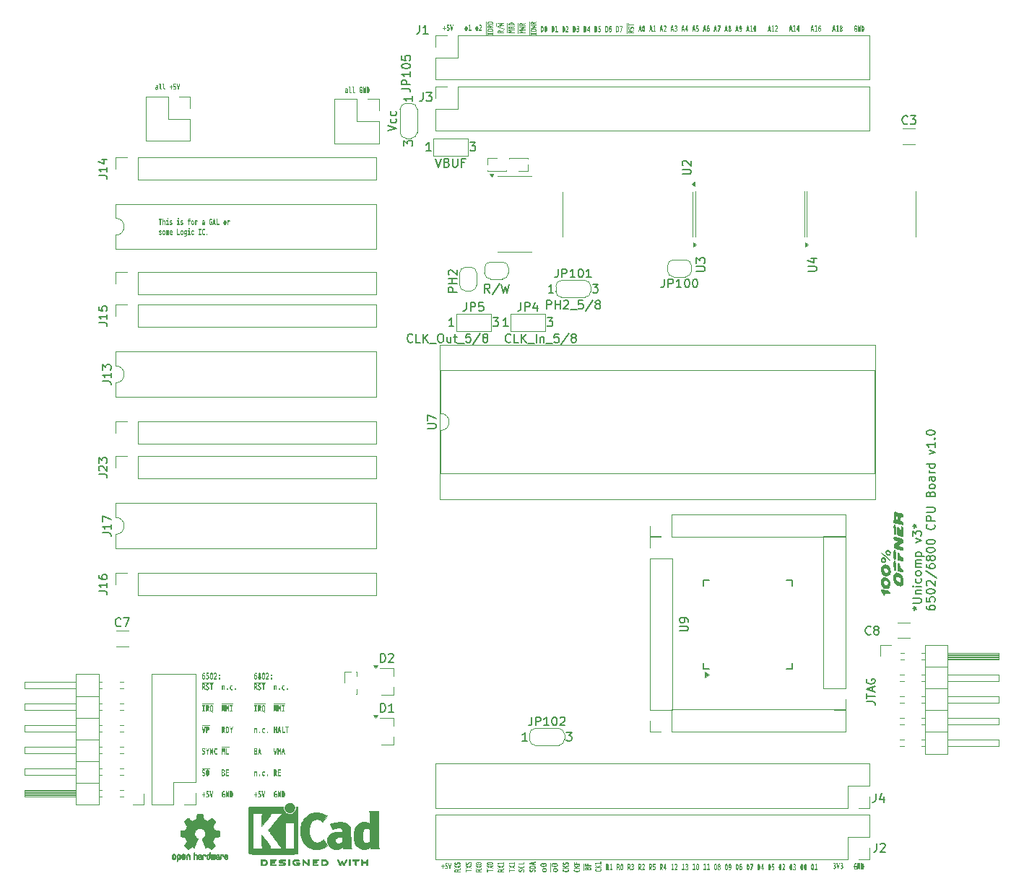
<source format=gbr>
%TF.GenerationSoftware,KiCad,Pcbnew,8.0.5-8.0.5-0~ubuntu22.04.1*%
%TF.CreationDate,2024-10-05T19:46:27+02:00*%
%TF.ProjectId,6502_6800_CPU,36353032-5f36-4383-9030-5f4350552e6b,rev?*%
%TF.SameCoordinates,Original*%
%TF.FileFunction,Legend,Top*%
%TF.FilePolarity,Positive*%
%FSLAX46Y46*%
G04 Gerber Fmt 4.6, Leading zero omitted, Abs format (unit mm)*
G04 Created by KiCad (PCBNEW 8.0.5-8.0.5-0~ubuntu22.04.1) date 2024-10-05 19:46:27*
%MOMM*%
%LPD*%
G01*
G04 APERTURE LIST*
%ADD10C,0.100000*%
%ADD11C,0.150000*%
%ADD12C,0.120000*%
%ADD13C,0.010000*%
%ADD14C,0.000000*%
G04 APERTURE END LIST*
D10*
G36*
X95281000Y-149637561D02*
G01*
X95281000Y-149738921D01*
X94679185Y-149738921D01*
X94679185Y-149869103D01*
X94558822Y-149869103D01*
X94558822Y-149507379D01*
X94679185Y-149507379D01*
X94679185Y-149637561D01*
X95281000Y-149637561D01*
G37*
G36*
X95281000Y-149064689D02*
G01*
X95281000Y-149169469D01*
X95041983Y-149267288D01*
X95281000Y-149364863D01*
X95281000Y-149469644D01*
X94914269Y-149319190D01*
X94558822Y-149465491D01*
X94558822Y-149360711D01*
X94788606Y-149267288D01*
X94558822Y-149173621D01*
X94558822Y-149068841D01*
X94914269Y-149214410D01*
X95281000Y-149064689D01*
G37*
G36*
X94964534Y-148882728D02*
G01*
X94951665Y-148905449D01*
X94935957Y-148929526D01*
X94917266Y-148953220D01*
X94895425Y-148974504D01*
X94878707Y-148986409D01*
X94847475Y-149000706D01*
X94814198Y-149009046D01*
X94776026Y-149013096D01*
X94757489Y-149013520D01*
X94722289Y-149011953D01*
X94684944Y-149006164D01*
X94651608Y-148996108D01*
X94622281Y-148981787D01*
X94603787Y-148968946D01*
X94582003Y-148947796D01*
X94565570Y-148923455D01*
X94555742Y-148900052D01*
X94549846Y-148874305D01*
X94547880Y-148846214D01*
X94549443Y-148819669D01*
X94553621Y-148795367D01*
X94558993Y-148775505D01*
X94567789Y-148751244D01*
X94579130Y-148727156D01*
X94591648Y-148705408D01*
X94733896Y-148705408D01*
X94713616Y-148727955D01*
X94696973Y-148750761D01*
X94684998Y-148771720D01*
X94674788Y-148796821D01*
X94669290Y-148821751D01*
X94668243Y-148838276D01*
X94671128Y-148863440D01*
X94681787Y-148886722D01*
X94688759Y-148894696D01*
X94715576Y-148909942D01*
X94747573Y-148914235D01*
X94781976Y-148908135D01*
X94796471Y-148900069D01*
X94816816Y-148878026D01*
X94831994Y-148853875D01*
X94839213Y-148840474D01*
X94862123Y-148796755D01*
X94876943Y-148771280D01*
X94893726Y-148748926D01*
X94915311Y-148727200D01*
X94939460Y-148709550D01*
X94945898Y-148705774D01*
X94977298Y-148691665D01*
X95013025Y-148682174D01*
X95048416Y-148677613D01*
X95077203Y-148676587D01*
X95115800Y-148678201D01*
X95150549Y-148683044D01*
X95186229Y-148692775D01*
X95216672Y-148706900D01*
X95238599Y-148722505D01*
X95259384Y-148744784D01*
X95273136Y-148767453D01*
X95283138Y-148793419D01*
X95288608Y-148817576D01*
X95291473Y-148844023D01*
X95291942Y-148860990D01*
X95290305Y-148887214D01*
X95285396Y-148913496D01*
X95278093Y-148937438D01*
X95268152Y-148961142D01*
X95255640Y-148984322D01*
X95240556Y-149006976D01*
X95237231Y-149011444D01*
X95094984Y-149011444D01*
X95115246Y-148988850D01*
X95132370Y-148966682D01*
X95147718Y-148942548D01*
X95152772Y-148933042D01*
X95162690Y-148909388D01*
X95169356Y-148883562D01*
X95171579Y-148857937D01*
X95168309Y-148832206D01*
X95156229Y-148808220D01*
X95148327Y-148799930D01*
X95120416Y-148784451D01*
X95085787Y-148779311D01*
X95083187Y-148779291D01*
X95048603Y-148784156D01*
X95028135Y-148793091D01*
X95004591Y-148812419D01*
X94990692Y-148832903D01*
X94964534Y-148882728D01*
G37*
G36*
X107959115Y-149528750D02*
G01*
X107972699Y-149551841D01*
X107982677Y-149576006D01*
X107983735Y-149579309D01*
X107989625Y-149604655D01*
X107991869Y-149629426D01*
X107991942Y-149634874D01*
X107990448Y-149660027D01*
X107984382Y-149689311D01*
X107973648Y-149716198D01*
X107958249Y-149740688D01*
X107938182Y-149762781D01*
X107913449Y-149782476D01*
X107896369Y-149793143D01*
X107864424Y-149808869D01*
X107828322Y-149821930D01*
X107788062Y-149832325D01*
X107752861Y-149838722D01*
X107714999Y-149843414D01*
X107674477Y-149846399D01*
X107631293Y-149847678D01*
X107620082Y-149847732D01*
X107576153Y-149846879D01*
X107534896Y-149844320D01*
X107496310Y-149840055D01*
X107460396Y-149834084D01*
X107427153Y-149826408D01*
X107389356Y-149814413D01*
X107355733Y-149799754D01*
X107343452Y-149793143D01*
X107315919Y-149774886D01*
X107293053Y-149754231D01*
X107274853Y-149731180D01*
X107261320Y-149705731D01*
X107252453Y-149677885D01*
X107248253Y-149647642D01*
X107247880Y-149634874D01*
X107249451Y-149609803D01*
X107254620Y-149583978D01*
X107256087Y-149578942D01*
X107265584Y-149554533D01*
X107278687Y-149531680D01*
X107280706Y-149528750D01*
X107433896Y-149528750D01*
X107410951Y-149548128D01*
X107391900Y-149568616D01*
X107384143Y-149579431D01*
X107372731Y-149602792D01*
X107368259Y-149628479D01*
X107368243Y-149630111D01*
X107372207Y-149656192D01*
X107386145Y-149681463D01*
X107410117Y-149702427D01*
X107431673Y-149714009D01*
X107462369Y-149725048D01*
X107498955Y-149733376D01*
X107535003Y-149738357D01*
X107575379Y-149741345D01*
X107612331Y-149742313D01*
X107620082Y-149742341D01*
X107657492Y-149741649D01*
X107691929Y-149739574D01*
X107729332Y-149735258D01*
X107762454Y-149728949D01*
X107795689Y-149719072D01*
X107808149Y-149714009D01*
X107835899Y-149698140D01*
X107857641Y-149676220D01*
X107869349Y-149649991D01*
X107871579Y-149630111D01*
X107867646Y-149604374D01*
X107856817Y-149580966D01*
X107855849Y-149579431D01*
X107838468Y-149557649D01*
X107816116Y-149536878D01*
X107805926Y-149528750D01*
X107959115Y-149528750D01*
G37*
G36*
X107258822Y-149438747D02*
G01*
X107258822Y-149337386D01*
X107544171Y-149337386D01*
X107258822Y-149178628D01*
X107258822Y-149063956D01*
X107543316Y-149225767D01*
X107981000Y-149058217D01*
X107981000Y-149170812D01*
X107655986Y-149292445D01*
X107736341Y-149337386D01*
X107981000Y-149337386D01*
X107981000Y-149438747D01*
X107258822Y-149438747D01*
G37*
G36*
X107379185Y-148675854D02*
G01*
X107379185Y-148893963D01*
X107532374Y-148893963D01*
X107532374Y-148695516D01*
X107652737Y-148695516D01*
X107652737Y-148893963D01*
X107981000Y-148893963D01*
X107981000Y-148995324D01*
X107258822Y-148995324D01*
X107258822Y-148675854D01*
X107379185Y-148675854D01*
G37*
G36*
X58404847Y-57501194D02*
G01*
X58430059Y-57505088D01*
X58456710Y-57513188D01*
X58482831Y-57527364D01*
X58503599Y-57546628D01*
X58508550Y-57553067D01*
X58525166Y-57584793D01*
X58535811Y-57621125D01*
X58542042Y-57658636D01*
X58545195Y-57694385D01*
X58546493Y-57734217D01*
X58546530Y-57742673D01*
X58546530Y-58047000D01*
X58446635Y-58047000D01*
X58446635Y-57984083D01*
X58430137Y-58010268D01*
X58410213Y-58031035D01*
X58399862Y-58038793D01*
X58375775Y-58051191D01*
X58349754Y-58057268D01*
X58337092Y-58057942D01*
X58309738Y-58055667D01*
X58285166Y-58048844D01*
X58260490Y-58035476D01*
X58239447Y-58016167D01*
X58234754Y-58010412D01*
X58218779Y-57984211D01*
X58207368Y-57953308D01*
X58200522Y-57917703D01*
X58198275Y-57882693D01*
X58198271Y-57882013D01*
X58305462Y-57882013D01*
X58309805Y-57915696D01*
X58320849Y-57938605D01*
X58343142Y-57956020D01*
X58362859Y-57959463D01*
X58388123Y-57954655D01*
X58410878Y-57938442D01*
X58424653Y-57918772D01*
X58437168Y-57886861D01*
X58444037Y-57851225D01*
X58446549Y-57813756D01*
X58446635Y-57804735D01*
X58446635Y-57795332D01*
X58406457Y-57795332D01*
X58380429Y-57796561D01*
X58353863Y-57801553D01*
X58330737Y-57812612D01*
X58327810Y-57814993D01*
X58311049Y-57841494D01*
X58305549Y-57876182D01*
X58305462Y-57882013D01*
X58198271Y-57882013D01*
X58198240Y-57877397D01*
X58200326Y-57839313D01*
X58206584Y-57805842D01*
X58218846Y-57773240D01*
X58236558Y-57746665D01*
X58241837Y-57740963D01*
X58263243Y-57723776D01*
X58289208Y-57710810D01*
X58315091Y-57703056D01*
X58344323Y-57698404D01*
X58371241Y-57696896D01*
X58376903Y-57696853D01*
X58446635Y-57696853D01*
X58446635Y-57664198D01*
X58439717Y-57629803D01*
X58428927Y-57615129D01*
X58405425Y-57602056D01*
X58381128Y-57598440D01*
X58376903Y-57598374D01*
X58352395Y-57599607D01*
X58326252Y-57603762D01*
X58307050Y-57608803D01*
X58281267Y-57618380D01*
X58256908Y-57630243D01*
X58236464Y-57642143D01*
X58236464Y-57532722D01*
X58261605Y-57521382D01*
X58287022Y-57512494D01*
X58304119Y-57507931D01*
X58330440Y-57503034D01*
X58355593Y-57500531D01*
X58376903Y-57499896D01*
X58404847Y-57501194D01*
G37*
G36*
X58719942Y-57822687D02*
G01*
X58719942Y-57412359D01*
X58617971Y-57412359D01*
X58617971Y-57302938D01*
X58820692Y-57302938D01*
X58820692Y-57822687D01*
X58822064Y-57858330D01*
X58827948Y-57893983D01*
X58834736Y-57911591D01*
X58855268Y-57931869D01*
X58880406Y-57937553D01*
X58882486Y-57937579D01*
X58962842Y-57937579D01*
X58962842Y-58047000D01*
X58854276Y-58047000D01*
X58828773Y-58045178D01*
X58802624Y-58038450D01*
X58777490Y-58024689D01*
X58757424Y-58004454D01*
X58751205Y-57995196D01*
X58737528Y-57964923D01*
X58728766Y-57931405D01*
X58723636Y-57897453D01*
X58720706Y-57858680D01*
X58719942Y-57822687D01*
G37*
G36*
X59141017Y-57822687D02*
G01*
X59141017Y-57412359D01*
X59039046Y-57412359D01*
X59039046Y-57302938D01*
X59241767Y-57302938D01*
X59241767Y-57822687D01*
X59243139Y-57858330D01*
X59249022Y-57893983D01*
X59255811Y-57911591D01*
X59276343Y-57931869D01*
X59301481Y-57937553D01*
X59303561Y-57937579D01*
X59383916Y-57937579D01*
X59383916Y-58047000D01*
X59275351Y-58047000D01*
X59249848Y-58045178D01*
X59223698Y-58038450D01*
X59198564Y-58024689D01*
X59178498Y-58004454D01*
X59172280Y-57995196D01*
X59158602Y-57964923D01*
X59149840Y-57931405D01*
X59144711Y-57897453D01*
X59141780Y-57858680D01*
X59141017Y-57822687D01*
G37*
G36*
X60102723Y-57478011D02*
G01*
X60102723Y-57685911D01*
X60250490Y-57685911D01*
X60250490Y-57795332D01*
X60102723Y-57795332D01*
X60102723Y-58003231D01*
X60021390Y-58003231D01*
X60021390Y-57795332D01*
X59873013Y-57795332D01*
X59873013Y-57685911D01*
X60021390Y-57685911D01*
X60021390Y-57478011D01*
X60102723Y-57478011D01*
G37*
G36*
X60337685Y-57324822D02*
G01*
X60616244Y-57324822D01*
X60616244Y-57445185D01*
X60419750Y-57445185D01*
X60419750Y-57589655D01*
X60443510Y-57580349D01*
X60446129Y-57579739D01*
X60471164Y-57576569D01*
X60476048Y-57576490D01*
X60503653Y-57578834D01*
X60529223Y-57585867D01*
X60552757Y-57597588D01*
X60574257Y-57613997D01*
X60593721Y-57635094D01*
X60599757Y-57643168D01*
X60615860Y-57669515D01*
X60628631Y-57698675D01*
X60638071Y-57730648D01*
X60644179Y-57765433D01*
X60646955Y-57803032D01*
X60647140Y-57816190D01*
X60645333Y-57856473D01*
X60639910Y-57893463D01*
X60630873Y-57927159D01*
X60618221Y-57957561D01*
X60601953Y-57984669D01*
X60595727Y-57992973D01*
X60575179Y-58015052D01*
X60552004Y-58032563D01*
X60526201Y-58045506D01*
X60497771Y-58053881D01*
X60472072Y-58057371D01*
X60455776Y-58057942D01*
X60430944Y-58056788D01*
X60405905Y-58053325D01*
X60389098Y-58049735D01*
X60363704Y-58042426D01*
X60340065Y-58033699D01*
X60320466Y-58025115D01*
X60320466Y-57893810D01*
X60343847Y-57909785D01*
X60367752Y-57922149D01*
X60378962Y-57926637D01*
X60403470Y-57933721D01*
X60427978Y-57937194D01*
X60439290Y-57937579D01*
X60464485Y-57935645D01*
X60488980Y-57928845D01*
X60513381Y-57913886D01*
X60520745Y-57906633D01*
X60537712Y-57879481D01*
X60546848Y-57844443D01*
X60548588Y-57816703D01*
X60545313Y-57781890D01*
X60534267Y-57749765D01*
X60520867Y-57729679D01*
X60499713Y-57710990D01*
X60474202Y-57700059D01*
X60447228Y-57696853D01*
X60421758Y-57698656D01*
X60396180Y-57704066D01*
X60392762Y-57705060D01*
X60368816Y-57713811D01*
X60344636Y-57725704D01*
X60337685Y-57729679D01*
X60337685Y-57324822D01*
G37*
G36*
X60904084Y-57928004D02*
G01*
X60994332Y-57324822D01*
X61096425Y-57324822D01*
X60974426Y-58047000D01*
X60833986Y-58047000D01*
X60711987Y-57324822D01*
X60814080Y-57324822D01*
X60904084Y-57928004D01*
G37*
G36*
X80629847Y-57882194D02*
G01*
X80655059Y-57886088D01*
X80681710Y-57894188D01*
X80707831Y-57908364D01*
X80728599Y-57927628D01*
X80733550Y-57934067D01*
X80750166Y-57965793D01*
X80760811Y-58002125D01*
X80767042Y-58039636D01*
X80770195Y-58075385D01*
X80771493Y-58115217D01*
X80771530Y-58123673D01*
X80771530Y-58428000D01*
X80671635Y-58428000D01*
X80671635Y-58365083D01*
X80655137Y-58391268D01*
X80635213Y-58412035D01*
X80624862Y-58419793D01*
X80600775Y-58432191D01*
X80574754Y-58438268D01*
X80562092Y-58438942D01*
X80534738Y-58436667D01*
X80510166Y-58429844D01*
X80485490Y-58416476D01*
X80464447Y-58397167D01*
X80459754Y-58391412D01*
X80443779Y-58365211D01*
X80432368Y-58334308D01*
X80425522Y-58298703D01*
X80423275Y-58263693D01*
X80423271Y-58263013D01*
X80530462Y-58263013D01*
X80534805Y-58296696D01*
X80545849Y-58319605D01*
X80568142Y-58337020D01*
X80587859Y-58340463D01*
X80613123Y-58335655D01*
X80635878Y-58319442D01*
X80649653Y-58299772D01*
X80662168Y-58267861D01*
X80669037Y-58232225D01*
X80671549Y-58194756D01*
X80671635Y-58185735D01*
X80671635Y-58176332D01*
X80631457Y-58176332D01*
X80605429Y-58177561D01*
X80578863Y-58182553D01*
X80555737Y-58193612D01*
X80552810Y-58195993D01*
X80536049Y-58222494D01*
X80530549Y-58257182D01*
X80530462Y-58263013D01*
X80423271Y-58263013D01*
X80423240Y-58258397D01*
X80425326Y-58220313D01*
X80431584Y-58186842D01*
X80443846Y-58154240D01*
X80461558Y-58127665D01*
X80466837Y-58121963D01*
X80488243Y-58104776D01*
X80514208Y-58091810D01*
X80540091Y-58084056D01*
X80569323Y-58079404D01*
X80596241Y-58077896D01*
X80601903Y-58077853D01*
X80671635Y-58077853D01*
X80671635Y-58045198D01*
X80664717Y-58010803D01*
X80653927Y-57996129D01*
X80630425Y-57983056D01*
X80606128Y-57979440D01*
X80601903Y-57979374D01*
X80577395Y-57980607D01*
X80551252Y-57984762D01*
X80532050Y-57989803D01*
X80506267Y-57999380D01*
X80481908Y-58011243D01*
X80461464Y-58023143D01*
X80461464Y-57913722D01*
X80486605Y-57902382D01*
X80512022Y-57893494D01*
X80529119Y-57888931D01*
X80555440Y-57884034D01*
X80580593Y-57881531D01*
X80601903Y-57880896D01*
X80629847Y-57882194D01*
G37*
G36*
X80944942Y-58203687D02*
G01*
X80944942Y-57793359D01*
X80842971Y-57793359D01*
X80842971Y-57683938D01*
X81045692Y-57683938D01*
X81045692Y-58203687D01*
X81047064Y-58239330D01*
X81052948Y-58274983D01*
X81059736Y-58292591D01*
X81080268Y-58312869D01*
X81105406Y-58318553D01*
X81107486Y-58318579D01*
X81187842Y-58318579D01*
X81187842Y-58428000D01*
X81079276Y-58428000D01*
X81053773Y-58426178D01*
X81027624Y-58419450D01*
X81002490Y-58405689D01*
X80982424Y-58385454D01*
X80976205Y-58376196D01*
X80962528Y-58345923D01*
X80953766Y-58312405D01*
X80948636Y-58278453D01*
X80945706Y-58239680D01*
X80944942Y-58203687D01*
G37*
G36*
X81366017Y-58203687D02*
G01*
X81366017Y-57793359D01*
X81264046Y-57793359D01*
X81264046Y-57683938D01*
X81466767Y-57683938D01*
X81466767Y-58203687D01*
X81468139Y-58239330D01*
X81474022Y-58274983D01*
X81480811Y-58292591D01*
X81501343Y-58312869D01*
X81526481Y-58318553D01*
X81528561Y-58318579D01*
X81608916Y-58318579D01*
X81608916Y-58428000D01*
X81500351Y-58428000D01*
X81474848Y-58426178D01*
X81448698Y-58419450D01*
X81423564Y-58405689D01*
X81403498Y-58385454D01*
X81397280Y-58376196D01*
X81383602Y-58345923D01*
X81374840Y-58312405D01*
X81369711Y-58278453D01*
X81366780Y-58239680D01*
X81366017Y-58203687D01*
G37*
G36*
X82374862Y-58302337D02*
G01*
X82374862Y-58165390D01*
X82305375Y-58165390D01*
X82305375Y-58045027D01*
X82463400Y-58045027D01*
X82463400Y-58371750D01*
X82442612Y-58392654D01*
X82420382Y-58409760D01*
X82398920Y-58422016D01*
X82374148Y-58431652D01*
X82348193Y-58437289D01*
X82323571Y-58438942D01*
X82293571Y-58436579D01*
X82265778Y-58429491D01*
X82240191Y-58417679D01*
X82216810Y-58401141D01*
X82195636Y-58379878D01*
X82176668Y-58353891D01*
X82169698Y-58342173D01*
X82154077Y-58309941D01*
X82141104Y-58273728D01*
X82130779Y-58233532D01*
X82124425Y-58198509D01*
X82119765Y-58160937D01*
X82116800Y-58120816D01*
X82115529Y-58078147D01*
X82115476Y-58067082D01*
X82116331Y-58023153D01*
X82118896Y-57981896D01*
X82123170Y-57943310D01*
X82129154Y-57907396D01*
X82136847Y-57874153D01*
X82148869Y-57836356D01*
X82163561Y-57802733D01*
X82170187Y-57790452D01*
X82188508Y-57762919D01*
X82209203Y-57740053D01*
X82232272Y-57721853D01*
X82257713Y-57708320D01*
X82285528Y-57699453D01*
X82315716Y-57695253D01*
X82328456Y-57694880D01*
X82353378Y-57696742D01*
X82377937Y-57702329D01*
X82389150Y-57706164D01*
X82412835Y-57716969D01*
X82435271Y-57731047D01*
X82445204Y-57738648D01*
X82445204Y-57891838D01*
X82428357Y-57865912D01*
X82408052Y-57843848D01*
X82396233Y-57834563D01*
X82372922Y-57822054D01*
X82347837Y-57815922D01*
X82335661Y-57815243D01*
X82308657Y-57819154D01*
X82285286Y-57830887D01*
X82263336Y-57853436D01*
X82249443Y-57877818D01*
X82236995Y-57913049D01*
X82229020Y-57950484D01*
X82224351Y-57987482D01*
X82221989Y-58021775D01*
X82221017Y-58059216D01*
X82220989Y-58067082D01*
X82221660Y-58104114D01*
X82223672Y-58138275D01*
X82227858Y-58175477D01*
X82235184Y-58213653D01*
X82245139Y-58246200D01*
X82248466Y-58254465D01*
X82263770Y-58282515D01*
X82284727Y-58304491D01*
X82309644Y-58316325D01*
X82328456Y-58318579D01*
X82352966Y-58315568D01*
X82355933Y-58314646D01*
X82374862Y-58302337D01*
G37*
G36*
X82537284Y-57705822D02*
G01*
X82646094Y-57705822D01*
X82788976Y-58230700D01*
X82788976Y-57705822D01*
X82878369Y-57705822D01*
X82878369Y-58428000D01*
X82770169Y-58428000D01*
X82626554Y-57903122D01*
X82626554Y-58428000D01*
X82537284Y-58428000D01*
X82537284Y-57705822D01*
G37*
G36*
X83103347Y-57707142D02*
G01*
X83131465Y-57711101D01*
X83157386Y-57717699D01*
X83181108Y-57726937D01*
X83207669Y-57742196D01*
X83230796Y-57761579D01*
X83250488Y-57785085D01*
X83254014Y-57790281D01*
X83269951Y-57819243D01*
X83283187Y-57853447D01*
X83293722Y-57892893D01*
X83300205Y-57928225D01*
X83304959Y-57966913D01*
X83307985Y-58008955D01*
X83309281Y-58054353D01*
X83309335Y-58066227D01*
X83308849Y-58101286D01*
X83306688Y-58145105D01*
X83302798Y-58185580D01*
X83297180Y-58222710D01*
X83289832Y-58256495D01*
X83278217Y-58294023D01*
X83263901Y-58326325D01*
X83254014Y-58343198D01*
X83235009Y-58367628D01*
X83212569Y-58387918D01*
X83186695Y-58404066D01*
X83157386Y-58416074D01*
X83131465Y-58422699D01*
X83103347Y-58426674D01*
X83073030Y-58428000D01*
X82964464Y-58428000D01*
X82964464Y-58307637D01*
X83065825Y-58307637D01*
X83093302Y-58307637D01*
X83117834Y-58305010D01*
X83141835Y-58295578D01*
X83163690Y-58276766D01*
X83178543Y-58252755D01*
X83189656Y-58220517D01*
X83196775Y-58184437D01*
X83200943Y-58147663D01*
X83203051Y-58112896D01*
X83203920Y-58074380D01*
X83203944Y-58066227D01*
X83203324Y-58027216D01*
X83201464Y-57991929D01*
X83197594Y-57954498D01*
X83190822Y-57917606D01*
X83180106Y-57884379D01*
X83178543Y-57880896D01*
X83161531Y-57854449D01*
X83139070Y-57836657D01*
X83114531Y-57828109D01*
X83093302Y-57826185D01*
X83065825Y-57826185D01*
X83065825Y-58307637D01*
X82964464Y-58307637D01*
X82964464Y-57705822D01*
X83073030Y-57705822D01*
X83103347Y-57707142D01*
G37*
G36*
X92149624Y-50569211D02*
G01*
X92149624Y-50777111D01*
X92297391Y-50777111D01*
X92297391Y-50886532D01*
X92149624Y-50886532D01*
X92149624Y-51094431D01*
X92068292Y-51094431D01*
X92068292Y-50886532D01*
X91919914Y-50886532D01*
X91919914Y-50777111D01*
X92068292Y-50777111D01*
X92068292Y-50569211D01*
X92149624Y-50569211D01*
G37*
G36*
X92384586Y-50416022D02*
G01*
X92663145Y-50416022D01*
X92663145Y-50536385D01*
X92466652Y-50536385D01*
X92466652Y-50680855D01*
X92490412Y-50671549D01*
X92493030Y-50670939D01*
X92518065Y-50667769D01*
X92522950Y-50667690D01*
X92550554Y-50670034D01*
X92576124Y-50677067D01*
X92599659Y-50688788D01*
X92621158Y-50705197D01*
X92640623Y-50726294D01*
X92646659Y-50734368D01*
X92662762Y-50760715D01*
X92675533Y-50789875D01*
X92684972Y-50821848D01*
X92691080Y-50856633D01*
X92693857Y-50894232D01*
X92694042Y-50907390D01*
X92692234Y-50947673D01*
X92686812Y-50984663D01*
X92677774Y-51018359D01*
X92665122Y-51048761D01*
X92648854Y-51075869D01*
X92642629Y-51084173D01*
X92622081Y-51106252D01*
X92598905Y-51123763D01*
X92573102Y-51136706D01*
X92544672Y-51145081D01*
X92518973Y-51148571D01*
X92502678Y-51149142D01*
X92477845Y-51147988D01*
X92452806Y-51144525D01*
X92435999Y-51140935D01*
X92410606Y-51133626D01*
X92386966Y-51124899D01*
X92367367Y-51116315D01*
X92367367Y-50985010D01*
X92390748Y-51000985D01*
X92414653Y-51013349D01*
X92425863Y-51017837D01*
X92450371Y-51024921D01*
X92474880Y-51028394D01*
X92486191Y-51028779D01*
X92511386Y-51026845D01*
X92535881Y-51020045D01*
X92560283Y-51005086D01*
X92567646Y-50997833D01*
X92584613Y-50970681D01*
X92593750Y-50935643D01*
X92595490Y-50907903D01*
X92592214Y-50873090D01*
X92581169Y-50840965D01*
X92567768Y-50820879D01*
X92546615Y-50802190D01*
X92521103Y-50791259D01*
X92494129Y-50788053D01*
X92468659Y-50789856D01*
X92443081Y-50795266D01*
X92439663Y-50796260D01*
X92415717Y-50805011D01*
X92391537Y-50816904D01*
X92384586Y-50820879D01*
X92384586Y-50416022D01*
G37*
G36*
X92950985Y-51019204D02*
G01*
X93041233Y-50416022D01*
X93143327Y-50416022D01*
X93021327Y-51138200D01*
X92880888Y-51138200D01*
X92758888Y-50416022D01*
X92860982Y-50416022D01*
X92950985Y-51019204D01*
G37*
G36*
X94659998Y-50592932D02*
G01*
X94687498Y-50599985D01*
X94712646Y-50612327D01*
X94735440Y-50629958D01*
X94755882Y-50652878D01*
X94765221Y-50666322D01*
X94781615Y-50696408D01*
X94794616Y-50730244D01*
X94804226Y-50767830D01*
X94809643Y-50802018D01*
X94812705Y-50838810D01*
X94813459Y-50870119D01*
X94812281Y-50908994D01*
X94808748Y-50945265D01*
X94802860Y-50978932D01*
X94792685Y-51015893D01*
X94779118Y-51049104D01*
X94765221Y-51073915D01*
X94745956Y-51099480D01*
X94724337Y-51119756D01*
X94700366Y-51134743D01*
X94674042Y-51144440D01*
X94645366Y-51148848D01*
X94635284Y-51149142D01*
X94610640Y-51147305D01*
X94583209Y-51140252D01*
X94558113Y-51127911D01*
X94535352Y-51110279D01*
X94514928Y-51087359D01*
X94505591Y-51073915D01*
X94489198Y-51043829D01*
X94476196Y-51009993D01*
X94466586Y-50972407D01*
X94461169Y-50938219D01*
X94458107Y-50901427D01*
X94457353Y-50870119D01*
X94557981Y-50870119D01*
X94559263Y-50907924D01*
X94563771Y-50945193D01*
X94572587Y-50980069D01*
X94578497Y-50994927D01*
X94596157Y-51022223D01*
X94620211Y-51037577D01*
X94635284Y-51039721D01*
X94660346Y-51033422D01*
X94680942Y-51014524D01*
X94692193Y-50994927D01*
X94703076Y-50963491D01*
X94709425Y-50929317D01*
X94712327Y-50894263D01*
X94712831Y-50870119D01*
X94711541Y-50832313D01*
X94707006Y-50795044D01*
X94698138Y-50760168D01*
X94692193Y-50745310D01*
X94674573Y-50718014D01*
X94652488Y-50703316D01*
X94635284Y-50700516D01*
X94610354Y-50706815D01*
X94589786Y-50725713D01*
X94578497Y-50745310D01*
X94567678Y-50776746D01*
X94561367Y-50810920D01*
X94558482Y-50845974D01*
X94557981Y-50870119D01*
X94457353Y-50870119D01*
X94458531Y-50831243D01*
X94462064Y-50794972D01*
X94467952Y-50761306D01*
X94478127Y-50724344D01*
X94491694Y-50691133D01*
X94505591Y-50666322D01*
X94524848Y-50640757D01*
X94546441Y-50620481D01*
X94570369Y-50605494D01*
X94596633Y-50595797D01*
X94625232Y-50591389D01*
X94635284Y-50591096D01*
X94659998Y-50592932D01*
G37*
G36*
X94909324Y-51017837D02*
G01*
X95022653Y-51017837D01*
X95022653Y-50536385D01*
X94917140Y-50569211D01*
X94917140Y-50448848D01*
X95023264Y-50416022D01*
X95121205Y-50416022D01*
X95121205Y-51017837D01*
X95234534Y-51017837D01*
X95234534Y-51138200D01*
X94909324Y-51138200D01*
X94909324Y-51017837D01*
G37*
G36*
X95923222Y-50592932D02*
G01*
X95950722Y-50599985D01*
X95975870Y-50612327D01*
X95998664Y-50629958D01*
X96019106Y-50652878D01*
X96028445Y-50666322D01*
X96044839Y-50696408D01*
X96057840Y-50730244D01*
X96067450Y-50767830D01*
X96072867Y-50802018D01*
X96075929Y-50838810D01*
X96076683Y-50870119D01*
X96075505Y-50908994D01*
X96071972Y-50945265D01*
X96066084Y-50978932D01*
X96055909Y-51015893D01*
X96042342Y-51049104D01*
X96028445Y-51073915D01*
X96009180Y-51099480D01*
X95987561Y-51119756D01*
X95963590Y-51134743D01*
X95937266Y-51144440D01*
X95908590Y-51148848D01*
X95898508Y-51149142D01*
X95873864Y-51147305D01*
X95846433Y-51140252D01*
X95821337Y-51127911D01*
X95798576Y-51110279D01*
X95778152Y-51087359D01*
X95768815Y-51073915D01*
X95752422Y-51043829D01*
X95739420Y-51009993D01*
X95729810Y-50972407D01*
X95724393Y-50938219D01*
X95721331Y-50901427D01*
X95720577Y-50870119D01*
X95821205Y-50870119D01*
X95822487Y-50907924D01*
X95826995Y-50945193D01*
X95835811Y-50980069D01*
X95841721Y-50994927D01*
X95859381Y-51022223D01*
X95883435Y-51037577D01*
X95898508Y-51039721D01*
X95923570Y-51033422D01*
X95944166Y-51014524D01*
X95955417Y-50994927D01*
X95966300Y-50963491D01*
X95972649Y-50929317D01*
X95975551Y-50894263D01*
X95976055Y-50870119D01*
X95974765Y-50832313D01*
X95970230Y-50795044D01*
X95961362Y-50760168D01*
X95955417Y-50745310D01*
X95937797Y-50718014D01*
X95915712Y-50703316D01*
X95898508Y-50700516D01*
X95873578Y-50706815D01*
X95853010Y-50725713D01*
X95841721Y-50745310D01*
X95830902Y-50776746D01*
X95824591Y-50810920D01*
X95821706Y-50845974D01*
X95821205Y-50870119D01*
X95720577Y-50870119D01*
X95721755Y-50831243D01*
X95725288Y-50794972D01*
X95731176Y-50761306D01*
X95741351Y-50724344D01*
X95754918Y-50691133D01*
X95768815Y-50666322D01*
X95788072Y-50640757D01*
X95809665Y-50620481D01*
X95833593Y-50605494D01*
X95859857Y-50595797D01*
X95888456Y-50591389D01*
X95898508Y-50591096D01*
X95923222Y-50592932D01*
G37*
G36*
X96257056Y-51017837D02*
G01*
X96473089Y-51017837D01*
X96473089Y-51138200D01*
X96147391Y-51138200D01*
X96147391Y-51021598D01*
X96202346Y-50940216D01*
X96220033Y-50913981D01*
X96241508Y-50882054D01*
X96260575Y-50853615D01*
X96281023Y-50822974D01*
X96297708Y-50797783D01*
X96314745Y-50771675D01*
X96321170Y-50761553D01*
X96337183Y-50734336D01*
X96351716Y-50705036D01*
X96358295Y-50688548D01*
X96367157Y-50654905D01*
X96369652Y-50625460D01*
X96366226Y-50590177D01*
X96353758Y-50558440D01*
X96348892Y-50551601D01*
X96327384Y-50533720D01*
X96301426Y-50526082D01*
X96289907Y-50525443D01*
X96264899Y-50528126D01*
X96239376Y-50535424D01*
X96228969Y-50539463D01*
X96205366Y-50550596D01*
X96181070Y-50564719D01*
X96158382Y-50580153D01*
X96158382Y-50448848D01*
X96181201Y-50436493D01*
X96205944Y-50425217D01*
X96230312Y-50416364D01*
X96256352Y-50409488D01*
X96281534Y-50405785D01*
X96297845Y-50405080D01*
X96322447Y-50406395D01*
X96349718Y-50411444D01*
X96374534Y-50420280D01*
X96400381Y-50435374D01*
X96422886Y-50455622D01*
X96425828Y-50458936D01*
X96443958Y-50484296D01*
X96457635Y-50513404D01*
X96466859Y-50546258D01*
X96471630Y-50582860D01*
X96472357Y-50605457D01*
X96470416Y-50641842D01*
X96464596Y-50676199D01*
X96462220Y-50685642D01*
X96451586Y-50717447D01*
X96437513Y-50749259D01*
X96427416Y-50768904D01*
X96409830Y-50797609D01*
X96390126Y-50827318D01*
X96372323Y-50853388D01*
X96351414Y-50883498D01*
X96332450Y-50910495D01*
X96327398Y-50917648D01*
X96308922Y-50943889D01*
X96289925Y-50970913D01*
X96271253Y-50997534D01*
X96257056Y-51017837D01*
G37*
G36*
X97781000Y-149637561D02*
G01*
X97781000Y-149738921D01*
X97179185Y-149738921D01*
X97179185Y-149869103D01*
X97058822Y-149869103D01*
X97058822Y-149507379D01*
X97179185Y-149507379D01*
X97179185Y-149637561D01*
X97781000Y-149637561D01*
G37*
G36*
X97781000Y-149064689D02*
G01*
X97781000Y-149169469D01*
X97541983Y-149267288D01*
X97781000Y-149364863D01*
X97781000Y-149469644D01*
X97414269Y-149319190D01*
X97058822Y-149465491D01*
X97058822Y-149360711D01*
X97288606Y-149267288D01*
X97058822Y-149173621D01*
X97058822Y-149068841D01*
X97414269Y-149214410D01*
X97781000Y-149064689D01*
G37*
G36*
X97447982Y-148810287D02*
G01*
X97457182Y-148815683D01*
X97473531Y-148837482D01*
X97474621Y-148846214D01*
X97465004Y-148869982D01*
X97457524Y-148876500D01*
X97426910Y-148888063D01*
X97414611Y-148888834D01*
X97380919Y-148881896D01*
X97371697Y-148876500D01*
X97355348Y-148854839D01*
X97354258Y-148846214D01*
X97364068Y-148822217D01*
X97371697Y-148815683D01*
X97402376Y-148804120D01*
X97414611Y-148803349D01*
X97447982Y-148810287D01*
G37*
G36*
X97465247Y-148677247D02*
G01*
X97507480Y-148679228D01*
X97546779Y-148682529D01*
X97583144Y-148687151D01*
X97616577Y-148693093D01*
X97654243Y-148702377D01*
X97687326Y-148713724D01*
X97699276Y-148718841D01*
X97730768Y-148736193D01*
X97755744Y-148756559D01*
X97774205Y-148779939D01*
X97786150Y-148806333D01*
X97791127Y-148830631D01*
X97791942Y-148846214D01*
X97789675Y-148871696D01*
X97780972Y-148899529D01*
X97765741Y-148924364D01*
X97743982Y-148946203D01*
X97715696Y-148965045D01*
X97699105Y-148973342D01*
X97667769Y-148985515D01*
X97631892Y-148995625D01*
X97591474Y-149003671D01*
X97555869Y-149008623D01*
X97517358Y-149012254D01*
X97475941Y-149014565D01*
X97431617Y-149015555D01*
X97420082Y-149015596D01*
X97374954Y-149014936D01*
X97332748Y-149012955D01*
X97293465Y-149009654D01*
X97257105Y-149005033D01*
X97223667Y-148999091D01*
X97185979Y-148989806D01*
X97152858Y-148978459D01*
X97140888Y-148973342D01*
X97109280Y-148955999D01*
X97084211Y-148935658D01*
X97065682Y-148912321D01*
X97053693Y-148885987D01*
X97048698Y-148861753D01*
X97047880Y-148846214D01*
X97168243Y-148846214D01*
X97178147Y-148871587D01*
X97204871Y-148889499D01*
X97228254Y-148897505D01*
X97262747Y-148904557D01*
X97300291Y-148909075D01*
X97337942Y-148911720D01*
X97373175Y-148913058D01*
X97411913Y-148913609D01*
X97420082Y-148913625D01*
X97459423Y-148913231D01*
X97495275Y-148912051D01*
X97533691Y-148909595D01*
X97572159Y-148905297D01*
X97607748Y-148898496D01*
X97611568Y-148897505D01*
X97643214Y-148885517D01*
X97665718Y-148866283D01*
X97671579Y-148846214D01*
X97663140Y-148822440D01*
X97637823Y-148804059D01*
X97611568Y-148794801D01*
X97577096Y-148787695D01*
X97539606Y-148783142D01*
X97502027Y-148780478D01*
X97466873Y-148779129D01*
X97428229Y-148778574D01*
X97420082Y-148778558D01*
X97380642Y-148778955D01*
X97344708Y-148780145D01*
X97306216Y-148782619D01*
X97267689Y-148786949D01*
X97232074Y-148793801D01*
X97228254Y-148794801D01*
X97196607Y-148806748D01*
X97174103Y-148826028D01*
X97168243Y-148846214D01*
X97047880Y-148846214D01*
X97050143Y-148820661D01*
X97058830Y-148792760D01*
X97074033Y-148767873D01*
X97095751Y-148746000D01*
X97123986Y-148727140D01*
X97140546Y-148718841D01*
X97171804Y-148706668D01*
X97207662Y-148696559D01*
X97248119Y-148688512D01*
X97283797Y-148683561D01*
X97322419Y-148679929D01*
X97363985Y-148677619D01*
X97408494Y-148676628D01*
X97420082Y-148676587D01*
X97465247Y-148677247D01*
G37*
G36*
X101164534Y-149724877D02*
G01*
X101151665Y-149747598D01*
X101135957Y-149771675D01*
X101117266Y-149795370D01*
X101095425Y-149816653D01*
X101078707Y-149828558D01*
X101047475Y-149842855D01*
X101014198Y-149851195D01*
X100976026Y-149855246D01*
X100957489Y-149855669D01*
X100922289Y-149854102D01*
X100884944Y-149848313D01*
X100851608Y-149838258D01*
X100822281Y-149823936D01*
X100803787Y-149811095D01*
X100782003Y-149789945D01*
X100765570Y-149765604D01*
X100755742Y-149742201D01*
X100749846Y-149716454D01*
X100747880Y-149688363D01*
X100749443Y-149661819D01*
X100753621Y-149637517D01*
X100758993Y-149617655D01*
X100767789Y-149593393D01*
X100779130Y-149569305D01*
X100791648Y-149547557D01*
X100933896Y-149547557D01*
X100913616Y-149570104D01*
X100896973Y-149592910D01*
X100884998Y-149613869D01*
X100874788Y-149638971D01*
X100869290Y-149663901D01*
X100868243Y-149680425D01*
X100871128Y-149705590D01*
X100881787Y-149728871D01*
X100888759Y-149736845D01*
X100915576Y-149752091D01*
X100947573Y-149756385D01*
X100981976Y-149750284D01*
X100996471Y-149742219D01*
X101016816Y-149720176D01*
X101031994Y-149696025D01*
X101039213Y-149682623D01*
X101062123Y-149638904D01*
X101076943Y-149613430D01*
X101093726Y-149591076D01*
X101115311Y-149569350D01*
X101139460Y-149551699D01*
X101145898Y-149547923D01*
X101177298Y-149533814D01*
X101213025Y-149524323D01*
X101248416Y-149519763D01*
X101277203Y-149518736D01*
X101315800Y-149520351D01*
X101350549Y-149525194D01*
X101386229Y-149534924D01*
X101416672Y-149549049D01*
X101438599Y-149564654D01*
X101459384Y-149586934D01*
X101473136Y-149609602D01*
X101483138Y-149635568D01*
X101488608Y-149659726D01*
X101491473Y-149686173D01*
X101491942Y-149703140D01*
X101490305Y-149729364D01*
X101485396Y-149755645D01*
X101478093Y-149779588D01*
X101468152Y-149803292D01*
X101455640Y-149826471D01*
X101440556Y-149849125D01*
X101437231Y-149853593D01*
X101294984Y-149853593D01*
X101315246Y-149831000D01*
X101332370Y-149808831D01*
X101347718Y-149784698D01*
X101352772Y-149775191D01*
X101362690Y-149751538D01*
X101369356Y-149725711D01*
X101371579Y-149700087D01*
X101368309Y-149674355D01*
X101356229Y-149650369D01*
X101348327Y-149642079D01*
X101320416Y-149626600D01*
X101285787Y-149621461D01*
X101283187Y-149621441D01*
X101248603Y-149626305D01*
X101228135Y-149635240D01*
X101204591Y-149654569D01*
X101190692Y-149675052D01*
X101164534Y-149724877D01*
G37*
G36*
X101459115Y-149107676D02*
G01*
X101472699Y-149130767D01*
X101482677Y-149154931D01*
X101483735Y-149158234D01*
X101489625Y-149183581D01*
X101491869Y-149208351D01*
X101491942Y-149213799D01*
X101490448Y-149238952D01*
X101484382Y-149268237D01*
X101473648Y-149295124D01*
X101458249Y-149319613D01*
X101438182Y-149341706D01*
X101413449Y-149361402D01*
X101396369Y-149372069D01*
X101364424Y-149387795D01*
X101328322Y-149400855D01*
X101288062Y-149411251D01*
X101252861Y-149417648D01*
X101214999Y-149422339D01*
X101174477Y-149425324D01*
X101131293Y-149426604D01*
X101120082Y-149426657D01*
X101076153Y-149425804D01*
X101034896Y-149423245D01*
X100996310Y-149418980D01*
X100960396Y-149413010D01*
X100927153Y-149405333D01*
X100889356Y-149393339D01*
X100855733Y-149378679D01*
X100843452Y-149372069D01*
X100815919Y-149353811D01*
X100793053Y-149333157D01*
X100774853Y-149310105D01*
X100761320Y-149284656D01*
X100752453Y-149256811D01*
X100748253Y-149226568D01*
X100747880Y-149213799D01*
X100749451Y-149188728D01*
X100754620Y-149162904D01*
X100756087Y-149157868D01*
X100765584Y-149133458D01*
X100778687Y-149110605D01*
X100780706Y-149107676D01*
X100933896Y-149107676D01*
X100910951Y-149127053D01*
X100891900Y-149147541D01*
X100884143Y-149158356D01*
X100872731Y-149181717D01*
X100868259Y-149207405D01*
X100868243Y-149209036D01*
X100872207Y-149235117D01*
X100886145Y-149260389D01*
X100910117Y-149281352D01*
X100931673Y-149292934D01*
X100962369Y-149303973D01*
X100998955Y-149312302D01*
X101035003Y-149317282D01*
X101075379Y-149320270D01*
X101112331Y-149321238D01*
X101120082Y-149321266D01*
X101157492Y-149320574D01*
X101191929Y-149318499D01*
X101229332Y-149314183D01*
X101262454Y-149307875D01*
X101295689Y-149297997D01*
X101308149Y-149292934D01*
X101335899Y-149277066D01*
X101357641Y-149255145D01*
X101369349Y-149228916D01*
X101371579Y-149209036D01*
X101367646Y-149183299D01*
X101356817Y-149159892D01*
X101355849Y-149158356D01*
X101338468Y-149136574D01*
X101316116Y-149115804D01*
X101305926Y-149107676D01*
X101459115Y-149107676D01*
G37*
G36*
X101481000Y-148980547D02*
G01*
X100758822Y-148980547D01*
X100758822Y-148879187D01*
X101360637Y-148879187D01*
X101360637Y-148662543D01*
X101481000Y-148662543D01*
X101481000Y-148980547D01*
G37*
G36*
X137805755Y-149158737D02*
G01*
X137751533Y-149158737D01*
X137751533Y-149038374D01*
X137805755Y-149038374D01*
X137831744Y-149035441D01*
X137855987Y-149024604D01*
X137864373Y-149017516D01*
X137880572Y-148990529D01*
X137885134Y-148958702D01*
X137879944Y-148923269D01*
X137864373Y-148896640D01*
X137841153Y-148880564D01*
X137814952Y-148874593D01*
X137805755Y-148874243D01*
X137779742Y-148876403D01*
X137754164Y-148882276D01*
X137743962Y-148885527D01*
X137718888Y-148895304D01*
X137695301Y-148906801D01*
X137675574Y-148918011D01*
X137675574Y-148786706D01*
X137699792Y-148776664D01*
X137723750Y-148768399D01*
X137745305Y-148762429D01*
X137770664Y-148757219D01*
X137795268Y-148754414D01*
X137811250Y-148753880D01*
X137835717Y-148755082D01*
X137862771Y-148759698D01*
X137887309Y-148767777D01*
X137912756Y-148781577D01*
X137934779Y-148800090D01*
X137937646Y-148803120D01*
X137957468Y-148829994D01*
X137971626Y-148861549D01*
X137980121Y-148897783D01*
X137982909Y-148933328D01*
X137982953Y-148938699D01*
X137980401Y-148976088D01*
X137972745Y-149008970D01*
X137958427Y-149039933D01*
X137956819Y-149042478D01*
X137938367Y-149064974D01*
X137915527Y-149082028D01*
X137891218Y-149092722D01*
X137882325Y-149095307D01*
X137908169Y-149104219D01*
X137930746Y-149117448D01*
X137952241Y-149137490D01*
X137966100Y-149156856D01*
X137980091Y-149186261D01*
X137989503Y-149220425D01*
X137994026Y-149254790D01*
X137995043Y-149283032D01*
X137993364Y-149320585D01*
X137988328Y-149354639D01*
X137978210Y-149389948D01*
X137963521Y-149420496D01*
X137947294Y-149442889D01*
X137924335Y-149464340D01*
X137901362Y-149478533D01*
X137875351Y-149488856D01*
X137846299Y-149495307D01*
X137819767Y-149497727D01*
X137808564Y-149497942D01*
X137782009Y-149496931D01*
X137755743Y-149493901D01*
X137732116Y-149489393D01*
X137706646Y-149482745D01*
X137681956Y-149474318D01*
X137660186Y-149465115D01*
X137660186Y-149333810D01*
X137682957Y-149347311D01*
X137706941Y-149358428D01*
X137729795Y-149366466D01*
X137756018Y-149372793D01*
X137780633Y-149376266D01*
X137805988Y-149377568D01*
X137808564Y-149377579D01*
X137834838Y-149374367D01*
X137858892Y-149363535D01*
X137873777Y-149350394D01*
X137890222Y-149322826D01*
X137897459Y-149287993D01*
X137897835Y-149276706D01*
X137894992Y-149240948D01*
X137885406Y-149208851D01*
X137873777Y-149189512D01*
X137852934Y-149170758D01*
X137828910Y-149161171D01*
X137805755Y-149158737D01*
G37*
G36*
X138249911Y-149368004D02*
G01*
X138340158Y-148764822D01*
X138442252Y-148764822D01*
X138320253Y-149487000D01*
X138179813Y-149487000D01*
X138057814Y-148764822D01*
X138159907Y-148764822D01*
X138249911Y-149368004D01*
G37*
G36*
X138647904Y-149158737D02*
G01*
X138593682Y-149158737D01*
X138593682Y-149038374D01*
X138647904Y-149038374D01*
X138673893Y-149035441D01*
X138698136Y-149024604D01*
X138706523Y-149017516D01*
X138722722Y-148990529D01*
X138727283Y-148958702D01*
X138722093Y-148923269D01*
X138706523Y-148896640D01*
X138683303Y-148880564D01*
X138657102Y-148874593D01*
X138647904Y-148874243D01*
X138621891Y-148876403D01*
X138596313Y-148882276D01*
X138586111Y-148885527D01*
X138561038Y-148895304D01*
X138537451Y-148906801D01*
X138517723Y-148918011D01*
X138517723Y-148786706D01*
X138541941Y-148776664D01*
X138565899Y-148768399D01*
X138587454Y-148762429D01*
X138612813Y-148757219D01*
X138637417Y-148754414D01*
X138653400Y-148753880D01*
X138677866Y-148755082D01*
X138704920Y-148759698D01*
X138729458Y-148767777D01*
X138754906Y-148781577D01*
X138776929Y-148800090D01*
X138779795Y-148803120D01*
X138799617Y-148829994D01*
X138813776Y-148861549D01*
X138822271Y-148897783D01*
X138825058Y-148933328D01*
X138825103Y-148938699D01*
X138822550Y-148976088D01*
X138814894Y-149008970D01*
X138800576Y-149039933D01*
X138798969Y-149042478D01*
X138780517Y-149064974D01*
X138757676Y-149082028D01*
X138733367Y-149092722D01*
X138724474Y-149095307D01*
X138750318Y-149104219D01*
X138772896Y-149117448D01*
X138794390Y-149137490D01*
X138808250Y-149156856D01*
X138822241Y-149186261D01*
X138831653Y-149220425D01*
X138836175Y-149254790D01*
X138837193Y-149283032D01*
X138835514Y-149320585D01*
X138830478Y-149354639D01*
X138820359Y-149389948D01*
X138805670Y-149420496D01*
X138789443Y-149442889D01*
X138766484Y-149464340D01*
X138743512Y-149478533D01*
X138717500Y-149488856D01*
X138688448Y-149495307D01*
X138661917Y-149497727D01*
X138650713Y-149497942D01*
X138624159Y-149496931D01*
X138597893Y-149493901D01*
X138574265Y-149489393D01*
X138548796Y-149482745D01*
X138524105Y-149474318D01*
X138502336Y-149465115D01*
X138502336Y-149333810D01*
X138525107Y-149347311D01*
X138549090Y-149358428D01*
X138571945Y-149366466D01*
X138598167Y-149372793D01*
X138622782Y-149376266D01*
X138648137Y-149377568D01*
X138650713Y-149377579D01*
X138676987Y-149374367D01*
X138701041Y-149363535D01*
X138715926Y-149350394D01*
X138732372Y-149322826D01*
X138739608Y-149287993D01*
X138739984Y-149276706D01*
X138737141Y-149240948D01*
X138727556Y-149208851D01*
X138715926Y-149189512D01*
X138695083Y-149170758D01*
X138671059Y-149161171D01*
X138647904Y-149158737D01*
G37*
G36*
X58829438Y-73910000D02*
G01*
X58728078Y-73910000D01*
X58728078Y-73308185D01*
X58597896Y-73308185D01*
X58597896Y-73187822D01*
X58959620Y-73187822D01*
X58959620Y-73308185D01*
X58829438Y-73308185D01*
X58829438Y-73910000D01*
G37*
G36*
X59355904Y-73559169D02*
G01*
X59355904Y-73910000D01*
X59256009Y-73910000D01*
X59256009Y-73580882D01*
X59254609Y-73544720D01*
X59248778Y-73510032D01*
X59244163Y-73497449D01*
X59224800Y-73476464D01*
X59205450Y-73472316D01*
X59180965Y-73480822D01*
X59162464Y-73506339D01*
X59152501Y-73538328D01*
X59148038Y-73572184D01*
X59147076Y-73600715D01*
X59147076Y-73910000D01*
X59047181Y-73910000D01*
X59047181Y-73165938D01*
X59147076Y-73165938D01*
X59147076Y-73451800D01*
X59158208Y-73420510D01*
X59175786Y-73393881D01*
X59183468Y-73386147D01*
X59206158Y-73371093D01*
X59230215Y-73364008D01*
X59245628Y-73362896D01*
X59271251Y-73365984D01*
X59296080Y-73376840D01*
X59316679Y-73395514D01*
X59328060Y-73412306D01*
X59341520Y-73443830D01*
X59349786Y-73478278D01*
X59354164Y-73513381D01*
X59355877Y-73553115D01*
X59355904Y-73559169D01*
G37*
G36*
X59485108Y-73373838D02*
G01*
X59684288Y-73373838D01*
X59684288Y-73800579D01*
X59809341Y-73800579D01*
X59809341Y-73910000D01*
X59458242Y-73910000D01*
X59458242Y-73800579D01*
X59583660Y-73800579D01*
X59583660Y-73483258D01*
X59485108Y-73483258D01*
X59485108Y-73373838D01*
G37*
G36*
X59583660Y-73111228D02*
G01*
X59684288Y-73111228D01*
X59684288Y-73275359D01*
X59583660Y-73275359D01*
X59583660Y-73111228D01*
G37*
G36*
X60170576Y-73395722D02*
G01*
X60170576Y-73516085D01*
X60147590Y-73500220D01*
X60123879Y-73487911D01*
X60112690Y-73483429D01*
X60088261Y-73476234D01*
X60063792Y-73472707D01*
X60052484Y-73472316D01*
X60027820Y-73474433D01*
X60003777Y-73483586D01*
X60001560Y-73485139D01*
X59985531Y-73511297D01*
X59984463Y-73523094D01*
X59998534Y-73551925D01*
X60022442Y-73567728D01*
X60049077Y-73578543D01*
X60057980Y-73581395D01*
X60061766Y-73582763D01*
X60090586Y-73592166D01*
X60116224Y-73602510D01*
X60140669Y-73617416D01*
X60162370Y-73638040D01*
X60171064Y-73649954D01*
X60185665Y-73680655D01*
X60193680Y-73714314D01*
X60196610Y-73749290D01*
X60196710Y-73757665D01*
X60194267Y-73795973D01*
X60186940Y-73829173D01*
X60172858Y-73860418D01*
X60157631Y-73880251D01*
X60135695Y-73898053D01*
X60112469Y-73909458D01*
X60085479Y-73916968D01*
X60059350Y-73920306D01*
X60040394Y-73920942D01*
X60014142Y-73919788D01*
X59989655Y-73916702D01*
X59969320Y-73912735D01*
X59944170Y-73906123D01*
X59918761Y-73897572D01*
X59895436Y-73888115D01*
X59895436Y-73767752D01*
X59918487Y-73781253D01*
X59941797Y-73792370D01*
X59963214Y-73800408D01*
X59988825Y-73807180D01*
X60013818Y-73810826D01*
X60030136Y-73811521D01*
X60056069Y-73809376D01*
X60080184Y-73800849D01*
X60083748Y-73798527D01*
X60100504Y-73773509D01*
X60101944Y-73760401D01*
X60093398Y-73728234D01*
X60088999Y-73722958D01*
X60065311Y-73708488D01*
X60039257Y-73698611D01*
X60027694Y-73694919D01*
X59999850Y-73686371D01*
X59976122Y-73677460D01*
X59952654Y-73664873D01*
X59930905Y-73647646D01*
X59915709Y-73629609D01*
X59900690Y-73599933D01*
X59892447Y-73567556D01*
X59889356Y-73530036D01*
X59889330Y-73526001D01*
X59891841Y-73489509D01*
X59900670Y-73453591D01*
X59915854Y-73423110D01*
X59929508Y-73405809D01*
X59951635Y-73387034D01*
X59977838Y-73373624D01*
X60004109Y-73366290D01*
X60029110Y-73363273D01*
X60042471Y-73362896D01*
X60066908Y-73364050D01*
X60091311Y-73367512D01*
X60107561Y-73371102D01*
X60131650Y-73378411D01*
X60155189Y-73388028D01*
X60170576Y-73395722D01*
G37*
G36*
X60748332Y-73373838D02*
G01*
X60947512Y-73373838D01*
X60947512Y-73800579D01*
X61072565Y-73800579D01*
X61072565Y-73910000D01*
X60721466Y-73910000D01*
X60721466Y-73800579D01*
X60846884Y-73800579D01*
X60846884Y-73483258D01*
X60748332Y-73483258D01*
X60748332Y-73373838D01*
G37*
G36*
X60846884Y-73111228D02*
G01*
X60947512Y-73111228D01*
X60947512Y-73275359D01*
X60846884Y-73275359D01*
X60846884Y-73111228D01*
G37*
G36*
X61433800Y-73395722D02*
G01*
X61433800Y-73516085D01*
X61410814Y-73500220D01*
X61387103Y-73487911D01*
X61375914Y-73483429D01*
X61351485Y-73476234D01*
X61327016Y-73472707D01*
X61315709Y-73472316D01*
X61291044Y-73474433D01*
X61267001Y-73483586D01*
X61264784Y-73485139D01*
X61248755Y-73511297D01*
X61247687Y-73523094D01*
X61261759Y-73551925D01*
X61285666Y-73567728D01*
X61312302Y-73578543D01*
X61321204Y-73581395D01*
X61324990Y-73582763D01*
X61353810Y-73592166D01*
X61379448Y-73602510D01*
X61403893Y-73617416D01*
X61425594Y-73638040D01*
X61434288Y-73649954D01*
X61448889Y-73680655D01*
X61456904Y-73714314D01*
X61459834Y-73749290D01*
X61459934Y-73757665D01*
X61457491Y-73795973D01*
X61450164Y-73829173D01*
X61436082Y-73860418D01*
X61420855Y-73880251D01*
X61398919Y-73898053D01*
X61375693Y-73909458D01*
X61348703Y-73916968D01*
X61322574Y-73920306D01*
X61303618Y-73920942D01*
X61277366Y-73919788D01*
X61252879Y-73916702D01*
X61232544Y-73912735D01*
X61207394Y-73906123D01*
X61181985Y-73897572D01*
X61158660Y-73888115D01*
X61158660Y-73767752D01*
X61181711Y-73781253D01*
X61205021Y-73792370D01*
X61226438Y-73800408D01*
X61252049Y-73807180D01*
X61277042Y-73810826D01*
X61293360Y-73811521D01*
X61319293Y-73809376D01*
X61343408Y-73800849D01*
X61346972Y-73798527D01*
X61363728Y-73773509D01*
X61365168Y-73760401D01*
X61356622Y-73728234D01*
X61352223Y-73722958D01*
X61328535Y-73708488D01*
X61302481Y-73698611D01*
X61290918Y-73694919D01*
X61263074Y-73686371D01*
X61239346Y-73677460D01*
X61215878Y-73664873D01*
X61194129Y-73647646D01*
X61178933Y-73629609D01*
X61163914Y-73599933D01*
X61155671Y-73567556D01*
X61152580Y-73530036D01*
X61152554Y-73526001D01*
X61155065Y-73489509D01*
X61163894Y-73453591D01*
X61179078Y-73423110D01*
X61192732Y-73405809D01*
X61214859Y-73387034D01*
X61241062Y-73373624D01*
X61267333Y-73366290D01*
X61292334Y-73363273D01*
X61305695Y-73362896D01*
X61330132Y-73364050D01*
X61354535Y-73367512D01*
X61370785Y-73371102D01*
X61394874Y-73378411D01*
X61418413Y-73388028D01*
X61433800Y-73395722D01*
G37*
G36*
X62189365Y-73328018D02*
G01*
X62189365Y-73373838D01*
X62307579Y-73373838D01*
X62307579Y-73483258D01*
X62189365Y-73483258D01*
X62189365Y-73910000D01*
X62088737Y-73910000D01*
X62088737Y-73483258D01*
X61995314Y-73483258D01*
X61995314Y-73373838D01*
X62088737Y-73373838D01*
X62088737Y-73337421D01*
X62089750Y-73303224D01*
X62093494Y-73268616D01*
X62101149Y-73236035D01*
X62115785Y-73205768D01*
X62117558Y-73203381D01*
X62140465Y-73183635D01*
X62165729Y-73173105D01*
X62192894Y-73167730D01*
X62219936Y-73165975D01*
X62224780Y-73165938D01*
X62307579Y-73165938D01*
X62307579Y-73275359D01*
X62228933Y-73275359D01*
X62204627Y-73280692D01*
X62198158Y-73286643D01*
X62189773Y-73319028D01*
X62189365Y-73328018D01*
G37*
G36*
X62593022Y-73364732D02*
G01*
X62620522Y-73371785D01*
X62645670Y-73384127D01*
X62668464Y-73401758D01*
X62688906Y-73424678D01*
X62698245Y-73438122D01*
X62714639Y-73468208D01*
X62727640Y-73502044D01*
X62737250Y-73539630D01*
X62742667Y-73573818D01*
X62745729Y-73610610D01*
X62746483Y-73641919D01*
X62745305Y-73680794D01*
X62741772Y-73717065D01*
X62735884Y-73750732D01*
X62725709Y-73787693D01*
X62712142Y-73820904D01*
X62698245Y-73845715D01*
X62678980Y-73871280D01*
X62657361Y-73891556D01*
X62633390Y-73906543D01*
X62607066Y-73916240D01*
X62578390Y-73920648D01*
X62568308Y-73920942D01*
X62543664Y-73919105D01*
X62516233Y-73912052D01*
X62491137Y-73899711D01*
X62468376Y-73882079D01*
X62447952Y-73859159D01*
X62438615Y-73845715D01*
X62422222Y-73815629D01*
X62409220Y-73781793D01*
X62399610Y-73744207D01*
X62394193Y-73710019D01*
X62391131Y-73673227D01*
X62390377Y-73641919D01*
X62491005Y-73641919D01*
X62492287Y-73679724D01*
X62496795Y-73716993D01*
X62505611Y-73751869D01*
X62511521Y-73766727D01*
X62529181Y-73794023D01*
X62553235Y-73809377D01*
X62568308Y-73811521D01*
X62593370Y-73805222D01*
X62613966Y-73786324D01*
X62625217Y-73766727D01*
X62636100Y-73735291D01*
X62642449Y-73701117D01*
X62645351Y-73666063D01*
X62645855Y-73641919D01*
X62644565Y-73604113D01*
X62640030Y-73566844D01*
X62631162Y-73531968D01*
X62625217Y-73517110D01*
X62607597Y-73489814D01*
X62585512Y-73475116D01*
X62568308Y-73472316D01*
X62543378Y-73478615D01*
X62522810Y-73497513D01*
X62511521Y-73517110D01*
X62500702Y-73548546D01*
X62494391Y-73582720D01*
X62491506Y-73617774D01*
X62491005Y-73641919D01*
X62390377Y-73641919D01*
X62391555Y-73603043D01*
X62395088Y-73566772D01*
X62400976Y-73533106D01*
X62411151Y-73496144D01*
X62424718Y-73462933D01*
X62438615Y-73438122D01*
X62457872Y-73412557D01*
X62479465Y-73392281D01*
X62503393Y-73377294D01*
X62529657Y-73367597D01*
X62558256Y-73363189D01*
X62568308Y-73362896D01*
X62593022Y-73364732D01*
G37*
G36*
X63173053Y-73527027D02*
G01*
X63155132Y-73503091D01*
X63134341Y-73485994D01*
X63109649Y-73475322D01*
X63085859Y-73472316D01*
X63061212Y-73475053D01*
X63036130Y-73485014D01*
X63030049Y-73488900D01*
X63008922Y-73509032D01*
X62993168Y-73536601D01*
X62983818Y-73568524D01*
X62981567Y-73583276D01*
X62979185Y-73617726D01*
X62978441Y-73652877D01*
X62978392Y-73666367D01*
X62978392Y-73910000D01*
X62877642Y-73910000D01*
X62877642Y-73373838D01*
X62978392Y-73373838D01*
X62978392Y-73453510D01*
X62991690Y-73423833D01*
X63009418Y-73399686D01*
X63023699Y-73386660D01*
X63048056Y-73372179D01*
X63072949Y-73364775D01*
X63095140Y-73362896D01*
X63120556Y-73366168D01*
X63135440Y-73371273D01*
X63158244Y-73383934D01*
X63173053Y-73395722D01*
X63173053Y-73527027D01*
G37*
G36*
X63858743Y-73364194D02*
G01*
X63883955Y-73368088D01*
X63910606Y-73376188D01*
X63936727Y-73390364D01*
X63957495Y-73409628D01*
X63962446Y-73416067D01*
X63979062Y-73447793D01*
X63989707Y-73484125D01*
X63995938Y-73521636D01*
X63999091Y-73557385D01*
X64000389Y-73597217D01*
X64000426Y-73605673D01*
X64000426Y-73910000D01*
X63900531Y-73910000D01*
X63900531Y-73847083D01*
X63884033Y-73873268D01*
X63864109Y-73894035D01*
X63853758Y-73901793D01*
X63829672Y-73914191D01*
X63803650Y-73920268D01*
X63790988Y-73920942D01*
X63763634Y-73918667D01*
X63739062Y-73911844D01*
X63714386Y-73898476D01*
X63693343Y-73879167D01*
X63688650Y-73873412D01*
X63672675Y-73847211D01*
X63661264Y-73816308D01*
X63654418Y-73780703D01*
X63652171Y-73745693D01*
X63652167Y-73745013D01*
X63759358Y-73745013D01*
X63763701Y-73778696D01*
X63774745Y-73801605D01*
X63797038Y-73819020D01*
X63816755Y-73822463D01*
X63842019Y-73817655D01*
X63864774Y-73801442D01*
X63878549Y-73781772D01*
X63891064Y-73749861D01*
X63897933Y-73714225D01*
X63900445Y-73676756D01*
X63900531Y-73667735D01*
X63900531Y-73658332D01*
X63860353Y-73658332D01*
X63834325Y-73659561D01*
X63807759Y-73664553D01*
X63784633Y-73675612D01*
X63781706Y-73677993D01*
X63764945Y-73704494D01*
X63759445Y-73739182D01*
X63759358Y-73745013D01*
X63652167Y-73745013D01*
X63652136Y-73740397D01*
X63654222Y-73702313D01*
X63660480Y-73668842D01*
X63672742Y-73636240D01*
X63690454Y-73609665D01*
X63695733Y-73603963D01*
X63717139Y-73586776D01*
X63743104Y-73573810D01*
X63768987Y-73566056D01*
X63798219Y-73561404D01*
X63825137Y-73559896D01*
X63830799Y-73559853D01*
X63900531Y-73559853D01*
X63900531Y-73527198D01*
X63893614Y-73492803D01*
X63882823Y-73478129D01*
X63859321Y-73465056D01*
X63835024Y-73461440D01*
X63830799Y-73461374D01*
X63806291Y-73462607D01*
X63780148Y-73466762D01*
X63760946Y-73471803D01*
X63735163Y-73481380D01*
X63710804Y-73493243D01*
X63690360Y-73505143D01*
X63690360Y-73395722D01*
X63715501Y-73384382D01*
X63740918Y-73375494D01*
X63758015Y-73370931D01*
X63784336Y-73366034D01*
X63809489Y-73363531D01*
X63830799Y-73362896D01*
X63858743Y-73364194D01*
G37*
G36*
X64761609Y-73784337D02*
G01*
X64761609Y-73647390D01*
X64692122Y-73647390D01*
X64692122Y-73527027D01*
X64850147Y-73527027D01*
X64850147Y-73853750D01*
X64829359Y-73874654D01*
X64807129Y-73891760D01*
X64785667Y-73904016D01*
X64760895Y-73913652D01*
X64734940Y-73919289D01*
X64710318Y-73920942D01*
X64680318Y-73918579D01*
X64652525Y-73911491D01*
X64626938Y-73899679D01*
X64603557Y-73883141D01*
X64582382Y-73861878D01*
X64563414Y-73835891D01*
X64556445Y-73824173D01*
X64540824Y-73791941D01*
X64527851Y-73755728D01*
X64517526Y-73715532D01*
X64511172Y-73680509D01*
X64506512Y-73642937D01*
X64503547Y-73602816D01*
X64502276Y-73560147D01*
X64502223Y-73549082D01*
X64503078Y-73505153D01*
X64505642Y-73463896D01*
X64509916Y-73425310D01*
X64515900Y-73389396D01*
X64523594Y-73356153D01*
X64535615Y-73318356D01*
X64550308Y-73284733D01*
X64556933Y-73272452D01*
X64575255Y-73244919D01*
X64595950Y-73222053D01*
X64619018Y-73203853D01*
X64644460Y-73190320D01*
X64672275Y-73181453D01*
X64702463Y-73177253D01*
X64715203Y-73176880D01*
X64740125Y-73178742D01*
X64764684Y-73184329D01*
X64775897Y-73188164D01*
X64799582Y-73198969D01*
X64822017Y-73213047D01*
X64831951Y-73220648D01*
X64831951Y-73373838D01*
X64815104Y-73347912D01*
X64794798Y-73325848D01*
X64782980Y-73316563D01*
X64759669Y-73304054D01*
X64734584Y-73297922D01*
X64722408Y-73297243D01*
X64695404Y-73301154D01*
X64672033Y-73312887D01*
X64650083Y-73335436D01*
X64636190Y-73359818D01*
X64623741Y-73395049D01*
X64615766Y-73432484D01*
X64611098Y-73469482D01*
X64608736Y-73503775D01*
X64607764Y-73541216D01*
X64607736Y-73549082D01*
X64608407Y-73586114D01*
X64610419Y-73620275D01*
X64614605Y-73657477D01*
X64621931Y-73695653D01*
X64631886Y-73728200D01*
X64635213Y-73736465D01*
X64650516Y-73764515D01*
X64671473Y-73786491D01*
X64696391Y-73798325D01*
X64715203Y-73800579D01*
X64739713Y-73797568D01*
X64742680Y-73796646D01*
X64761609Y-73784337D01*
G37*
G36*
X65295279Y-73910000D02*
G01*
X65193919Y-73910000D01*
X65162411Y-73723984D01*
X65026734Y-73723984D01*
X64995838Y-73910000D01*
X64894477Y-73910000D01*
X64951080Y-73614563D01*
X65047006Y-73614563D01*
X65142750Y-73614563D01*
X65094756Y-73318614D01*
X65047006Y-73614563D01*
X64951080Y-73614563D01*
X65032840Y-73187822D01*
X65156916Y-73187822D01*
X65295279Y-73910000D01*
G37*
G36*
X65381497Y-73910000D02*
G01*
X65381497Y-73187822D01*
X65482858Y-73187822D01*
X65482858Y-73789637D01*
X65699501Y-73789637D01*
X65699501Y-73910000D01*
X65381497Y-73910000D01*
G37*
G36*
X66382694Y-73364732D02*
G01*
X66410194Y-73371785D01*
X66435342Y-73384127D01*
X66458136Y-73401758D01*
X66478578Y-73424678D01*
X66487917Y-73438122D01*
X66504311Y-73468208D01*
X66517312Y-73502044D01*
X66526922Y-73539630D01*
X66532339Y-73573818D01*
X66535401Y-73610610D01*
X66536155Y-73641919D01*
X66534977Y-73680794D01*
X66531444Y-73717065D01*
X66525556Y-73750732D01*
X66515381Y-73787693D01*
X66501814Y-73820904D01*
X66487917Y-73845715D01*
X66468652Y-73871280D01*
X66447033Y-73891556D01*
X66423062Y-73906543D01*
X66396738Y-73916240D01*
X66368062Y-73920648D01*
X66357980Y-73920942D01*
X66333336Y-73919105D01*
X66305905Y-73912052D01*
X66280809Y-73899711D01*
X66258048Y-73882079D01*
X66237624Y-73859159D01*
X66228287Y-73845715D01*
X66211894Y-73815629D01*
X66198892Y-73781793D01*
X66189282Y-73744207D01*
X66183865Y-73710019D01*
X66180803Y-73673227D01*
X66180049Y-73641919D01*
X66280677Y-73641919D01*
X66281959Y-73679724D01*
X66286467Y-73716993D01*
X66295283Y-73751869D01*
X66301193Y-73766727D01*
X66318853Y-73794023D01*
X66342907Y-73809377D01*
X66357980Y-73811521D01*
X66383042Y-73805222D01*
X66403638Y-73786324D01*
X66414889Y-73766727D01*
X66425772Y-73735291D01*
X66432121Y-73701117D01*
X66435023Y-73666063D01*
X66435527Y-73641919D01*
X66434237Y-73604113D01*
X66429702Y-73566844D01*
X66420834Y-73531968D01*
X66414889Y-73517110D01*
X66397269Y-73489814D01*
X66375184Y-73475116D01*
X66357980Y-73472316D01*
X66333050Y-73478615D01*
X66312482Y-73497513D01*
X66301193Y-73517110D01*
X66290374Y-73548546D01*
X66284063Y-73582720D01*
X66281178Y-73617774D01*
X66280677Y-73641919D01*
X66180049Y-73641919D01*
X66181227Y-73603043D01*
X66184760Y-73566772D01*
X66190648Y-73533106D01*
X66200823Y-73496144D01*
X66214390Y-73462933D01*
X66228287Y-73438122D01*
X66247544Y-73412557D01*
X66269137Y-73392281D01*
X66293065Y-73377294D01*
X66319329Y-73367597D01*
X66347928Y-73363189D01*
X66357980Y-73362896D01*
X66382694Y-73364732D01*
G37*
G36*
X66962725Y-73527027D02*
G01*
X66944804Y-73503091D01*
X66924013Y-73485994D01*
X66899321Y-73475322D01*
X66875531Y-73472316D01*
X66850884Y-73475053D01*
X66825802Y-73485014D01*
X66819721Y-73488900D01*
X66798594Y-73509032D01*
X66782840Y-73536601D01*
X66773490Y-73568524D01*
X66771239Y-73583276D01*
X66768857Y-73617726D01*
X66768113Y-73652877D01*
X66768064Y-73666367D01*
X66768064Y-73910000D01*
X66667314Y-73910000D01*
X66667314Y-73373838D01*
X66768064Y-73373838D01*
X66768064Y-73453510D01*
X66781362Y-73423833D01*
X66799090Y-73399686D01*
X66813371Y-73386660D01*
X66837728Y-73372179D01*
X66862621Y-73364775D01*
X66884812Y-73362896D01*
X66910228Y-73366168D01*
X66925112Y-73371273D01*
X66947916Y-73383934D01*
X66962725Y-73395722D01*
X66962725Y-73527027D01*
G37*
G36*
X58907352Y-74571722D02*
G01*
X58907352Y-74692085D01*
X58884366Y-74676220D01*
X58860655Y-74663911D01*
X58849466Y-74659429D01*
X58825037Y-74652234D01*
X58800568Y-74648707D01*
X58789260Y-74648316D01*
X58764596Y-74650433D01*
X58740553Y-74659586D01*
X58738336Y-74661139D01*
X58722307Y-74687297D01*
X58721239Y-74699094D01*
X58735310Y-74727925D01*
X58759218Y-74743728D01*
X58785853Y-74754543D01*
X58794756Y-74757395D01*
X58798542Y-74758763D01*
X58827362Y-74768166D01*
X58853000Y-74778510D01*
X58877445Y-74793416D01*
X58899146Y-74814040D01*
X58907840Y-74825954D01*
X58922441Y-74856655D01*
X58930456Y-74890314D01*
X58933386Y-74925290D01*
X58933486Y-74933665D01*
X58931043Y-74971973D01*
X58923716Y-75005173D01*
X58909634Y-75036418D01*
X58894407Y-75056251D01*
X58872471Y-75074053D01*
X58849245Y-75085458D01*
X58822255Y-75092968D01*
X58796126Y-75096306D01*
X58777170Y-75096942D01*
X58750918Y-75095788D01*
X58726431Y-75092702D01*
X58706096Y-75088735D01*
X58680946Y-75082123D01*
X58655537Y-75073572D01*
X58632212Y-75064115D01*
X58632212Y-74943752D01*
X58655263Y-74957253D01*
X58678573Y-74968370D01*
X58699990Y-74976408D01*
X58725601Y-74983180D01*
X58750594Y-74986826D01*
X58766912Y-74987521D01*
X58792845Y-74985376D01*
X58816960Y-74976849D01*
X58820524Y-74974527D01*
X58837280Y-74949509D01*
X58838720Y-74936401D01*
X58830174Y-74904234D01*
X58825775Y-74898958D01*
X58802087Y-74884488D01*
X58776033Y-74874611D01*
X58764470Y-74870919D01*
X58736626Y-74862371D01*
X58712898Y-74853460D01*
X58689430Y-74840873D01*
X58667681Y-74823646D01*
X58652484Y-74805609D01*
X58637466Y-74775933D01*
X58629223Y-74743556D01*
X58626132Y-74706036D01*
X58626106Y-74702001D01*
X58628617Y-74665509D01*
X58637446Y-74629591D01*
X58652630Y-74599110D01*
X58666284Y-74581809D01*
X58688411Y-74563034D01*
X58714614Y-74549624D01*
X58740885Y-74542290D01*
X58765886Y-74539273D01*
X58779247Y-74538896D01*
X58803684Y-74540050D01*
X58828087Y-74543512D01*
X58844337Y-74547102D01*
X58868426Y-74554411D01*
X58891965Y-74564028D01*
X58907352Y-74571722D01*
G37*
G36*
X59224425Y-74540732D02*
G01*
X59251925Y-74547785D01*
X59277072Y-74560127D01*
X59299867Y-74577758D01*
X59320309Y-74600678D01*
X59329648Y-74614122D01*
X59346041Y-74644208D01*
X59359043Y-74678044D01*
X59368653Y-74715630D01*
X59374070Y-74749818D01*
X59377132Y-74786610D01*
X59377886Y-74817919D01*
X59376708Y-74856794D01*
X59373175Y-74893065D01*
X59367287Y-74926732D01*
X59357111Y-74963693D01*
X59343544Y-74996904D01*
X59329648Y-75021715D01*
X59310382Y-75047280D01*
X59288764Y-75067556D01*
X59264793Y-75082543D01*
X59238469Y-75092240D01*
X59209792Y-75096648D01*
X59199711Y-75096942D01*
X59175067Y-75095105D01*
X59147635Y-75088052D01*
X59122539Y-75075711D01*
X59099779Y-75058079D01*
X59079354Y-75035159D01*
X59070018Y-75021715D01*
X59053624Y-74991629D01*
X59040623Y-74957793D01*
X59031013Y-74920207D01*
X59025595Y-74886019D01*
X59022533Y-74849227D01*
X59021780Y-74817919D01*
X59122408Y-74817919D01*
X59123690Y-74855724D01*
X59128198Y-74892993D01*
X59137014Y-74927869D01*
X59142924Y-74942727D01*
X59160584Y-74970023D01*
X59184638Y-74985377D01*
X59199711Y-74987521D01*
X59224772Y-74981222D01*
X59245369Y-74962324D01*
X59256619Y-74942727D01*
X59267503Y-74911291D01*
X59273852Y-74877117D01*
X59276754Y-74842063D01*
X59277258Y-74817919D01*
X59275968Y-74780113D01*
X59271433Y-74742844D01*
X59262565Y-74707968D01*
X59256619Y-74693110D01*
X59238999Y-74665814D01*
X59216914Y-74651116D01*
X59199711Y-74648316D01*
X59174781Y-74654615D01*
X59154213Y-74673513D01*
X59142924Y-74693110D01*
X59132105Y-74724546D01*
X59125794Y-74758720D01*
X59122909Y-74793774D01*
X59122408Y-74817919D01*
X59021780Y-74817919D01*
X59022957Y-74779043D01*
X59026490Y-74742772D01*
X59032379Y-74709106D01*
X59042554Y-74672144D01*
X59056121Y-74638933D01*
X59070018Y-74614122D01*
X59089275Y-74588557D01*
X59110867Y-74568281D01*
X59134795Y-74553294D01*
X59161059Y-74543597D01*
X59189658Y-74539189D01*
X59199711Y-74538896D01*
X59224425Y-74540732D01*
G37*
G36*
X59646187Y-74607284D02*
G01*
X59659070Y-74576936D01*
X59675007Y-74555651D01*
X59698543Y-74541661D01*
X59717872Y-74538896D01*
X59743464Y-74542723D01*
X59766190Y-74555953D01*
X59784247Y-74581421D01*
X59786748Y-74587280D01*
X59795957Y-74622746D01*
X59801036Y-74661737D01*
X59803939Y-74703103D01*
X59805334Y-74743176D01*
X59805781Y-74778900D01*
X59805799Y-74788341D01*
X59805799Y-75086000D01*
X59723367Y-75086000D01*
X59723367Y-74746966D01*
X59722588Y-74711040D01*
X59719014Y-74676962D01*
X59716773Y-74668149D01*
X59696316Y-74648491D01*
X59693203Y-74648316D01*
X59671017Y-74663893D01*
X59669145Y-74668662D01*
X59663616Y-74703367D01*
X59662333Y-74739848D01*
X59662307Y-74746966D01*
X59662307Y-75086000D01*
X59580852Y-75086000D01*
X59580852Y-74746966D01*
X59580043Y-74711487D01*
X59576337Y-74677562D01*
X59574013Y-74668662D01*
X59554097Y-74648634D01*
X59549955Y-74648316D01*
X59527592Y-74664605D01*
X59526263Y-74668149D01*
X59521030Y-74702848D01*
X59519816Y-74739746D01*
X59519791Y-74746966D01*
X59519791Y-75086000D01*
X59437359Y-75086000D01*
X59437359Y-74549838D01*
X59510510Y-74549838D01*
X59510510Y-74609335D01*
X59522522Y-74578633D01*
X59537987Y-74557873D01*
X59560673Y-74542528D01*
X59580241Y-74538896D01*
X59605168Y-74545225D01*
X59622739Y-74558899D01*
X59639655Y-74583969D01*
X59646187Y-74607284D01*
G37*
G36*
X60070726Y-74540619D02*
G01*
X60099222Y-74547239D01*
X60125014Y-74558824D01*
X60148100Y-74575373D01*
X60168482Y-74596887D01*
X60177659Y-74609506D01*
X60193720Y-74637947D01*
X60206459Y-74670438D01*
X60215874Y-74706981D01*
X60221182Y-74740528D01*
X60224181Y-74776888D01*
X60224920Y-74808002D01*
X60224920Y-74867158D01*
X59964191Y-74867158D01*
X59966960Y-74902087D01*
X59976989Y-74936067D01*
X59990935Y-74957772D01*
X60012228Y-74974709D01*
X60036919Y-74984006D01*
X60063485Y-74987405D01*
X60069948Y-74987521D01*
X60095805Y-74985309D01*
X60121353Y-74978673D01*
X60138214Y-74971792D01*
X60161747Y-74958796D01*
X60183767Y-74943195D01*
X60206383Y-74923987D01*
X60208678Y-74921868D01*
X60208678Y-75053173D01*
X60184423Y-75066926D01*
X60159851Y-75078092D01*
X60137237Y-75086000D01*
X60111727Y-75092229D01*
X60085235Y-75095873D01*
X60060300Y-75096942D01*
X60031261Y-75095201D01*
X60004439Y-75089979D01*
X59979836Y-75081276D01*
X59953240Y-75066238D01*
X59929839Y-75046186D01*
X59912778Y-75025647D01*
X59895471Y-74996636D01*
X59881745Y-74963200D01*
X59871600Y-74925341D01*
X59865881Y-74890412D01*
X59862649Y-74852412D01*
X59861853Y-74819799D01*
X59863052Y-74780525D01*
X59865239Y-74758250D01*
X59965168Y-74758250D01*
X60123559Y-74757737D01*
X60120804Y-74723705D01*
X60111744Y-74691508D01*
X60103043Y-74676013D01*
X60082239Y-74657080D01*
X60056475Y-74648993D01*
X60044913Y-74648316D01*
X60019051Y-74653057D01*
X59996384Y-74668765D01*
X59989592Y-74677039D01*
X59974759Y-74706636D01*
X59967180Y-74739350D01*
X59965168Y-74758250D01*
X59865239Y-74758250D01*
X59866647Y-74743915D01*
X59872640Y-74709967D01*
X59882995Y-74672745D01*
X59896803Y-74639358D01*
X59910946Y-74614464D01*
X59930614Y-74588783D01*
X59952797Y-74568415D01*
X59977497Y-74553360D01*
X60004712Y-74543619D01*
X60029314Y-74539560D01*
X60044913Y-74538896D01*
X60070726Y-74540619D01*
G37*
G36*
X60749676Y-75086000D02*
G01*
X60749676Y-74363822D01*
X60851036Y-74363822D01*
X60851036Y-74965637D01*
X61067680Y-74965637D01*
X61067680Y-75086000D01*
X60749676Y-75086000D01*
G37*
G36*
X61329798Y-74540732D02*
G01*
X61357298Y-74547785D01*
X61382446Y-74560127D01*
X61405240Y-74577758D01*
X61425682Y-74600678D01*
X61435021Y-74614122D01*
X61451415Y-74644208D01*
X61464416Y-74678044D01*
X61474026Y-74715630D01*
X61479443Y-74749818D01*
X61482505Y-74786610D01*
X61483259Y-74817919D01*
X61482081Y-74856794D01*
X61478548Y-74893065D01*
X61472660Y-74926732D01*
X61462485Y-74963693D01*
X61448918Y-74996904D01*
X61435021Y-75021715D01*
X61415756Y-75047280D01*
X61394137Y-75067556D01*
X61370166Y-75082543D01*
X61343842Y-75092240D01*
X61315166Y-75096648D01*
X61305084Y-75096942D01*
X61280440Y-75095105D01*
X61253009Y-75088052D01*
X61227913Y-75075711D01*
X61205152Y-75058079D01*
X61184728Y-75035159D01*
X61175391Y-75021715D01*
X61158998Y-74991629D01*
X61145996Y-74957793D01*
X61136386Y-74920207D01*
X61130969Y-74886019D01*
X61127907Y-74849227D01*
X61127153Y-74817919D01*
X61227781Y-74817919D01*
X61229063Y-74855724D01*
X61233571Y-74892993D01*
X61242387Y-74927869D01*
X61248297Y-74942727D01*
X61265957Y-74970023D01*
X61290011Y-74985377D01*
X61305084Y-74987521D01*
X61330146Y-74981222D01*
X61350742Y-74962324D01*
X61361993Y-74942727D01*
X61372876Y-74911291D01*
X61379225Y-74877117D01*
X61382127Y-74842063D01*
X61382631Y-74817919D01*
X61381341Y-74780113D01*
X61376806Y-74742844D01*
X61367938Y-74707968D01*
X61361993Y-74693110D01*
X61344373Y-74665814D01*
X61322288Y-74651116D01*
X61305084Y-74648316D01*
X61280154Y-74654615D01*
X61259586Y-74673513D01*
X61248297Y-74693110D01*
X61237478Y-74724546D01*
X61231167Y-74758720D01*
X61228282Y-74793774D01*
X61227781Y-74817919D01*
X61127153Y-74817919D01*
X61128331Y-74779043D01*
X61131864Y-74742772D01*
X61137752Y-74709106D01*
X61147927Y-74672144D01*
X61161494Y-74638933D01*
X61175391Y-74614122D01*
X61194648Y-74588557D01*
X61216241Y-74568281D01*
X61240169Y-74553294D01*
X61266433Y-74543597D01*
X61295032Y-74539189D01*
X61305084Y-74538896D01*
X61329798Y-74540732D01*
G37*
G36*
X61716632Y-74542253D02*
G01*
X61741503Y-74553380D01*
X61749728Y-74559241D01*
X61770171Y-74580218D01*
X61786406Y-74607543D01*
X61790272Y-74616516D01*
X61790272Y-74549838D01*
X61891023Y-74549838D01*
X61891023Y-75042060D01*
X61890003Y-75081923D01*
X61886944Y-75118162D01*
X61880581Y-75156867D01*
X61871282Y-75190354D01*
X61856721Y-75222829D01*
X61849257Y-75234572D01*
X61828543Y-75257689D01*
X61802838Y-75275128D01*
X61776833Y-75285556D01*
X61752362Y-75291060D01*
X61725344Y-75293667D01*
X61713824Y-75293899D01*
X61688246Y-75292996D01*
X61662910Y-75290287D01*
X61651298Y-75288428D01*
X61626013Y-75283162D01*
X61600365Y-75275978D01*
X61588406Y-75272015D01*
X61588406Y-75140710D01*
X61611706Y-75156961D01*
X61635369Y-75169317D01*
X61646413Y-75173707D01*
X61670708Y-75180681D01*
X61695566Y-75184100D01*
X61707230Y-75184478D01*
X61731621Y-75181473D01*
X61755160Y-75169932D01*
X61770000Y-75153704D01*
X61783126Y-75122999D01*
X61789005Y-75088115D01*
X61790272Y-75057618D01*
X61790272Y-75000515D01*
X61775496Y-75029878D01*
X61755566Y-75053132D01*
X61751071Y-75056764D01*
X61727750Y-75069269D01*
X61702411Y-75074611D01*
X61691720Y-75075057D01*
X61664166Y-75071670D01*
X61639207Y-75061509D01*
X61616843Y-75044574D01*
X61597072Y-75020865D01*
X61586940Y-75004276D01*
X61571856Y-74970821D01*
X61561875Y-74938303D01*
X61554617Y-74902239D01*
X61550080Y-74862629D01*
X61548379Y-74826911D01*
X61548228Y-74811935D01*
X61548356Y-74806806D01*
X61648856Y-74806806D01*
X61650069Y-74841288D01*
X61654336Y-74875661D01*
X61662679Y-74908366D01*
X61668273Y-74922552D01*
X61684536Y-74948807D01*
X61707807Y-74964122D01*
X61719198Y-74965637D01*
X61743138Y-74958498D01*
X61762968Y-74937081D01*
X61770733Y-74922381D01*
X61781857Y-74889132D01*
X61787963Y-74853014D01*
X61790196Y-74815712D01*
X61790272Y-74806806D01*
X61788727Y-74768672D01*
X61784090Y-74735056D01*
X61775312Y-74703003D01*
X61770733Y-74691743D01*
X61754327Y-74665280D01*
X61730758Y-74649843D01*
X61719198Y-74648316D01*
X61693943Y-74656563D01*
X61674636Y-74678989D01*
X61668273Y-74691401D01*
X61657218Y-74724476D01*
X61651150Y-74760540D01*
X61648932Y-74797880D01*
X61648856Y-74806806D01*
X61548356Y-74806806D01*
X61549173Y-74773934D01*
X61552008Y-74738471D01*
X61557906Y-74699265D01*
X61566525Y-74663714D01*
X61577867Y-74631818D01*
X61586940Y-74612584D01*
X61605198Y-74583871D01*
X61625993Y-74562211D01*
X61649323Y-74547603D01*
X61675190Y-74540047D01*
X61691110Y-74538896D01*
X61716632Y-74542253D01*
G37*
G36*
X62011556Y-74549838D02*
G01*
X62210736Y-74549838D01*
X62210736Y-74976579D01*
X62335789Y-74976579D01*
X62335789Y-75086000D01*
X61984690Y-75086000D01*
X61984690Y-74976579D01*
X62110108Y-74976579D01*
X62110108Y-74659258D01*
X62011556Y-74659258D01*
X62011556Y-74549838D01*
G37*
G36*
X62110108Y-74287228D02*
G01*
X62210736Y-74287228D01*
X62210736Y-74451359D01*
X62110108Y-74451359D01*
X62110108Y-74287228D01*
G37*
G36*
X62721082Y-75053173D02*
G01*
X62698131Y-75070228D01*
X62673731Y-75083093D01*
X62666494Y-75086000D01*
X62642033Y-75093084D01*
X62616082Y-75096557D01*
X62603601Y-75096942D01*
X62576764Y-75095138D01*
X62551816Y-75089729D01*
X62524375Y-75078477D01*
X62499655Y-75062032D01*
X62477658Y-75040393D01*
X62464505Y-75023083D01*
X62447489Y-74993384D01*
X62433993Y-74959682D01*
X62424019Y-74921977D01*
X62418396Y-74887498D01*
X62415217Y-74850240D01*
X62414435Y-74818431D01*
X62415666Y-74778797D01*
X62419360Y-74741959D01*
X62425517Y-74707918D01*
X62436156Y-74670760D01*
X62450341Y-74637629D01*
X62464871Y-74613096D01*
X62485179Y-74587880D01*
X62508182Y-74567880D01*
X62533882Y-74553098D01*
X62562278Y-74543533D01*
X62588001Y-74539548D01*
X62604334Y-74538896D01*
X62629075Y-74540673D01*
X62654907Y-74546564D01*
X62663929Y-74549667D01*
X62687206Y-74560226D01*
X62710403Y-74574680D01*
X62721082Y-74582664D01*
X62721082Y-74713969D01*
X62702516Y-74690697D01*
X62680945Y-74671062D01*
X62672844Y-74665413D01*
X62649496Y-74653726D01*
X62623650Y-74648467D01*
X62618378Y-74648316D01*
X62592550Y-74651819D01*
X62568045Y-74663927D01*
X62547952Y-74684684D01*
X62542785Y-74692598D01*
X62528874Y-74723840D01*
X62520760Y-74758239D01*
X62517050Y-74793811D01*
X62516406Y-74818431D01*
X62518055Y-74856846D01*
X62523001Y-74890538D01*
X62532506Y-74922796D01*
X62542785Y-74943752D01*
X62561554Y-74966833D01*
X62584735Y-74981366D01*
X62609371Y-74987136D01*
X62618378Y-74987521D01*
X62643192Y-74984412D01*
X62668170Y-74974181D01*
X62672966Y-74971279D01*
X62694678Y-74953827D01*
X62713918Y-74931820D01*
X62721082Y-74921868D01*
X62721082Y-75053173D01*
G37*
G36*
X63257928Y-74484185D02*
G01*
X63257928Y-74363822D01*
X63563231Y-74363822D01*
X63563231Y-74484185D01*
X63461260Y-74484185D01*
X63461260Y-74965637D01*
X63563231Y-74965637D01*
X63563231Y-75086000D01*
X63257928Y-75086000D01*
X63257928Y-74965637D01*
X63359899Y-74965637D01*
X63359899Y-74484185D01*
X63257928Y-74484185D01*
G37*
G36*
X63991145Y-75064115D02*
G01*
X63968054Y-75077699D01*
X63943889Y-75087677D01*
X63940586Y-75088735D01*
X63915240Y-75094625D01*
X63890469Y-75096869D01*
X63885021Y-75096942D01*
X63859868Y-75095448D01*
X63830584Y-75089382D01*
X63803697Y-75078648D01*
X63779207Y-75063249D01*
X63757114Y-75043182D01*
X63737419Y-75018449D01*
X63726752Y-75001369D01*
X63711026Y-74969424D01*
X63697965Y-74933322D01*
X63687570Y-74893062D01*
X63681173Y-74857861D01*
X63676482Y-74819999D01*
X63673496Y-74779477D01*
X63672217Y-74736293D01*
X63672163Y-74725082D01*
X63673016Y-74681153D01*
X63675575Y-74639896D01*
X63679840Y-74601310D01*
X63685811Y-74565396D01*
X63693487Y-74532153D01*
X63705482Y-74494356D01*
X63720141Y-74460733D01*
X63726752Y-74448452D01*
X63745009Y-74420919D01*
X63765664Y-74398053D01*
X63788715Y-74379853D01*
X63814164Y-74366320D01*
X63842010Y-74357453D01*
X63872253Y-74353253D01*
X63885021Y-74352880D01*
X63910092Y-74354451D01*
X63935917Y-74359620D01*
X63940953Y-74361087D01*
X63965362Y-74370584D01*
X63988215Y-74383687D01*
X63991145Y-74385706D01*
X63991145Y-74538896D01*
X63971767Y-74515951D01*
X63951279Y-74496900D01*
X63940464Y-74489143D01*
X63917103Y-74477731D01*
X63891416Y-74473259D01*
X63889784Y-74473243D01*
X63863703Y-74477207D01*
X63838432Y-74491145D01*
X63817468Y-74515117D01*
X63805886Y-74536673D01*
X63794847Y-74567369D01*
X63786519Y-74603955D01*
X63781538Y-74640003D01*
X63778550Y-74680379D01*
X63777582Y-74717331D01*
X63777554Y-74725082D01*
X63778246Y-74762492D01*
X63780321Y-74796929D01*
X63784637Y-74834332D01*
X63790946Y-74867454D01*
X63800823Y-74900689D01*
X63805886Y-74913149D01*
X63821755Y-74940899D01*
X63843675Y-74962641D01*
X63869904Y-74974349D01*
X63889784Y-74976579D01*
X63915521Y-74972646D01*
X63938929Y-74961817D01*
X63940464Y-74960849D01*
X63962246Y-74943468D01*
X63983017Y-74921116D01*
X63991145Y-74910926D01*
X63991145Y-75064115D01*
G37*
G36*
X64195210Y-74910926D02*
G01*
X64309515Y-74910926D01*
X64309515Y-75086000D01*
X64195210Y-75086000D01*
X64195210Y-74910926D01*
G37*
G36*
X99042600Y-51148135D02*
G01*
X98860858Y-51210051D01*
X98839658Y-51217256D01*
X98807881Y-51229578D01*
X98781122Y-51244792D01*
X98762008Y-51265505D01*
X98758105Y-51281125D01*
X98758105Y-51313365D01*
X99042600Y-51313365D01*
X99042600Y-51414726D01*
X98320422Y-51414726D01*
X98320422Y-51268425D01*
X98320537Y-51265616D01*
X98440785Y-51265616D01*
X98440785Y-51313365D01*
X98637743Y-51313365D01*
X98637743Y-51265616D01*
X98635035Y-51239855D01*
X98623759Y-51215124D01*
X98614833Y-51206143D01*
X98584357Y-51192587D01*
X98548706Y-51188228D01*
X98539093Y-51188069D01*
X98503702Y-51190576D01*
X98471365Y-51200762D01*
X98463524Y-51205898D01*
X98447203Y-51227900D01*
X98441340Y-51253113D01*
X98440785Y-51265616D01*
X98320537Y-51265616D01*
X98321629Y-51238875D01*
X98325247Y-51212051D01*
X98331279Y-51187951D01*
X98341702Y-51162629D01*
X98358252Y-51138047D01*
X98369833Y-51126397D01*
X98398417Y-51107537D01*
X98429791Y-51095455D01*
X98467106Y-51087498D01*
X98503817Y-51083962D01*
X98530715Y-51083289D01*
X98566160Y-51084899D01*
X98601462Y-51090561D01*
X98635008Y-51101633D01*
X98649539Y-51109056D01*
X98673652Y-51127367D01*
X98690853Y-51150091D01*
X98700423Y-51174315D01*
X98702369Y-51183184D01*
X98717737Y-51160499D01*
X98722373Y-51156928D01*
X98751539Y-51141966D01*
X98783580Y-51129695D01*
X99042600Y-51036882D01*
X99042600Y-51148135D01*
G37*
G36*
X98320422Y-50730602D02*
G01*
X98320422Y-50654642D01*
X99130136Y-50924653D01*
X99130136Y-51000490D01*
X98320422Y-50730602D01*
G37*
G36*
X98320422Y-50618251D02*
G01*
X98320422Y-50529590D01*
X98850087Y-50492832D01*
X98506438Y-50448624D01*
X98506438Y-50364482D01*
X98850087Y-50312947D01*
X98320422Y-50284004D01*
X98320422Y-50194733D01*
X99042600Y-50253840D01*
X99042600Y-50348240D01*
X98662533Y-50406614D01*
X99042600Y-50461324D01*
X99042600Y-50554992D01*
X98320422Y-50618251D01*
G37*
X98181600Y-50568251D02*
X98181600Y-50247177D01*
G36*
X109127802Y-149261921D02*
G01*
X109161670Y-149266635D01*
X109195956Y-149276107D01*
X109224613Y-149289856D01*
X109244697Y-149305046D01*
X109263417Y-149327277D01*
X109275803Y-149350593D01*
X109284811Y-149377841D01*
X109289737Y-149403552D01*
X109292317Y-149431994D01*
X109292740Y-149450371D01*
X109292740Y-149615479D01*
X108570562Y-149615479D01*
X108570562Y-149450371D01*
X108679983Y-149450371D01*
X108679983Y-149517659D01*
X108844114Y-149517659D01*
X108844114Y-149450371D01*
X108953535Y-149450371D01*
X108953535Y-149517659D01*
X109183319Y-149517659D01*
X109183319Y-149450371D01*
X109181344Y-149425398D01*
X109173568Y-149401121D01*
X109158357Y-149382471D01*
X109129447Y-149369198D01*
X109093415Y-149363736D01*
X109071504Y-149363054D01*
X109035637Y-149365033D01*
X109001721Y-149372636D01*
X108981061Y-149383326D01*
X108963239Y-149404171D01*
X108955255Y-149428641D01*
X108953535Y-149450371D01*
X108844114Y-149450371D01*
X108841470Y-149424628D01*
X108830725Y-149401192D01*
X108825308Y-149395538D01*
X108796168Y-149382306D01*
X108762733Y-149379174D01*
X108727242Y-149382850D01*
X108699645Y-149395904D01*
X108684303Y-149419548D01*
X108680060Y-149445721D01*
X108679983Y-149450371D01*
X108570562Y-149450371D01*
X108571648Y-149424656D01*
X108575815Y-149396537D01*
X108583108Y-149371407D01*
X108595567Y-149345865D01*
X108612280Y-149324390D01*
X108615014Y-149321655D01*
X108639901Y-149302794D01*
X108670280Y-149289323D01*
X108706152Y-149281240D01*
X108742045Y-149278588D01*
X108747516Y-149278546D01*
X108783164Y-149280565D01*
X108817284Y-149287544D01*
X108848145Y-149300978D01*
X108853005Y-149304069D01*
X108875341Y-149324332D01*
X108889126Y-149347611D01*
X108896221Y-149372519D01*
X108897115Y-149378563D01*
X108902703Y-149354255D01*
X108913797Y-149329880D01*
X108932281Y-149306802D01*
X108954048Y-149290147D01*
X108984417Y-149275743D01*
X109016543Y-149266897D01*
X109053499Y-149261776D01*
X109089798Y-149260350D01*
X109127802Y-149261921D01*
G37*
G36*
X108690925Y-148855395D02*
G01*
X108690925Y-149073504D01*
X108844114Y-149073504D01*
X108844114Y-148875057D01*
X108964477Y-148875057D01*
X108964477Y-149073504D01*
X109292740Y-149073504D01*
X109292740Y-149174865D01*
X108570562Y-149174865D01*
X108570562Y-148855395D01*
X108690925Y-148855395D01*
G37*
X108431740Y-149608466D02*
X108431740Y-148866317D01*
G36*
X114333400Y-51148135D02*
G01*
X114151658Y-51210051D01*
X114130458Y-51217256D01*
X114098681Y-51229578D01*
X114071922Y-51244792D01*
X114052808Y-51265505D01*
X114048905Y-51281125D01*
X114048905Y-51313365D01*
X114333400Y-51313365D01*
X114333400Y-51414726D01*
X113611222Y-51414726D01*
X113611222Y-51268425D01*
X113611337Y-51265616D01*
X113731585Y-51265616D01*
X113731585Y-51313365D01*
X113928543Y-51313365D01*
X113928543Y-51265616D01*
X113925835Y-51239855D01*
X113914559Y-51215124D01*
X113905633Y-51206143D01*
X113875157Y-51192587D01*
X113839506Y-51188228D01*
X113829893Y-51188069D01*
X113794502Y-51190576D01*
X113762165Y-51200762D01*
X113754324Y-51205898D01*
X113738003Y-51227900D01*
X113732140Y-51253113D01*
X113731585Y-51265616D01*
X113611337Y-51265616D01*
X113612429Y-51238875D01*
X113616047Y-51212051D01*
X113622079Y-51187951D01*
X113632502Y-51162629D01*
X113649052Y-51138047D01*
X113660633Y-51126397D01*
X113689217Y-51107537D01*
X113720591Y-51095455D01*
X113757906Y-51087498D01*
X113794617Y-51083962D01*
X113821515Y-51083289D01*
X113856960Y-51084899D01*
X113892262Y-51090561D01*
X113925808Y-51101633D01*
X113940339Y-51109056D01*
X113964452Y-51127367D01*
X113981653Y-51150091D01*
X113991223Y-51174315D01*
X113993169Y-51183184D01*
X114008537Y-51160499D01*
X114013173Y-51156928D01*
X114042339Y-51141966D01*
X114074380Y-51129695D01*
X114333400Y-51036882D01*
X114333400Y-51148135D01*
G37*
G36*
X114016934Y-50864203D02*
G01*
X114004065Y-50886923D01*
X113988357Y-50911000D01*
X113969666Y-50934695D01*
X113947825Y-50955978D01*
X113931107Y-50967884D01*
X113899875Y-50982181D01*
X113866598Y-50990520D01*
X113828426Y-50994571D01*
X113809889Y-50994995D01*
X113774689Y-50993428D01*
X113737344Y-50987638D01*
X113704008Y-50977583D01*
X113674681Y-50963262D01*
X113656187Y-50950420D01*
X113634403Y-50929270D01*
X113617970Y-50904930D01*
X113608142Y-50881527D01*
X113602246Y-50855780D01*
X113600280Y-50827688D01*
X113601843Y-50801144D01*
X113606021Y-50776842D01*
X113611393Y-50756980D01*
X113620189Y-50732719D01*
X113631530Y-50708631D01*
X113644048Y-50686882D01*
X113786296Y-50686882D01*
X113766016Y-50709429D01*
X113749373Y-50732236D01*
X113737398Y-50753194D01*
X113727188Y-50778296D01*
X113721690Y-50803226D01*
X113720643Y-50819751D01*
X113723528Y-50844915D01*
X113734187Y-50868196D01*
X113741159Y-50876171D01*
X113767976Y-50891417D01*
X113799973Y-50895710D01*
X113834376Y-50889609D01*
X113848871Y-50881544D01*
X113869216Y-50859501D01*
X113884394Y-50835350D01*
X113891613Y-50821949D01*
X113914523Y-50778229D01*
X113929343Y-50752755D01*
X113946126Y-50730401D01*
X113967711Y-50708675D01*
X113991860Y-50691025D01*
X113998298Y-50687249D01*
X114029698Y-50673140D01*
X114065425Y-50663648D01*
X114100816Y-50659088D01*
X114129603Y-50658062D01*
X114168200Y-50659676D01*
X114202949Y-50664519D01*
X114238629Y-50674250D01*
X114269072Y-50688375D01*
X114290999Y-50703979D01*
X114311784Y-50726259D01*
X114325536Y-50748928D01*
X114335538Y-50774894D01*
X114341008Y-50799051D01*
X114343873Y-50825498D01*
X114344342Y-50842465D01*
X114342705Y-50868689D01*
X114337796Y-50894971D01*
X114330493Y-50918913D01*
X114320552Y-50942617D01*
X114308040Y-50965796D01*
X114292956Y-50988451D01*
X114289631Y-50992919D01*
X114147384Y-50992919D01*
X114167646Y-50970325D01*
X114184770Y-50948156D01*
X114200118Y-50924023D01*
X114205172Y-50914517D01*
X114215090Y-50890863D01*
X114221756Y-50865036D01*
X114223979Y-50839412D01*
X114220709Y-50813681D01*
X114208629Y-50789695D01*
X114200727Y-50781404D01*
X114172816Y-50765925D01*
X114138187Y-50760786D01*
X114135587Y-50760766D01*
X114101003Y-50765631D01*
X114080535Y-50774566D01*
X114056991Y-50793894D01*
X114043092Y-50814377D01*
X114016934Y-50864203D01*
G37*
G36*
X114333400Y-50355811D02*
G01*
X114333400Y-50457172D01*
X113731585Y-50457172D01*
X113731585Y-50587353D01*
X113611222Y-50587353D01*
X113611222Y-50225630D01*
X113731585Y-50225630D01*
X113731585Y-50355811D01*
X114333400Y-50355811D01*
G37*
X113472400Y-51410400D02*
X113472400Y-50247176D01*
G36*
X105151794Y-149355912D02*
G01*
X105188065Y-149360858D01*
X105221732Y-149369102D01*
X105258693Y-149383347D01*
X105291904Y-149402341D01*
X105316715Y-149421796D01*
X105342280Y-149448768D01*
X105362556Y-149479034D01*
X105377543Y-149512594D01*
X105387240Y-149549447D01*
X105391648Y-149589594D01*
X105391942Y-149603709D01*
X105390105Y-149638210D01*
X105383052Y-149676614D01*
X105370711Y-149711748D01*
X105353079Y-149743613D01*
X105330159Y-149772207D01*
X105316715Y-149785279D01*
X105286629Y-149808229D01*
X105252793Y-149826432D01*
X105215207Y-149839886D01*
X105181019Y-149847470D01*
X105144227Y-149851757D01*
X105112919Y-149852812D01*
X105074043Y-149851163D01*
X105037772Y-149846217D01*
X105004106Y-149837973D01*
X104967144Y-149823728D01*
X104933933Y-149804734D01*
X104909122Y-149785279D01*
X104883557Y-149758319D01*
X104863281Y-149728089D01*
X104848294Y-149694590D01*
X104838597Y-149657821D01*
X104834189Y-149617781D01*
X104833896Y-149603709D01*
X104943316Y-149603709D01*
X104949615Y-149638610D01*
X104968513Y-149667406D01*
X104988110Y-149683210D01*
X105019546Y-149698356D01*
X105053720Y-149707192D01*
X105088774Y-149711231D01*
X105112919Y-149711933D01*
X105150724Y-149710137D01*
X105187993Y-149703826D01*
X105222869Y-149691484D01*
X105237727Y-149683210D01*
X105265023Y-149658486D01*
X105280377Y-149624810D01*
X105282521Y-149603709D01*
X105276222Y-149568622D01*
X105257324Y-149539787D01*
X105237727Y-149524036D01*
X105206291Y-149508799D01*
X105172117Y-149499911D01*
X105137063Y-149495848D01*
X105112919Y-149495143D01*
X105075113Y-149496948D01*
X105037844Y-149503297D01*
X105002968Y-149515713D01*
X104988110Y-149524036D01*
X104960814Y-149548704D01*
X104946116Y-149579623D01*
X104943316Y-149603709D01*
X104833896Y-149603709D01*
X104835732Y-149569109D01*
X104842785Y-149530608D01*
X104855127Y-149495402D01*
X104872758Y-149463489D01*
X104895678Y-149434871D01*
X104909122Y-149421796D01*
X104939208Y-149398846D01*
X104973044Y-149380643D01*
X105010630Y-149367190D01*
X105044818Y-149359605D01*
X105081610Y-149355318D01*
X105112919Y-149354263D01*
X105151794Y-149355912D01*
G37*
G36*
X105047982Y-148963907D02*
G01*
X105057182Y-148971461D01*
X105073531Y-149001980D01*
X105074621Y-149014204D01*
X105065004Y-149047479D01*
X105057524Y-149056605D01*
X105026910Y-149072793D01*
X105014611Y-149073872D01*
X104980919Y-149064159D01*
X104971697Y-149056605D01*
X104955348Y-149026279D01*
X104954258Y-149014204D01*
X104964068Y-148980608D01*
X104971697Y-148971461D01*
X105002376Y-148955273D01*
X105014611Y-148954193D01*
X105047982Y-148963907D01*
G37*
G36*
X105065247Y-148777651D02*
G01*
X105107480Y-148780424D01*
X105146779Y-148785045D01*
X105183144Y-148791516D01*
X105216577Y-148799834D01*
X105254243Y-148812832D01*
X105287326Y-148828719D01*
X105299276Y-148835882D01*
X105330768Y-148860175D01*
X105355744Y-148888688D01*
X105374205Y-148921420D01*
X105386150Y-148958372D01*
X105391127Y-148992388D01*
X105391942Y-149014204D01*
X105389675Y-149049880D01*
X105380972Y-149088845D01*
X105365741Y-149123615D01*
X105343982Y-149154189D01*
X105315696Y-149180568D01*
X105299105Y-149192184D01*
X105267769Y-149209226D01*
X105231892Y-149223379D01*
X105191474Y-149234644D01*
X105155869Y-149241576D01*
X105117358Y-149246660D01*
X105075941Y-149249895D01*
X105031617Y-149251282D01*
X105020082Y-149251339D01*
X104974954Y-149250415D01*
X104932748Y-149247642D01*
X104893465Y-149243021D01*
X104857105Y-149236550D01*
X104823667Y-149228232D01*
X104785979Y-149215234D01*
X104752858Y-149199347D01*
X104740888Y-149192184D01*
X104709280Y-149167903D01*
X104684211Y-149139426D01*
X104665682Y-149106754D01*
X104653693Y-149069887D01*
X104648698Y-149035959D01*
X104647880Y-149014204D01*
X104768243Y-149014204D01*
X104778147Y-149049727D01*
X104804871Y-149074803D01*
X104828254Y-149086011D01*
X104862747Y-149095885D01*
X104900291Y-149102210D01*
X104937942Y-149105913D01*
X104973175Y-149107786D01*
X105011913Y-149108557D01*
X105020082Y-149108579D01*
X105059423Y-149108028D01*
X105095275Y-149106375D01*
X105133691Y-149102937D01*
X105172159Y-149096921D01*
X105207748Y-149087400D01*
X105211568Y-149086011D01*
X105243214Y-149069228D01*
X105265718Y-149042300D01*
X105271579Y-149014204D01*
X105263140Y-148980921D01*
X105237823Y-148955187D01*
X105211568Y-148942226D01*
X105177096Y-148932277D01*
X105139606Y-148925904D01*
X105102027Y-148922174D01*
X105066873Y-148920286D01*
X105028229Y-148919509D01*
X105020082Y-148919487D01*
X104980642Y-148920042D01*
X104944708Y-148921707D01*
X104906216Y-148925171D01*
X104867689Y-148931234D01*
X104832074Y-148940827D01*
X104828254Y-148942226D01*
X104796607Y-148958952D01*
X104774103Y-148985944D01*
X104768243Y-149014204D01*
X104647880Y-149014204D01*
X104650143Y-148978430D01*
X104658830Y-148939368D01*
X104674033Y-148904527D01*
X104695751Y-148873904D01*
X104723986Y-148847501D01*
X104740546Y-148835882D01*
X104771804Y-148818840D01*
X104807662Y-148804687D01*
X104848119Y-148793422D01*
X104883797Y-148786490D01*
X104922419Y-148781406D01*
X104963985Y-148778171D01*
X105008494Y-148776784D01*
X105020082Y-148776727D01*
X105065247Y-148777651D01*
G37*
X104520000Y-149830000D02*
X104520000Y-148790991D01*
G36*
X102301585Y-51655293D02*
G01*
X102181222Y-51655293D01*
X102181222Y-51349989D01*
X102301585Y-51349989D01*
X102301585Y-51451961D01*
X102783037Y-51451961D01*
X102783037Y-51349989D01*
X102903400Y-51349989D01*
X102903400Y-51655293D01*
X102783037Y-51655293D01*
X102783037Y-51553321D01*
X102301585Y-51553321D01*
X102301585Y-51655293D01*
G37*
G36*
X102586990Y-50902149D02*
G01*
X102628704Y-50904284D01*
X102667624Y-50907843D01*
X102703749Y-50912825D01*
X102737080Y-50919231D01*
X102774815Y-50929239D01*
X102808183Y-50941472D01*
X102820308Y-50946988D01*
X102847398Y-50962255D01*
X102873845Y-50983402D01*
X102893680Y-51007630D01*
X102906903Y-51034942D01*
X102912872Y-51060056D01*
X102914342Y-51081688D01*
X102912046Y-51108448D01*
X102905159Y-51133084D01*
X102890833Y-51159846D01*
X102869896Y-51183551D01*
X102842347Y-51204199D01*
X102820308Y-51216266D01*
X102788686Y-51229354D01*
X102752698Y-51240223D01*
X102712344Y-51248874D01*
X102676917Y-51254198D01*
X102638696Y-51258102D01*
X102597681Y-51260586D01*
X102553871Y-51261651D01*
X102542482Y-51261695D01*
X102497896Y-51260986D01*
X102456121Y-51258856D01*
X102417155Y-51255307D01*
X102381001Y-51250338D01*
X102347656Y-51243950D01*
X102309928Y-51233968D01*
X102276590Y-51221767D01*
X102264485Y-51216266D01*
X102237346Y-51200970D01*
X102210851Y-51179812D01*
X102190979Y-51155598D01*
X102177732Y-51128327D01*
X102171752Y-51103266D01*
X102170280Y-51081688D01*
X102290643Y-51081688D01*
X102297674Y-51105920D01*
X102318765Y-51125216D01*
X102350141Y-51138475D01*
X102384474Y-51146275D01*
X102422036Y-51151273D01*
X102459819Y-51154198D01*
X102495244Y-51155678D01*
X102534251Y-51156287D01*
X102542482Y-51156305D01*
X102582106Y-51155869D01*
X102618166Y-51154563D01*
X102656733Y-51151847D01*
X102695239Y-51147094D01*
X102730691Y-51139572D01*
X102734481Y-51138475D01*
X102765857Y-51125216D01*
X102786948Y-51105920D01*
X102793979Y-51081688D01*
X102786948Y-51057333D01*
X102765857Y-51037999D01*
X102734481Y-51024780D01*
X102700170Y-51016926D01*
X102662661Y-51011894D01*
X102624950Y-51008949D01*
X102589603Y-51007459D01*
X102550692Y-51006846D01*
X102542482Y-51006828D01*
X102502759Y-51007266D01*
X102466617Y-51008581D01*
X102427975Y-51011316D01*
X102389410Y-51016102D01*
X102353931Y-51023675D01*
X102350141Y-51024780D01*
X102318765Y-51037999D01*
X102297674Y-51057333D01*
X102290643Y-51081688D01*
X102170280Y-51081688D01*
X102172580Y-51054862D01*
X102179480Y-51030176D01*
X102193831Y-51003378D01*
X102214806Y-50979663D01*
X102242405Y-50959031D01*
X102264485Y-50946988D01*
X102296066Y-50933866D01*
X102332038Y-50922967D01*
X102372401Y-50914293D01*
X102407853Y-50908955D01*
X102446116Y-50905040D01*
X102487189Y-50902549D01*
X102531072Y-50901482D01*
X102542482Y-50901437D01*
X102586990Y-50902149D01*
G37*
G36*
X102181222Y-50872250D02*
G01*
X102181222Y-50783590D01*
X102710887Y-50746831D01*
X102367238Y-50702624D01*
X102367238Y-50618482D01*
X102710887Y-50566947D01*
X102181222Y-50538004D01*
X102181222Y-50448733D01*
X102903400Y-50507840D01*
X102903400Y-50602240D01*
X102523333Y-50660614D01*
X102903400Y-50715324D01*
X102903400Y-50808991D01*
X102181222Y-50872250D01*
G37*
G36*
X102903400Y-50138911D02*
G01*
X102721658Y-50200827D01*
X102700458Y-50208032D01*
X102668681Y-50220354D01*
X102641922Y-50235568D01*
X102622808Y-50256281D01*
X102618905Y-50271901D01*
X102618905Y-50304141D01*
X102903400Y-50304141D01*
X102903400Y-50405502D01*
X102181222Y-50405502D01*
X102181222Y-50259201D01*
X102181337Y-50256392D01*
X102301585Y-50256392D01*
X102301585Y-50304141D01*
X102498543Y-50304141D01*
X102498543Y-50256392D01*
X102495835Y-50230631D01*
X102484559Y-50205900D01*
X102475633Y-50196919D01*
X102445157Y-50183363D01*
X102409506Y-50179004D01*
X102399893Y-50178845D01*
X102364502Y-50181352D01*
X102332165Y-50191538D01*
X102324324Y-50196674D01*
X102308003Y-50218676D01*
X102302140Y-50243889D01*
X102301585Y-50256392D01*
X102181337Y-50256392D01*
X102182429Y-50229651D01*
X102186047Y-50202827D01*
X102192079Y-50178727D01*
X102202502Y-50153405D01*
X102219052Y-50128823D01*
X102230633Y-50117173D01*
X102259217Y-50098313D01*
X102290591Y-50086231D01*
X102327906Y-50078274D01*
X102364617Y-50074738D01*
X102391515Y-50074065D01*
X102426960Y-50075675D01*
X102462262Y-50081337D01*
X102495808Y-50092409D01*
X102510339Y-50099832D01*
X102534452Y-50118143D01*
X102551653Y-50140867D01*
X102561223Y-50165091D01*
X102563169Y-50173960D01*
X102578537Y-50151275D01*
X102583173Y-50147704D01*
X102612339Y-50132742D01*
X102644380Y-50120471D01*
X102903400Y-50027658D01*
X102903400Y-50138911D01*
G37*
X102042400Y-51664400D02*
X102042400Y-50080102D01*
G36*
X103513099Y-50569742D02*
G01*
X103541217Y-50573701D01*
X103567138Y-50580299D01*
X103590860Y-50589537D01*
X103617421Y-50604796D01*
X103640548Y-50624179D01*
X103660240Y-50647685D01*
X103663766Y-50652881D01*
X103679703Y-50681843D01*
X103692939Y-50716047D01*
X103703474Y-50755493D01*
X103709957Y-50790825D01*
X103714711Y-50829513D01*
X103717737Y-50871555D01*
X103719033Y-50916953D01*
X103719087Y-50928827D01*
X103718601Y-50963886D01*
X103716440Y-51007705D01*
X103712550Y-51048180D01*
X103706932Y-51085310D01*
X103699584Y-51119095D01*
X103687969Y-51156623D01*
X103673653Y-51188925D01*
X103663766Y-51205798D01*
X103644761Y-51230228D01*
X103622321Y-51250518D01*
X103596447Y-51266666D01*
X103567138Y-51278674D01*
X103541217Y-51285299D01*
X103513099Y-51289274D01*
X103482782Y-51290600D01*
X103374216Y-51290600D01*
X103374216Y-51170237D01*
X103475577Y-51170237D01*
X103503054Y-51170237D01*
X103527586Y-51167610D01*
X103551587Y-51158178D01*
X103573442Y-51139366D01*
X103588295Y-51115355D01*
X103599408Y-51083117D01*
X103606527Y-51047037D01*
X103610695Y-51010263D01*
X103612803Y-50975496D01*
X103613672Y-50936980D01*
X103613696Y-50928827D01*
X103613076Y-50889816D01*
X103611216Y-50854529D01*
X103607346Y-50817098D01*
X103600574Y-50780206D01*
X103589858Y-50746979D01*
X103588295Y-50743496D01*
X103571283Y-50717049D01*
X103548822Y-50699257D01*
X103524283Y-50690709D01*
X103503054Y-50688785D01*
X103475577Y-50688785D01*
X103475577Y-51170237D01*
X103374216Y-51170237D01*
X103374216Y-50568422D01*
X103482782Y-50568422D01*
X103513099Y-50569742D01*
G37*
G36*
X103983907Y-50873668D02*
G01*
X103990441Y-50881297D01*
X104002004Y-50911976D01*
X104002775Y-50924211D01*
X103995837Y-50957582D01*
X103990441Y-50966782D01*
X103968642Y-50983131D01*
X103959911Y-50984221D01*
X103936143Y-50974604D01*
X103929624Y-50967124D01*
X103918061Y-50936510D01*
X103917290Y-50924211D01*
X103924228Y-50890519D01*
X103929624Y-50881297D01*
X103951286Y-50864948D01*
X103959911Y-50863858D01*
X103983907Y-50873668D01*
G37*
G36*
X103985464Y-50559743D02*
G01*
X104013365Y-50568430D01*
X104038252Y-50583633D01*
X104060125Y-50605351D01*
X104078984Y-50633586D01*
X104087283Y-50650146D01*
X104099456Y-50681404D01*
X104109566Y-50717262D01*
X104117612Y-50757719D01*
X104122564Y-50793397D01*
X104126195Y-50832019D01*
X104128506Y-50873585D01*
X104129496Y-50918094D01*
X104129537Y-50929682D01*
X104128877Y-50974847D01*
X104126896Y-51017080D01*
X104123595Y-51056379D01*
X104118974Y-51092744D01*
X104113032Y-51126177D01*
X104103747Y-51163843D01*
X104092400Y-51196926D01*
X104087283Y-51208876D01*
X104069931Y-51240368D01*
X104049565Y-51265344D01*
X104026185Y-51283805D01*
X103999791Y-51295750D01*
X103975494Y-51300727D01*
X103959911Y-51301542D01*
X103934428Y-51299275D01*
X103906596Y-51290572D01*
X103881760Y-51275341D01*
X103859921Y-51253582D01*
X103841079Y-51225296D01*
X103832782Y-51208705D01*
X103820609Y-51177369D01*
X103810500Y-51141492D01*
X103802453Y-51101074D01*
X103797502Y-51065469D01*
X103793871Y-51026958D01*
X103791560Y-50985541D01*
X103790569Y-50941217D01*
X103790528Y-50929682D01*
X103892500Y-50929682D01*
X103892893Y-50969023D01*
X103894074Y-51004875D01*
X103896530Y-51043291D01*
X103900827Y-51081759D01*
X103907628Y-51117348D01*
X103908620Y-51121168D01*
X103920608Y-51152814D01*
X103939842Y-51175318D01*
X103959911Y-51181179D01*
X103983684Y-51172740D01*
X104002065Y-51147423D01*
X104011324Y-51121168D01*
X104018430Y-51086696D01*
X104022982Y-51049206D01*
X104025647Y-51011627D01*
X104026995Y-50976473D01*
X104027550Y-50937829D01*
X104027566Y-50929682D01*
X104027169Y-50890242D01*
X104025980Y-50854308D01*
X104023505Y-50815816D01*
X104019175Y-50777289D01*
X104012323Y-50741674D01*
X104011324Y-50737854D01*
X103999376Y-50706207D01*
X103980096Y-50683703D01*
X103959911Y-50677843D01*
X103934537Y-50687747D01*
X103916625Y-50714471D01*
X103908620Y-50737854D01*
X103901567Y-50772347D01*
X103897049Y-50809891D01*
X103894404Y-50847542D01*
X103893066Y-50882775D01*
X103892515Y-50921513D01*
X103892500Y-50929682D01*
X103790528Y-50929682D01*
X103791188Y-50884554D01*
X103793169Y-50842348D01*
X103796470Y-50803065D01*
X103801092Y-50766705D01*
X103807034Y-50733267D01*
X103816318Y-50695579D01*
X103827665Y-50662458D01*
X103832782Y-50650488D01*
X103850126Y-50618880D01*
X103870466Y-50593811D01*
X103893803Y-50575282D01*
X103920137Y-50563293D01*
X103944371Y-50558298D01*
X103959911Y-50557480D01*
X103985464Y-50559743D01*
G37*
G36*
X104776323Y-50569742D02*
G01*
X104804441Y-50573701D01*
X104830362Y-50580299D01*
X104854084Y-50589537D01*
X104880645Y-50604796D01*
X104903772Y-50624179D01*
X104923464Y-50647685D01*
X104926990Y-50652881D01*
X104942927Y-50681843D01*
X104956163Y-50716047D01*
X104966698Y-50755493D01*
X104973181Y-50790825D01*
X104977935Y-50829513D01*
X104980961Y-50871555D01*
X104982257Y-50916953D01*
X104982311Y-50928827D01*
X104981825Y-50963886D01*
X104979664Y-51007705D01*
X104975774Y-51048180D01*
X104970156Y-51085310D01*
X104962808Y-51119095D01*
X104951193Y-51156623D01*
X104936877Y-51188925D01*
X104926990Y-51205798D01*
X104907985Y-51230228D01*
X104885545Y-51250518D01*
X104859671Y-51266666D01*
X104830362Y-51278674D01*
X104804441Y-51285299D01*
X104776323Y-51289274D01*
X104746006Y-51290600D01*
X104637440Y-51290600D01*
X104637440Y-51170237D01*
X104738801Y-51170237D01*
X104766278Y-51170237D01*
X104790810Y-51167610D01*
X104814811Y-51158178D01*
X104836666Y-51139366D01*
X104851519Y-51115355D01*
X104862632Y-51083117D01*
X104869751Y-51047037D01*
X104873919Y-51010263D01*
X104876027Y-50975496D01*
X104876896Y-50936980D01*
X104876920Y-50928827D01*
X104876300Y-50889816D01*
X104874440Y-50854529D01*
X104870570Y-50817098D01*
X104863798Y-50780206D01*
X104853082Y-50746979D01*
X104851519Y-50743496D01*
X104834507Y-50717049D01*
X104812046Y-50699257D01*
X104787507Y-50690709D01*
X104766278Y-50688785D01*
X104738801Y-50688785D01*
X104738801Y-51170237D01*
X104637440Y-51170237D01*
X104637440Y-50568422D01*
X104746006Y-50568422D01*
X104776323Y-50569742D01*
G37*
G36*
X105076100Y-51170237D02*
G01*
X105189429Y-51170237D01*
X105189429Y-50688785D01*
X105083916Y-50721611D01*
X105083916Y-50601248D01*
X105190040Y-50568422D01*
X105287981Y-50568422D01*
X105287981Y-51170237D01*
X105401310Y-51170237D01*
X105401310Y-51290600D01*
X105076100Y-51290600D01*
X105076100Y-51170237D01*
G37*
G36*
X106039547Y-50569742D02*
G01*
X106067665Y-50573701D01*
X106093586Y-50580299D01*
X106117308Y-50589537D01*
X106143869Y-50604796D01*
X106166996Y-50624179D01*
X106186688Y-50647685D01*
X106190214Y-50652881D01*
X106206151Y-50681843D01*
X106219387Y-50716047D01*
X106229922Y-50755493D01*
X106236405Y-50790825D01*
X106241159Y-50829513D01*
X106244185Y-50871555D01*
X106245481Y-50916953D01*
X106245535Y-50928827D01*
X106245049Y-50963886D01*
X106242888Y-51007705D01*
X106238998Y-51048180D01*
X106233380Y-51085310D01*
X106226032Y-51119095D01*
X106214417Y-51156623D01*
X106200101Y-51188925D01*
X106190214Y-51205798D01*
X106171209Y-51230228D01*
X106148769Y-51250518D01*
X106122895Y-51266666D01*
X106093586Y-51278674D01*
X106067665Y-51285299D01*
X106039547Y-51289274D01*
X106009230Y-51290600D01*
X105900664Y-51290600D01*
X105900664Y-51170237D01*
X106002025Y-51170237D01*
X106029502Y-51170237D01*
X106054034Y-51167610D01*
X106078035Y-51158178D01*
X106099890Y-51139366D01*
X106114743Y-51115355D01*
X106125856Y-51083117D01*
X106132975Y-51047037D01*
X106137143Y-51010263D01*
X106139251Y-50975496D01*
X106140120Y-50936980D01*
X106140144Y-50928827D01*
X106139524Y-50889816D01*
X106137664Y-50854529D01*
X106133794Y-50817098D01*
X106127022Y-50780206D01*
X106116306Y-50746979D01*
X106114743Y-50743496D01*
X106097731Y-50717049D01*
X106075270Y-50699257D01*
X106050731Y-50690709D01*
X106029502Y-50688785D01*
X106002025Y-50688785D01*
X106002025Y-51170237D01*
X105900664Y-51170237D01*
X105900664Y-50568422D01*
X106009230Y-50568422D01*
X106039547Y-50569742D01*
G37*
G36*
X106423832Y-51170237D02*
G01*
X106639865Y-51170237D01*
X106639865Y-51290600D01*
X106314167Y-51290600D01*
X106314167Y-51173998D01*
X106369122Y-51092616D01*
X106386809Y-51066381D01*
X106408284Y-51034454D01*
X106427351Y-51006015D01*
X106447799Y-50975374D01*
X106464484Y-50950183D01*
X106481521Y-50924075D01*
X106487946Y-50913953D01*
X106503959Y-50886736D01*
X106518492Y-50857436D01*
X106525071Y-50840948D01*
X106533933Y-50807305D01*
X106536428Y-50777860D01*
X106533002Y-50742577D01*
X106520534Y-50710840D01*
X106515668Y-50704001D01*
X106494160Y-50686120D01*
X106468202Y-50678482D01*
X106456683Y-50677843D01*
X106431675Y-50680526D01*
X106406152Y-50687824D01*
X106395745Y-50691863D01*
X106372142Y-50702996D01*
X106347846Y-50717119D01*
X106325158Y-50732553D01*
X106325158Y-50601248D01*
X106347977Y-50588893D01*
X106372720Y-50577617D01*
X106397088Y-50568764D01*
X106423128Y-50561888D01*
X106448310Y-50558185D01*
X106464621Y-50557480D01*
X106489223Y-50558795D01*
X106516494Y-50563844D01*
X106541310Y-50572680D01*
X106567157Y-50587774D01*
X106589662Y-50608022D01*
X106592604Y-50611336D01*
X106610734Y-50636696D01*
X106624411Y-50665804D01*
X106633635Y-50698658D01*
X106638406Y-50735260D01*
X106639133Y-50757857D01*
X106637192Y-50794242D01*
X106631372Y-50828599D01*
X106628996Y-50838042D01*
X106618362Y-50869847D01*
X106604289Y-50901659D01*
X106594192Y-50921304D01*
X106576606Y-50950009D01*
X106556902Y-50979718D01*
X106539099Y-51005788D01*
X106518190Y-51035898D01*
X106499226Y-51062895D01*
X106494174Y-51070048D01*
X106475698Y-51096289D01*
X106456701Y-51123313D01*
X106438029Y-51149934D01*
X106423832Y-51170237D01*
G37*
G36*
X107302771Y-50569742D02*
G01*
X107330889Y-50573701D01*
X107356810Y-50580299D01*
X107380532Y-50589537D01*
X107407093Y-50604796D01*
X107430220Y-50624179D01*
X107449912Y-50647685D01*
X107453438Y-50652881D01*
X107469375Y-50681843D01*
X107482611Y-50716047D01*
X107493146Y-50755493D01*
X107499629Y-50790825D01*
X107504383Y-50829513D01*
X107507409Y-50871555D01*
X107508705Y-50916953D01*
X107508759Y-50928827D01*
X107508273Y-50963886D01*
X107506112Y-51007705D01*
X107502222Y-51048180D01*
X107496604Y-51085310D01*
X107489256Y-51119095D01*
X107477641Y-51156623D01*
X107463325Y-51188925D01*
X107453438Y-51205798D01*
X107434433Y-51230228D01*
X107411993Y-51250518D01*
X107386119Y-51266666D01*
X107356810Y-51278674D01*
X107330889Y-51285299D01*
X107302771Y-51289274D01*
X107272454Y-51290600D01*
X107163888Y-51290600D01*
X107163888Y-51170237D01*
X107265249Y-51170237D01*
X107292726Y-51170237D01*
X107317258Y-51167610D01*
X107341259Y-51158178D01*
X107363114Y-51139366D01*
X107377967Y-51115355D01*
X107389080Y-51083117D01*
X107396199Y-51047037D01*
X107400367Y-51010263D01*
X107402475Y-50975496D01*
X107403344Y-50936980D01*
X107403368Y-50928827D01*
X107402748Y-50889816D01*
X107400888Y-50854529D01*
X107397018Y-50817098D01*
X107390246Y-50780206D01*
X107379530Y-50746979D01*
X107377967Y-50743496D01*
X107360955Y-50717049D01*
X107338494Y-50699257D01*
X107313955Y-50690709D01*
X107292726Y-50688785D01*
X107265249Y-50688785D01*
X107265249Y-51170237D01*
X107163888Y-51170237D01*
X107163888Y-50568422D01*
X107272454Y-50568422D01*
X107302771Y-50569742D01*
G37*
G36*
X107726502Y-50962337D02*
G01*
X107672280Y-50962337D01*
X107672280Y-50841974D01*
X107726502Y-50841974D01*
X107752491Y-50839041D01*
X107776734Y-50828204D01*
X107785120Y-50821116D01*
X107801319Y-50794129D01*
X107805881Y-50762302D01*
X107800690Y-50726869D01*
X107785120Y-50700240D01*
X107761900Y-50684164D01*
X107735699Y-50678193D01*
X107726502Y-50677843D01*
X107700489Y-50680003D01*
X107674911Y-50685876D01*
X107664708Y-50689127D01*
X107639635Y-50698904D01*
X107616048Y-50710401D01*
X107596320Y-50721611D01*
X107596320Y-50590306D01*
X107620538Y-50580264D01*
X107644497Y-50571999D01*
X107666052Y-50566029D01*
X107691411Y-50560819D01*
X107716014Y-50558014D01*
X107731997Y-50557480D01*
X107756464Y-50558682D01*
X107783517Y-50563298D01*
X107808055Y-50571377D01*
X107833503Y-50585177D01*
X107855526Y-50603690D01*
X107858393Y-50606720D01*
X107878215Y-50633594D01*
X107892373Y-50665149D01*
X107900868Y-50701383D01*
X107903656Y-50736928D01*
X107903700Y-50742299D01*
X107901148Y-50779688D01*
X107893491Y-50812570D01*
X107879174Y-50843533D01*
X107877566Y-50846078D01*
X107859114Y-50868574D01*
X107836274Y-50885628D01*
X107811965Y-50896322D01*
X107803072Y-50898907D01*
X107828916Y-50907819D01*
X107851493Y-50921048D01*
X107872988Y-50941090D01*
X107886847Y-50960456D01*
X107900838Y-50989861D01*
X107910250Y-51024025D01*
X107914772Y-51058390D01*
X107915790Y-51086632D01*
X107914111Y-51124185D01*
X107909075Y-51158239D01*
X107898956Y-51193548D01*
X107884268Y-51224096D01*
X107868040Y-51246489D01*
X107845081Y-51267940D01*
X107822109Y-51282133D01*
X107796097Y-51292456D01*
X107767046Y-51298907D01*
X107740514Y-51301327D01*
X107729310Y-51301542D01*
X107702756Y-51300531D01*
X107676490Y-51297501D01*
X107652862Y-51292993D01*
X107627393Y-51286345D01*
X107602703Y-51277918D01*
X107580933Y-51268715D01*
X107580933Y-51137410D01*
X107603704Y-51150911D01*
X107627687Y-51162028D01*
X107650542Y-51170066D01*
X107676765Y-51176393D01*
X107701380Y-51179866D01*
X107726734Y-51181168D01*
X107729310Y-51181179D01*
X107755584Y-51177967D01*
X107779638Y-51167135D01*
X107794523Y-51153994D01*
X107810969Y-51126426D01*
X107818205Y-51091593D01*
X107818581Y-51080306D01*
X107815738Y-51044548D01*
X107806153Y-51012451D01*
X107794523Y-50993112D01*
X107773681Y-50974358D01*
X107749657Y-50964771D01*
X107726502Y-50962337D01*
G37*
G36*
X108565995Y-50569742D02*
G01*
X108594113Y-50573701D01*
X108620034Y-50580299D01*
X108643756Y-50589537D01*
X108670317Y-50604796D01*
X108693444Y-50624179D01*
X108713136Y-50647685D01*
X108716662Y-50652881D01*
X108732599Y-50681843D01*
X108745835Y-50716047D01*
X108756370Y-50755493D01*
X108762853Y-50790825D01*
X108767607Y-50829513D01*
X108770633Y-50871555D01*
X108771929Y-50916953D01*
X108771983Y-50928827D01*
X108771497Y-50963886D01*
X108769336Y-51007705D01*
X108765446Y-51048180D01*
X108759828Y-51085310D01*
X108752480Y-51119095D01*
X108740865Y-51156623D01*
X108726549Y-51188925D01*
X108716662Y-51205798D01*
X108697657Y-51230228D01*
X108675217Y-51250518D01*
X108649343Y-51266666D01*
X108620034Y-51278674D01*
X108594113Y-51285299D01*
X108565995Y-51289274D01*
X108535678Y-51290600D01*
X108427112Y-51290600D01*
X108427112Y-51170237D01*
X108528473Y-51170237D01*
X108555950Y-51170237D01*
X108580482Y-51167610D01*
X108604483Y-51158178D01*
X108626338Y-51139366D01*
X108641191Y-51115355D01*
X108652304Y-51083117D01*
X108659423Y-51047037D01*
X108663591Y-51010263D01*
X108665699Y-50975496D01*
X108666568Y-50936980D01*
X108666592Y-50928827D01*
X108665972Y-50889816D01*
X108664112Y-50854529D01*
X108660242Y-50817098D01*
X108653470Y-50780206D01*
X108642754Y-50746979D01*
X108641191Y-50743496D01*
X108624179Y-50717049D01*
X108601718Y-50699257D01*
X108577179Y-50690709D01*
X108555950Y-50688785D01*
X108528473Y-50688785D01*
X108528473Y-51170237D01*
X108427112Y-51170237D01*
X108427112Y-50568422D01*
X108535678Y-50568422D01*
X108565995Y-50569742D01*
G37*
G36*
X109136760Y-51017048D02*
G01*
X109193058Y-51017048D01*
X109193058Y-51137410D01*
X109136760Y-51137410D01*
X109136760Y-51290600D01*
X109039551Y-51290600D01*
X109039551Y-51137410D01*
X108836219Y-51137410D01*
X108836219Y-51017048D01*
X108910103Y-51017048D01*
X109039551Y-51017048D01*
X109039551Y-50728792D01*
X108910103Y-51017048D01*
X108836219Y-51017048D01*
X108836219Y-50998412D01*
X109030636Y-50568422D01*
X109136760Y-50568422D01*
X109136760Y-51017048D01*
G37*
G36*
X109829219Y-50569742D02*
G01*
X109857337Y-50573701D01*
X109883258Y-50580299D01*
X109906980Y-50589537D01*
X109933541Y-50604796D01*
X109956668Y-50624179D01*
X109976360Y-50647685D01*
X109979886Y-50652881D01*
X109995823Y-50681843D01*
X110009059Y-50716047D01*
X110019594Y-50755493D01*
X110026077Y-50790825D01*
X110030831Y-50829513D01*
X110033857Y-50871555D01*
X110035153Y-50916953D01*
X110035207Y-50928827D01*
X110034721Y-50963886D01*
X110032560Y-51007705D01*
X110028670Y-51048180D01*
X110023052Y-51085310D01*
X110015704Y-51119095D01*
X110004089Y-51156623D01*
X109989773Y-51188925D01*
X109979886Y-51205798D01*
X109960881Y-51230228D01*
X109938441Y-51250518D01*
X109912567Y-51266666D01*
X109883258Y-51278674D01*
X109857337Y-51285299D01*
X109829219Y-51289274D01*
X109798902Y-51290600D01*
X109690336Y-51290600D01*
X109690336Y-51170237D01*
X109791697Y-51170237D01*
X109819174Y-51170237D01*
X109843706Y-51167610D01*
X109867707Y-51158178D01*
X109889562Y-51139366D01*
X109904415Y-51115355D01*
X109915528Y-51083117D01*
X109922647Y-51047037D01*
X109926815Y-51010263D01*
X109928923Y-50975496D01*
X109929792Y-50936980D01*
X109929816Y-50928827D01*
X109929196Y-50889816D01*
X109927336Y-50854529D01*
X109923466Y-50817098D01*
X109916694Y-50780206D01*
X109905978Y-50746979D01*
X109904415Y-50743496D01*
X109887403Y-50717049D01*
X109864942Y-50699257D01*
X109840403Y-50690709D01*
X109819174Y-50688785D01*
X109791697Y-50688785D01*
X109791697Y-51170237D01*
X109690336Y-51170237D01*
X109690336Y-50568422D01*
X109798902Y-50568422D01*
X109829219Y-50569742D01*
G37*
G36*
X110130706Y-50568422D02*
G01*
X110409265Y-50568422D01*
X110409265Y-50688785D01*
X110212772Y-50688785D01*
X110212772Y-50833255D01*
X110236532Y-50823949D01*
X110239150Y-50823339D01*
X110264185Y-50820169D01*
X110269070Y-50820090D01*
X110296674Y-50822434D01*
X110322244Y-50829467D01*
X110345779Y-50841188D01*
X110367278Y-50857597D01*
X110386743Y-50878694D01*
X110392779Y-50886768D01*
X110408882Y-50913115D01*
X110421653Y-50942275D01*
X110431092Y-50974248D01*
X110437200Y-51009033D01*
X110439977Y-51046632D01*
X110440162Y-51059790D01*
X110438354Y-51100073D01*
X110432932Y-51137063D01*
X110423894Y-51170759D01*
X110411242Y-51201161D01*
X110394975Y-51228269D01*
X110388749Y-51236573D01*
X110368201Y-51258652D01*
X110345025Y-51276163D01*
X110319222Y-51289106D01*
X110290792Y-51297481D01*
X110265093Y-51300971D01*
X110248798Y-51301542D01*
X110223965Y-51300388D01*
X110198926Y-51296925D01*
X110182119Y-51293335D01*
X110156726Y-51286026D01*
X110133086Y-51277299D01*
X110113487Y-51268715D01*
X110113487Y-51137410D01*
X110136868Y-51153385D01*
X110160773Y-51165749D01*
X110171983Y-51170237D01*
X110196491Y-51177321D01*
X110221000Y-51180794D01*
X110232311Y-51181179D01*
X110257506Y-51179245D01*
X110282001Y-51172445D01*
X110306403Y-51157486D01*
X110313766Y-51150233D01*
X110330733Y-51123081D01*
X110339870Y-51088043D01*
X110341610Y-51060303D01*
X110338334Y-51025490D01*
X110327289Y-50993365D01*
X110313888Y-50973279D01*
X110292735Y-50954590D01*
X110267223Y-50943659D01*
X110240249Y-50940453D01*
X110214779Y-50942256D01*
X110189201Y-50947666D01*
X110185783Y-50948660D01*
X110161837Y-50957411D01*
X110137658Y-50969304D01*
X110130706Y-50973279D01*
X110130706Y-50568422D01*
G37*
G36*
X111092443Y-50569742D02*
G01*
X111120561Y-50573701D01*
X111146482Y-50580299D01*
X111170204Y-50589537D01*
X111196765Y-50604796D01*
X111219892Y-50624179D01*
X111239584Y-50647685D01*
X111243110Y-50652881D01*
X111259047Y-50681843D01*
X111272283Y-50716047D01*
X111282818Y-50755493D01*
X111289301Y-50790825D01*
X111294055Y-50829513D01*
X111297081Y-50871555D01*
X111298377Y-50916953D01*
X111298431Y-50928827D01*
X111297945Y-50963886D01*
X111295784Y-51007705D01*
X111291894Y-51048180D01*
X111286276Y-51085310D01*
X111278928Y-51119095D01*
X111267313Y-51156623D01*
X111252997Y-51188925D01*
X111243110Y-51205798D01*
X111224105Y-51230228D01*
X111201665Y-51250518D01*
X111175791Y-51266666D01*
X111146482Y-51278674D01*
X111120561Y-51285299D01*
X111092443Y-51289274D01*
X111062126Y-51290600D01*
X110953560Y-51290600D01*
X110953560Y-51170237D01*
X111054921Y-51170237D01*
X111082398Y-51170237D01*
X111106930Y-51167610D01*
X111130931Y-51158178D01*
X111152786Y-51139366D01*
X111167639Y-51115355D01*
X111178752Y-51083117D01*
X111185871Y-51047037D01*
X111190039Y-51010263D01*
X111192147Y-50975496D01*
X111193016Y-50936980D01*
X111193040Y-50928827D01*
X111192420Y-50889816D01*
X111190560Y-50854529D01*
X111186690Y-50817098D01*
X111179918Y-50780206D01*
X111169202Y-50746979D01*
X111167639Y-50743496D01*
X111150627Y-50717049D01*
X111128166Y-50699257D01*
X111103627Y-50690709D01*
X111082398Y-50688785D01*
X111054921Y-50688785D01*
X111054921Y-51170237D01*
X110953560Y-51170237D01*
X110953560Y-50568422D01*
X111062126Y-50568422D01*
X111092443Y-50569742D01*
G37*
G36*
X111604467Y-50559532D02*
G01*
X111629624Y-50565687D01*
X111653774Y-50575184D01*
X111678139Y-50588287D01*
X111681404Y-50590306D01*
X111681404Y-50721611D01*
X111659739Y-50701643D01*
X111637219Y-50685187D01*
X111629380Y-50680579D01*
X111604956Y-50670320D01*
X111581509Y-50666901D01*
X111555672Y-50670096D01*
X111530530Y-50681328D01*
X111509540Y-50700648D01*
X111497855Y-50718021D01*
X111483876Y-50750644D01*
X111475084Y-50786136D01*
X111470195Y-50822206D01*
X111468088Y-50856847D01*
X111467814Y-50869158D01*
X111484885Y-50844377D01*
X111505874Y-50826132D01*
X111508969Y-50824193D01*
X111532664Y-50813908D01*
X111557681Y-50809515D01*
X111568075Y-50809148D01*
X111592975Y-50811324D01*
X111619214Y-50819362D01*
X111642426Y-50833324D01*
X111662611Y-50853209D01*
X111675176Y-50871039D01*
X111689927Y-50900512D01*
X111701055Y-50934927D01*
X111707710Y-50968358D01*
X111711702Y-51005420D01*
X111713033Y-51046112D01*
X111711996Y-51082813D01*
X111708883Y-51116835D01*
X111702409Y-51154123D01*
X111692946Y-51187552D01*
X111680496Y-51217122D01*
X111670535Y-51234692D01*
X111650342Y-51260740D01*
X111626841Y-51280390D01*
X111600033Y-51293642D01*
X111574421Y-51299910D01*
X111551223Y-51301542D01*
X111523166Y-51299396D01*
X111497613Y-51292960D01*
X111470256Y-51279572D01*
X111446505Y-51260005D01*
X111426361Y-51234260D01*
X111414935Y-51213663D01*
X111402727Y-51183559D01*
X111392588Y-51148170D01*
X111384519Y-51107497D01*
X111379553Y-51071154D01*
X111378119Y-51055516D01*
X111480758Y-51055516D01*
X111482130Y-51090369D01*
X111487532Y-51126281D01*
X111498100Y-51157072D01*
X111516265Y-51181031D01*
X111540415Y-51191573D01*
X111548414Y-51192121D01*
X111572685Y-51186336D01*
X111593188Y-51167169D01*
X111599094Y-51157072D01*
X111609885Y-51126281D01*
X111615401Y-51090369D01*
X111616802Y-51055516D01*
X111615401Y-51020732D01*
X111609885Y-50984830D01*
X111599094Y-50953960D01*
X111580678Y-50929767D01*
X111556418Y-50919122D01*
X111548414Y-50918569D01*
X111524203Y-50924381D01*
X111503900Y-50943642D01*
X111498100Y-50953789D01*
X111486872Y-50987486D01*
X111481842Y-51024153D01*
X111480758Y-51055516D01*
X111378119Y-51055516D01*
X111375911Y-51031429D01*
X111373593Y-50988322D01*
X111372724Y-50953772D01*
X111372559Y-50929682D01*
X111373370Y-50884554D01*
X111375803Y-50842348D01*
X111379858Y-50803065D01*
X111385534Y-50766705D01*
X111392833Y-50733267D01*
X111404237Y-50695579D01*
X111418176Y-50662458D01*
X111424460Y-50650488D01*
X111441944Y-50623694D01*
X111461956Y-50601441D01*
X111484496Y-50583729D01*
X111509564Y-50570559D01*
X111537160Y-50561931D01*
X111567285Y-50557843D01*
X111580043Y-50557480D01*
X111604467Y-50559532D01*
G37*
G36*
X112355667Y-50569742D02*
G01*
X112383785Y-50573701D01*
X112409706Y-50580299D01*
X112433428Y-50589537D01*
X112459989Y-50604796D01*
X112483116Y-50624179D01*
X112502808Y-50647685D01*
X112506334Y-50652881D01*
X112522271Y-50681843D01*
X112535507Y-50716047D01*
X112546042Y-50755493D01*
X112552525Y-50790825D01*
X112557279Y-50829513D01*
X112560305Y-50871555D01*
X112561601Y-50916953D01*
X112561655Y-50928827D01*
X112561169Y-50963886D01*
X112559008Y-51007705D01*
X112555118Y-51048180D01*
X112549500Y-51085310D01*
X112542152Y-51119095D01*
X112530537Y-51156623D01*
X112516221Y-51188925D01*
X112506334Y-51205798D01*
X112487329Y-51230228D01*
X112464889Y-51250518D01*
X112439015Y-51266666D01*
X112409706Y-51278674D01*
X112383785Y-51285299D01*
X112355667Y-51289274D01*
X112325350Y-51290600D01*
X112216784Y-51290600D01*
X112216784Y-51170237D01*
X112318145Y-51170237D01*
X112345622Y-51170237D01*
X112370154Y-51167610D01*
X112394155Y-51158178D01*
X112416010Y-51139366D01*
X112430863Y-51115355D01*
X112441976Y-51083117D01*
X112449095Y-51047037D01*
X112453263Y-51010263D01*
X112455371Y-50975496D01*
X112456240Y-50936980D01*
X112456264Y-50928827D01*
X112455644Y-50889816D01*
X112453784Y-50854529D01*
X112449914Y-50817098D01*
X112443142Y-50780206D01*
X112432426Y-50746979D01*
X112430863Y-50743496D01*
X112413851Y-50717049D01*
X112391390Y-50699257D01*
X112366851Y-50690709D01*
X112345622Y-50688785D01*
X112318145Y-50688785D01*
X112318145Y-51170237D01*
X112216784Y-51170237D01*
X112216784Y-50568422D01*
X112325350Y-50568422D01*
X112355667Y-50569742D01*
G37*
G36*
X112637248Y-50568422D02*
G01*
X112961481Y-50568422D01*
X112961481Y-50669466D01*
X112787702Y-51290600D01*
X112684265Y-51290600D01*
X112851205Y-50688785D01*
X112637248Y-50688785D01*
X112637248Y-50568422D01*
G37*
D11*
X146985847Y-118900363D02*
X147223942Y-118900363D01*
X147128704Y-119138458D02*
X147223942Y-118900363D01*
X147223942Y-118900363D02*
X147128704Y-118662268D01*
X147414418Y-119043220D02*
X147223942Y-118900363D01*
X147223942Y-118900363D02*
X147414418Y-118757506D01*
X146985847Y-118281315D02*
X147795370Y-118281315D01*
X147795370Y-118281315D02*
X147890608Y-118233696D01*
X147890608Y-118233696D02*
X147938228Y-118186077D01*
X147938228Y-118186077D02*
X147985847Y-118090839D01*
X147985847Y-118090839D02*
X147985847Y-117900363D01*
X147985847Y-117900363D02*
X147938228Y-117805125D01*
X147938228Y-117805125D02*
X147890608Y-117757506D01*
X147890608Y-117757506D02*
X147795370Y-117709887D01*
X147795370Y-117709887D02*
X146985847Y-117709887D01*
X147319180Y-117233696D02*
X147985847Y-117233696D01*
X147414418Y-117233696D02*
X147366799Y-117186077D01*
X147366799Y-117186077D02*
X147319180Y-117090839D01*
X147319180Y-117090839D02*
X147319180Y-116947982D01*
X147319180Y-116947982D02*
X147366799Y-116852744D01*
X147366799Y-116852744D02*
X147462037Y-116805125D01*
X147462037Y-116805125D02*
X147985847Y-116805125D01*
X147985847Y-116328934D02*
X147319180Y-116328934D01*
X146985847Y-116328934D02*
X147033466Y-116376553D01*
X147033466Y-116376553D02*
X147081085Y-116328934D01*
X147081085Y-116328934D02*
X147033466Y-116281315D01*
X147033466Y-116281315D02*
X146985847Y-116328934D01*
X146985847Y-116328934D02*
X147081085Y-116328934D01*
X147938228Y-115424173D02*
X147985847Y-115519411D01*
X147985847Y-115519411D02*
X147985847Y-115709887D01*
X147985847Y-115709887D02*
X147938228Y-115805125D01*
X147938228Y-115805125D02*
X147890608Y-115852744D01*
X147890608Y-115852744D02*
X147795370Y-115900363D01*
X147795370Y-115900363D02*
X147509656Y-115900363D01*
X147509656Y-115900363D02*
X147414418Y-115852744D01*
X147414418Y-115852744D02*
X147366799Y-115805125D01*
X147366799Y-115805125D02*
X147319180Y-115709887D01*
X147319180Y-115709887D02*
X147319180Y-115519411D01*
X147319180Y-115519411D02*
X147366799Y-115424173D01*
X147985847Y-114852744D02*
X147938228Y-114947982D01*
X147938228Y-114947982D02*
X147890608Y-114995601D01*
X147890608Y-114995601D02*
X147795370Y-115043220D01*
X147795370Y-115043220D02*
X147509656Y-115043220D01*
X147509656Y-115043220D02*
X147414418Y-114995601D01*
X147414418Y-114995601D02*
X147366799Y-114947982D01*
X147366799Y-114947982D02*
X147319180Y-114852744D01*
X147319180Y-114852744D02*
X147319180Y-114709887D01*
X147319180Y-114709887D02*
X147366799Y-114614649D01*
X147366799Y-114614649D02*
X147414418Y-114567030D01*
X147414418Y-114567030D02*
X147509656Y-114519411D01*
X147509656Y-114519411D02*
X147795370Y-114519411D01*
X147795370Y-114519411D02*
X147890608Y-114567030D01*
X147890608Y-114567030D02*
X147938228Y-114614649D01*
X147938228Y-114614649D02*
X147985847Y-114709887D01*
X147985847Y-114709887D02*
X147985847Y-114852744D01*
X147985847Y-114090839D02*
X147319180Y-114090839D01*
X147414418Y-114090839D02*
X147366799Y-114043220D01*
X147366799Y-114043220D02*
X147319180Y-113947982D01*
X147319180Y-113947982D02*
X147319180Y-113805125D01*
X147319180Y-113805125D02*
X147366799Y-113709887D01*
X147366799Y-113709887D02*
X147462037Y-113662268D01*
X147462037Y-113662268D02*
X147985847Y-113662268D01*
X147462037Y-113662268D02*
X147366799Y-113614649D01*
X147366799Y-113614649D02*
X147319180Y-113519411D01*
X147319180Y-113519411D02*
X147319180Y-113376554D01*
X147319180Y-113376554D02*
X147366799Y-113281315D01*
X147366799Y-113281315D02*
X147462037Y-113233696D01*
X147462037Y-113233696D02*
X147985847Y-113233696D01*
X147319180Y-112757506D02*
X148319180Y-112757506D01*
X147366799Y-112757506D02*
X147319180Y-112662268D01*
X147319180Y-112662268D02*
X147319180Y-112471792D01*
X147319180Y-112471792D02*
X147366799Y-112376554D01*
X147366799Y-112376554D02*
X147414418Y-112328935D01*
X147414418Y-112328935D02*
X147509656Y-112281316D01*
X147509656Y-112281316D02*
X147795370Y-112281316D01*
X147795370Y-112281316D02*
X147890608Y-112328935D01*
X147890608Y-112328935D02*
X147938228Y-112376554D01*
X147938228Y-112376554D02*
X147985847Y-112471792D01*
X147985847Y-112471792D02*
X147985847Y-112662268D01*
X147985847Y-112662268D02*
X147938228Y-112757506D01*
X147319180Y-111186077D02*
X147985847Y-110947982D01*
X147985847Y-110947982D02*
X147319180Y-110709887D01*
X146985847Y-110424172D02*
X146985847Y-109805125D01*
X146985847Y-109805125D02*
X147366799Y-110138458D01*
X147366799Y-110138458D02*
X147366799Y-109995601D01*
X147366799Y-109995601D02*
X147414418Y-109900363D01*
X147414418Y-109900363D02*
X147462037Y-109852744D01*
X147462037Y-109852744D02*
X147557275Y-109805125D01*
X147557275Y-109805125D02*
X147795370Y-109805125D01*
X147795370Y-109805125D02*
X147890608Y-109852744D01*
X147890608Y-109852744D02*
X147938228Y-109900363D01*
X147938228Y-109900363D02*
X147985847Y-109995601D01*
X147985847Y-109995601D02*
X147985847Y-110281315D01*
X147985847Y-110281315D02*
X147938228Y-110376553D01*
X147938228Y-110376553D02*
X147890608Y-110424172D01*
X146985847Y-109233696D02*
X147223942Y-109233696D01*
X147128704Y-109471791D02*
X147223942Y-109233696D01*
X147223942Y-109233696D02*
X147128704Y-108995601D01*
X147414418Y-109376553D02*
X147223942Y-109233696D01*
X147223942Y-109233696D02*
X147414418Y-109090839D01*
X148595791Y-118614649D02*
X148595791Y-118805125D01*
X148595791Y-118805125D02*
X148643410Y-118900363D01*
X148643410Y-118900363D02*
X148691029Y-118947982D01*
X148691029Y-118947982D02*
X148833886Y-119043220D01*
X148833886Y-119043220D02*
X149024362Y-119090839D01*
X149024362Y-119090839D02*
X149405314Y-119090839D01*
X149405314Y-119090839D02*
X149500552Y-119043220D01*
X149500552Y-119043220D02*
X149548172Y-118995601D01*
X149548172Y-118995601D02*
X149595791Y-118900363D01*
X149595791Y-118900363D02*
X149595791Y-118709887D01*
X149595791Y-118709887D02*
X149548172Y-118614649D01*
X149548172Y-118614649D02*
X149500552Y-118567030D01*
X149500552Y-118567030D02*
X149405314Y-118519411D01*
X149405314Y-118519411D02*
X149167219Y-118519411D01*
X149167219Y-118519411D02*
X149071981Y-118567030D01*
X149071981Y-118567030D02*
X149024362Y-118614649D01*
X149024362Y-118614649D02*
X148976743Y-118709887D01*
X148976743Y-118709887D02*
X148976743Y-118900363D01*
X148976743Y-118900363D02*
X149024362Y-118995601D01*
X149024362Y-118995601D02*
X149071981Y-119043220D01*
X149071981Y-119043220D02*
X149167219Y-119090839D01*
X148595791Y-117614649D02*
X148595791Y-118090839D01*
X148595791Y-118090839D02*
X149071981Y-118138458D01*
X149071981Y-118138458D02*
X149024362Y-118090839D01*
X149024362Y-118090839D02*
X148976743Y-117995601D01*
X148976743Y-117995601D02*
X148976743Y-117757506D01*
X148976743Y-117757506D02*
X149024362Y-117662268D01*
X149024362Y-117662268D02*
X149071981Y-117614649D01*
X149071981Y-117614649D02*
X149167219Y-117567030D01*
X149167219Y-117567030D02*
X149405314Y-117567030D01*
X149405314Y-117567030D02*
X149500552Y-117614649D01*
X149500552Y-117614649D02*
X149548172Y-117662268D01*
X149548172Y-117662268D02*
X149595791Y-117757506D01*
X149595791Y-117757506D02*
X149595791Y-117995601D01*
X149595791Y-117995601D02*
X149548172Y-118090839D01*
X149548172Y-118090839D02*
X149500552Y-118138458D01*
X148595791Y-116947982D02*
X148595791Y-116852744D01*
X148595791Y-116852744D02*
X148643410Y-116757506D01*
X148643410Y-116757506D02*
X148691029Y-116709887D01*
X148691029Y-116709887D02*
X148786267Y-116662268D01*
X148786267Y-116662268D02*
X148976743Y-116614649D01*
X148976743Y-116614649D02*
X149214838Y-116614649D01*
X149214838Y-116614649D02*
X149405314Y-116662268D01*
X149405314Y-116662268D02*
X149500552Y-116709887D01*
X149500552Y-116709887D02*
X149548172Y-116757506D01*
X149548172Y-116757506D02*
X149595791Y-116852744D01*
X149595791Y-116852744D02*
X149595791Y-116947982D01*
X149595791Y-116947982D02*
X149548172Y-117043220D01*
X149548172Y-117043220D02*
X149500552Y-117090839D01*
X149500552Y-117090839D02*
X149405314Y-117138458D01*
X149405314Y-117138458D02*
X149214838Y-117186077D01*
X149214838Y-117186077D02*
X148976743Y-117186077D01*
X148976743Y-117186077D02*
X148786267Y-117138458D01*
X148786267Y-117138458D02*
X148691029Y-117090839D01*
X148691029Y-117090839D02*
X148643410Y-117043220D01*
X148643410Y-117043220D02*
X148595791Y-116947982D01*
X148691029Y-116233696D02*
X148643410Y-116186077D01*
X148643410Y-116186077D02*
X148595791Y-116090839D01*
X148595791Y-116090839D02*
X148595791Y-115852744D01*
X148595791Y-115852744D02*
X148643410Y-115757506D01*
X148643410Y-115757506D02*
X148691029Y-115709887D01*
X148691029Y-115709887D02*
X148786267Y-115662268D01*
X148786267Y-115662268D02*
X148881505Y-115662268D01*
X148881505Y-115662268D02*
X149024362Y-115709887D01*
X149024362Y-115709887D02*
X149595791Y-116281315D01*
X149595791Y-116281315D02*
X149595791Y-115662268D01*
X148548172Y-114519411D02*
X149833886Y-115376553D01*
X148595791Y-113757506D02*
X148595791Y-113947982D01*
X148595791Y-113947982D02*
X148643410Y-114043220D01*
X148643410Y-114043220D02*
X148691029Y-114090839D01*
X148691029Y-114090839D02*
X148833886Y-114186077D01*
X148833886Y-114186077D02*
X149024362Y-114233696D01*
X149024362Y-114233696D02*
X149405314Y-114233696D01*
X149405314Y-114233696D02*
X149500552Y-114186077D01*
X149500552Y-114186077D02*
X149548172Y-114138458D01*
X149548172Y-114138458D02*
X149595791Y-114043220D01*
X149595791Y-114043220D02*
X149595791Y-113852744D01*
X149595791Y-113852744D02*
X149548172Y-113757506D01*
X149548172Y-113757506D02*
X149500552Y-113709887D01*
X149500552Y-113709887D02*
X149405314Y-113662268D01*
X149405314Y-113662268D02*
X149167219Y-113662268D01*
X149167219Y-113662268D02*
X149071981Y-113709887D01*
X149071981Y-113709887D02*
X149024362Y-113757506D01*
X149024362Y-113757506D02*
X148976743Y-113852744D01*
X148976743Y-113852744D02*
X148976743Y-114043220D01*
X148976743Y-114043220D02*
X149024362Y-114138458D01*
X149024362Y-114138458D02*
X149071981Y-114186077D01*
X149071981Y-114186077D02*
X149167219Y-114233696D01*
X149024362Y-113090839D02*
X148976743Y-113186077D01*
X148976743Y-113186077D02*
X148929124Y-113233696D01*
X148929124Y-113233696D02*
X148833886Y-113281315D01*
X148833886Y-113281315D02*
X148786267Y-113281315D01*
X148786267Y-113281315D02*
X148691029Y-113233696D01*
X148691029Y-113233696D02*
X148643410Y-113186077D01*
X148643410Y-113186077D02*
X148595791Y-113090839D01*
X148595791Y-113090839D02*
X148595791Y-112900363D01*
X148595791Y-112900363D02*
X148643410Y-112805125D01*
X148643410Y-112805125D02*
X148691029Y-112757506D01*
X148691029Y-112757506D02*
X148786267Y-112709887D01*
X148786267Y-112709887D02*
X148833886Y-112709887D01*
X148833886Y-112709887D02*
X148929124Y-112757506D01*
X148929124Y-112757506D02*
X148976743Y-112805125D01*
X148976743Y-112805125D02*
X149024362Y-112900363D01*
X149024362Y-112900363D02*
X149024362Y-113090839D01*
X149024362Y-113090839D02*
X149071981Y-113186077D01*
X149071981Y-113186077D02*
X149119600Y-113233696D01*
X149119600Y-113233696D02*
X149214838Y-113281315D01*
X149214838Y-113281315D02*
X149405314Y-113281315D01*
X149405314Y-113281315D02*
X149500552Y-113233696D01*
X149500552Y-113233696D02*
X149548172Y-113186077D01*
X149548172Y-113186077D02*
X149595791Y-113090839D01*
X149595791Y-113090839D02*
X149595791Y-112900363D01*
X149595791Y-112900363D02*
X149548172Y-112805125D01*
X149548172Y-112805125D02*
X149500552Y-112757506D01*
X149500552Y-112757506D02*
X149405314Y-112709887D01*
X149405314Y-112709887D02*
X149214838Y-112709887D01*
X149214838Y-112709887D02*
X149119600Y-112757506D01*
X149119600Y-112757506D02*
X149071981Y-112805125D01*
X149071981Y-112805125D02*
X149024362Y-112900363D01*
X148595791Y-112090839D02*
X148595791Y-111995601D01*
X148595791Y-111995601D02*
X148643410Y-111900363D01*
X148643410Y-111900363D02*
X148691029Y-111852744D01*
X148691029Y-111852744D02*
X148786267Y-111805125D01*
X148786267Y-111805125D02*
X148976743Y-111757506D01*
X148976743Y-111757506D02*
X149214838Y-111757506D01*
X149214838Y-111757506D02*
X149405314Y-111805125D01*
X149405314Y-111805125D02*
X149500552Y-111852744D01*
X149500552Y-111852744D02*
X149548172Y-111900363D01*
X149548172Y-111900363D02*
X149595791Y-111995601D01*
X149595791Y-111995601D02*
X149595791Y-112090839D01*
X149595791Y-112090839D02*
X149548172Y-112186077D01*
X149548172Y-112186077D02*
X149500552Y-112233696D01*
X149500552Y-112233696D02*
X149405314Y-112281315D01*
X149405314Y-112281315D02*
X149214838Y-112328934D01*
X149214838Y-112328934D02*
X148976743Y-112328934D01*
X148976743Y-112328934D02*
X148786267Y-112281315D01*
X148786267Y-112281315D02*
X148691029Y-112233696D01*
X148691029Y-112233696D02*
X148643410Y-112186077D01*
X148643410Y-112186077D02*
X148595791Y-112090839D01*
X148595791Y-111138458D02*
X148595791Y-111043220D01*
X148595791Y-111043220D02*
X148643410Y-110947982D01*
X148643410Y-110947982D02*
X148691029Y-110900363D01*
X148691029Y-110900363D02*
X148786267Y-110852744D01*
X148786267Y-110852744D02*
X148976743Y-110805125D01*
X148976743Y-110805125D02*
X149214838Y-110805125D01*
X149214838Y-110805125D02*
X149405314Y-110852744D01*
X149405314Y-110852744D02*
X149500552Y-110900363D01*
X149500552Y-110900363D02*
X149548172Y-110947982D01*
X149548172Y-110947982D02*
X149595791Y-111043220D01*
X149595791Y-111043220D02*
X149595791Y-111138458D01*
X149595791Y-111138458D02*
X149548172Y-111233696D01*
X149548172Y-111233696D02*
X149500552Y-111281315D01*
X149500552Y-111281315D02*
X149405314Y-111328934D01*
X149405314Y-111328934D02*
X149214838Y-111376553D01*
X149214838Y-111376553D02*
X148976743Y-111376553D01*
X148976743Y-111376553D02*
X148786267Y-111328934D01*
X148786267Y-111328934D02*
X148691029Y-111281315D01*
X148691029Y-111281315D02*
X148643410Y-111233696D01*
X148643410Y-111233696D02*
X148595791Y-111138458D01*
X149500552Y-109043220D02*
X149548172Y-109090839D01*
X149548172Y-109090839D02*
X149595791Y-109233696D01*
X149595791Y-109233696D02*
X149595791Y-109328934D01*
X149595791Y-109328934D02*
X149548172Y-109471791D01*
X149548172Y-109471791D02*
X149452933Y-109567029D01*
X149452933Y-109567029D02*
X149357695Y-109614648D01*
X149357695Y-109614648D02*
X149167219Y-109662267D01*
X149167219Y-109662267D02*
X149024362Y-109662267D01*
X149024362Y-109662267D02*
X148833886Y-109614648D01*
X148833886Y-109614648D02*
X148738648Y-109567029D01*
X148738648Y-109567029D02*
X148643410Y-109471791D01*
X148643410Y-109471791D02*
X148595791Y-109328934D01*
X148595791Y-109328934D02*
X148595791Y-109233696D01*
X148595791Y-109233696D02*
X148643410Y-109090839D01*
X148643410Y-109090839D02*
X148691029Y-109043220D01*
X149595791Y-108614648D02*
X148595791Y-108614648D01*
X148595791Y-108614648D02*
X148595791Y-108233696D01*
X148595791Y-108233696D02*
X148643410Y-108138458D01*
X148643410Y-108138458D02*
X148691029Y-108090839D01*
X148691029Y-108090839D02*
X148786267Y-108043220D01*
X148786267Y-108043220D02*
X148929124Y-108043220D01*
X148929124Y-108043220D02*
X149024362Y-108090839D01*
X149024362Y-108090839D02*
X149071981Y-108138458D01*
X149071981Y-108138458D02*
X149119600Y-108233696D01*
X149119600Y-108233696D02*
X149119600Y-108614648D01*
X148595791Y-107614648D02*
X149405314Y-107614648D01*
X149405314Y-107614648D02*
X149500552Y-107567029D01*
X149500552Y-107567029D02*
X149548172Y-107519410D01*
X149548172Y-107519410D02*
X149595791Y-107424172D01*
X149595791Y-107424172D02*
X149595791Y-107233696D01*
X149595791Y-107233696D02*
X149548172Y-107138458D01*
X149548172Y-107138458D02*
X149500552Y-107090839D01*
X149500552Y-107090839D02*
X149405314Y-107043220D01*
X149405314Y-107043220D02*
X148595791Y-107043220D01*
X149071981Y-105471791D02*
X149119600Y-105328934D01*
X149119600Y-105328934D02*
X149167219Y-105281315D01*
X149167219Y-105281315D02*
X149262457Y-105233696D01*
X149262457Y-105233696D02*
X149405314Y-105233696D01*
X149405314Y-105233696D02*
X149500552Y-105281315D01*
X149500552Y-105281315D02*
X149548172Y-105328934D01*
X149548172Y-105328934D02*
X149595791Y-105424172D01*
X149595791Y-105424172D02*
X149595791Y-105805124D01*
X149595791Y-105805124D02*
X148595791Y-105805124D01*
X148595791Y-105805124D02*
X148595791Y-105471791D01*
X148595791Y-105471791D02*
X148643410Y-105376553D01*
X148643410Y-105376553D02*
X148691029Y-105328934D01*
X148691029Y-105328934D02*
X148786267Y-105281315D01*
X148786267Y-105281315D02*
X148881505Y-105281315D01*
X148881505Y-105281315D02*
X148976743Y-105328934D01*
X148976743Y-105328934D02*
X149024362Y-105376553D01*
X149024362Y-105376553D02*
X149071981Y-105471791D01*
X149071981Y-105471791D02*
X149071981Y-105805124D01*
X149595791Y-104662267D02*
X149548172Y-104757505D01*
X149548172Y-104757505D02*
X149500552Y-104805124D01*
X149500552Y-104805124D02*
X149405314Y-104852743D01*
X149405314Y-104852743D02*
X149119600Y-104852743D01*
X149119600Y-104852743D02*
X149024362Y-104805124D01*
X149024362Y-104805124D02*
X148976743Y-104757505D01*
X148976743Y-104757505D02*
X148929124Y-104662267D01*
X148929124Y-104662267D02*
X148929124Y-104519410D01*
X148929124Y-104519410D02*
X148976743Y-104424172D01*
X148976743Y-104424172D02*
X149024362Y-104376553D01*
X149024362Y-104376553D02*
X149119600Y-104328934D01*
X149119600Y-104328934D02*
X149405314Y-104328934D01*
X149405314Y-104328934D02*
X149500552Y-104376553D01*
X149500552Y-104376553D02*
X149548172Y-104424172D01*
X149548172Y-104424172D02*
X149595791Y-104519410D01*
X149595791Y-104519410D02*
X149595791Y-104662267D01*
X149595791Y-103471791D02*
X149071981Y-103471791D01*
X149071981Y-103471791D02*
X148976743Y-103519410D01*
X148976743Y-103519410D02*
X148929124Y-103614648D01*
X148929124Y-103614648D02*
X148929124Y-103805124D01*
X148929124Y-103805124D02*
X148976743Y-103900362D01*
X149548172Y-103471791D02*
X149595791Y-103567029D01*
X149595791Y-103567029D02*
X149595791Y-103805124D01*
X149595791Y-103805124D02*
X149548172Y-103900362D01*
X149548172Y-103900362D02*
X149452933Y-103947981D01*
X149452933Y-103947981D02*
X149357695Y-103947981D01*
X149357695Y-103947981D02*
X149262457Y-103900362D01*
X149262457Y-103900362D02*
X149214838Y-103805124D01*
X149214838Y-103805124D02*
X149214838Y-103567029D01*
X149214838Y-103567029D02*
X149167219Y-103471791D01*
X149595791Y-102995600D02*
X148929124Y-102995600D01*
X149119600Y-102995600D02*
X149024362Y-102947981D01*
X149024362Y-102947981D02*
X148976743Y-102900362D01*
X148976743Y-102900362D02*
X148929124Y-102805124D01*
X148929124Y-102805124D02*
X148929124Y-102709886D01*
X149595791Y-101947981D02*
X148595791Y-101947981D01*
X149548172Y-101947981D02*
X149595791Y-102043219D01*
X149595791Y-102043219D02*
X149595791Y-102233695D01*
X149595791Y-102233695D02*
X149548172Y-102328933D01*
X149548172Y-102328933D02*
X149500552Y-102376552D01*
X149500552Y-102376552D02*
X149405314Y-102424171D01*
X149405314Y-102424171D02*
X149119600Y-102424171D01*
X149119600Y-102424171D02*
X149024362Y-102376552D01*
X149024362Y-102376552D02*
X148976743Y-102328933D01*
X148976743Y-102328933D02*
X148929124Y-102233695D01*
X148929124Y-102233695D02*
X148929124Y-102043219D01*
X148929124Y-102043219D02*
X148976743Y-101947981D01*
X148929124Y-100805123D02*
X149595791Y-100567028D01*
X149595791Y-100567028D02*
X148929124Y-100328933D01*
X149595791Y-99424171D02*
X149595791Y-99995599D01*
X149595791Y-99709885D02*
X148595791Y-99709885D01*
X148595791Y-99709885D02*
X148738648Y-99805123D01*
X148738648Y-99805123D02*
X148833886Y-99900361D01*
X148833886Y-99900361D02*
X148881505Y-99995599D01*
X149500552Y-98995599D02*
X149548172Y-98947980D01*
X149548172Y-98947980D02*
X149595791Y-98995599D01*
X149595791Y-98995599D02*
X149548172Y-99043218D01*
X149548172Y-99043218D02*
X149500552Y-98995599D01*
X149500552Y-98995599D02*
X149595791Y-98995599D01*
X148595791Y-98328933D02*
X148595791Y-98233695D01*
X148595791Y-98233695D02*
X148643410Y-98138457D01*
X148643410Y-98138457D02*
X148691029Y-98090838D01*
X148691029Y-98090838D02*
X148786267Y-98043219D01*
X148786267Y-98043219D02*
X148976743Y-97995600D01*
X148976743Y-97995600D02*
X149214838Y-97995600D01*
X149214838Y-97995600D02*
X149405314Y-98043219D01*
X149405314Y-98043219D02*
X149500552Y-98090838D01*
X149500552Y-98090838D02*
X149548172Y-98138457D01*
X149548172Y-98138457D02*
X149595791Y-98233695D01*
X149595791Y-98233695D02*
X149595791Y-98328933D01*
X149595791Y-98328933D02*
X149548172Y-98424171D01*
X149548172Y-98424171D02*
X149500552Y-98471790D01*
X149500552Y-98471790D02*
X149405314Y-98519409D01*
X149405314Y-98519409D02*
X149214838Y-98567028D01*
X149214838Y-98567028D02*
X148976743Y-98567028D01*
X148976743Y-98567028D02*
X148786267Y-98519409D01*
X148786267Y-98519409D02*
X148691029Y-98471790D01*
X148691029Y-98471790D02*
X148643410Y-98424171D01*
X148643410Y-98424171D02*
X148595791Y-98328933D01*
D10*
G36*
X93981000Y-149587735D02*
G01*
X93799258Y-149649651D01*
X93778058Y-149656856D01*
X93746281Y-149669178D01*
X93719522Y-149684392D01*
X93700408Y-149705105D01*
X93696505Y-149720725D01*
X93696505Y-149752965D01*
X93981000Y-149752965D01*
X93981000Y-149854326D01*
X93258822Y-149854326D01*
X93258822Y-149708025D01*
X93258937Y-149705216D01*
X93379185Y-149705216D01*
X93379185Y-149752965D01*
X93576143Y-149752965D01*
X93576143Y-149705216D01*
X93573435Y-149679455D01*
X93562159Y-149654724D01*
X93553233Y-149645743D01*
X93522757Y-149632187D01*
X93487106Y-149627828D01*
X93477493Y-149627669D01*
X93442102Y-149630176D01*
X93409765Y-149640362D01*
X93401924Y-149645498D01*
X93385603Y-149667500D01*
X93379740Y-149692713D01*
X93379185Y-149705216D01*
X93258937Y-149705216D01*
X93260029Y-149678475D01*
X93263647Y-149651651D01*
X93269679Y-149627551D01*
X93280102Y-149602229D01*
X93296652Y-149577647D01*
X93308233Y-149565997D01*
X93336817Y-149547137D01*
X93368191Y-149535055D01*
X93405506Y-149527098D01*
X93442217Y-149523562D01*
X93469115Y-149522889D01*
X93504560Y-149524499D01*
X93539862Y-149530161D01*
X93573408Y-149541233D01*
X93587939Y-149548656D01*
X93612052Y-149566967D01*
X93629253Y-149589691D01*
X93638823Y-149613915D01*
X93640769Y-149622784D01*
X93656137Y-149600099D01*
X93660773Y-149596528D01*
X93689939Y-149581566D01*
X93721980Y-149569295D01*
X93981000Y-149476482D01*
X93981000Y-149587735D01*
G37*
G36*
X93981000Y-149064689D02*
G01*
X93981000Y-149169469D01*
X93741983Y-149267288D01*
X93981000Y-149364863D01*
X93981000Y-149469644D01*
X93614269Y-149319190D01*
X93258822Y-149465491D01*
X93258822Y-149360711D01*
X93488606Y-149267288D01*
X93258822Y-149173621D01*
X93258822Y-149068841D01*
X93614269Y-149214410D01*
X93981000Y-149064689D01*
G37*
G36*
X93664534Y-148882728D02*
G01*
X93651665Y-148905449D01*
X93635957Y-148929526D01*
X93617266Y-148953220D01*
X93595425Y-148974504D01*
X93578707Y-148986409D01*
X93547475Y-149000706D01*
X93514198Y-149009046D01*
X93476026Y-149013096D01*
X93457489Y-149013520D01*
X93422289Y-149011953D01*
X93384944Y-149006164D01*
X93351608Y-148996108D01*
X93322281Y-148981787D01*
X93303787Y-148968946D01*
X93282003Y-148947796D01*
X93265570Y-148923455D01*
X93255742Y-148900052D01*
X93249846Y-148874305D01*
X93247880Y-148846214D01*
X93249443Y-148819669D01*
X93253621Y-148795367D01*
X93258993Y-148775505D01*
X93267789Y-148751244D01*
X93279130Y-148727156D01*
X93291648Y-148705408D01*
X93433896Y-148705408D01*
X93413616Y-148727955D01*
X93396973Y-148750761D01*
X93384998Y-148771720D01*
X93374788Y-148796821D01*
X93369290Y-148821751D01*
X93368243Y-148838276D01*
X93371128Y-148863440D01*
X93381787Y-148886722D01*
X93388759Y-148894696D01*
X93415576Y-148909942D01*
X93447573Y-148914235D01*
X93481976Y-148908135D01*
X93496471Y-148900069D01*
X93516816Y-148878026D01*
X93531994Y-148853875D01*
X93539213Y-148840474D01*
X93562123Y-148796755D01*
X93576943Y-148771280D01*
X93593726Y-148748926D01*
X93615311Y-148727200D01*
X93639460Y-148709550D01*
X93645898Y-148705774D01*
X93677298Y-148691665D01*
X93713025Y-148682174D01*
X93748416Y-148677613D01*
X93777203Y-148676587D01*
X93815800Y-148678201D01*
X93850549Y-148683044D01*
X93886229Y-148692775D01*
X93916672Y-148706900D01*
X93938599Y-148722505D01*
X93959384Y-148744784D01*
X93973136Y-148767453D01*
X93983138Y-148793419D01*
X93988608Y-148817576D01*
X93991473Y-148844023D01*
X93991942Y-148860990D01*
X93990305Y-148887214D01*
X93985396Y-148913496D01*
X93978093Y-148937438D01*
X93968152Y-148961142D01*
X93955640Y-148984322D01*
X93940556Y-149006976D01*
X93937231Y-149011444D01*
X93794984Y-149011444D01*
X93815246Y-148988850D01*
X93832370Y-148966682D01*
X93847718Y-148942548D01*
X93852772Y-148933042D01*
X93862690Y-148909388D01*
X93869356Y-148883562D01*
X93871579Y-148857937D01*
X93868309Y-148832206D01*
X93856229Y-148808220D01*
X93848327Y-148799930D01*
X93820416Y-148784451D01*
X93785787Y-148779311D01*
X93783187Y-148779291D01*
X93748603Y-148784156D01*
X93728135Y-148793091D01*
X93704591Y-148812419D01*
X93690692Y-148832903D01*
X93664534Y-148882728D01*
G37*
G36*
X91946424Y-148918011D02*
G01*
X91946424Y-149125911D01*
X92094191Y-149125911D01*
X92094191Y-149235332D01*
X91946424Y-149235332D01*
X91946424Y-149443231D01*
X91865092Y-149443231D01*
X91865092Y-149235332D01*
X91716714Y-149235332D01*
X91716714Y-149125911D01*
X91865092Y-149125911D01*
X91865092Y-148918011D01*
X91946424Y-148918011D01*
G37*
G36*
X92181386Y-148764822D02*
G01*
X92459945Y-148764822D01*
X92459945Y-148885185D01*
X92263452Y-148885185D01*
X92263452Y-149029655D01*
X92287212Y-149020349D01*
X92289830Y-149019739D01*
X92314865Y-149016569D01*
X92319750Y-149016490D01*
X92347354Y-149018834D01*
X92372924Y-149025867D01*
X92396459Y-149037588D01*
X92417958Y-149053997D01*
X92437423Y-149075094D01*
X92443459Y-149083168D01*
X92459562Y-149109515D01*
X92472333Y-149138675D01*
X92481772Y-149170648D01*
X92487880Y-149205433D01*
X92490657Y-149243032D01*
X92490842Y-149256190D01*
X92489034Y-149296473D01*
X92483612Y-149333463D01*
X92474574Y-149367159D01*
X92461922Y-149397561D01*
X92445654Y-149424669D01*
X92439429Y-149432973D01*
X92418881Y-149455052D01*
X92395705Y-149472563D01*
X92369902Y-149485506D01*
X92341472Y-149493881D01*
X92315773Y-149497371D01*
X92299478Y-149497942D01*
X92274645Y-149496788D01*
X92249606Y-149493325D01*
X92232799Y-149489735D01*
X92207406Y-149482426D01*
X92183766Y-149473699D01*
X92164167Y-149465115D01*
X92164167Y-149333810D01*
X92187548Y-149349785D01*
X92211453Y-149362149D01*
X92222663Y-149366637D01*
X92247171Y-149373721D01*
X92271680Y-149377194D01*
X92282991Y-149377579D01*
X92308186Y-149375645D01*
X92332681Y-149368845D01*
X92357083Y-149353886D01*
X92364446Y-149346633D01*
X92381413Y-149319481D01*
X92390550Y-149284443D01*
X92392290Y-149256703D01*
X92389014Y-149221890D01*
X92377969Y-149189765D01*
X92364568Y-149169679D01*
X92343415Y-149150990D01*
X92317903Y-149140059D01*
X92290929Y-149136853D01*
X92265459Y-149138656D01*
X92239881Y-149144066D01*
X92236463Y-149145060D01*
X92212517Y-149153811D01*
X92188337Y-149165704D01*
X92181386Y-149169679D01*
X92181386Y-148764822D01*
G37*
G36*
X92747785Y-149368004D02*
G01*
X92838033Y-148764822D01*
X92940127Y-148764822D01*
X92818127Y-149487000D01*
X92677688Y-149487000D01*
X92555688Y-148764822D01*
X92657782Y-148764822D01*
X92747785Y-149368004D01*
G37*
G36*
X102464534Y-149724877D02*
G01*
X102451665Y-149747598D01*
X102435957Y-149771675D01*
X102417266Y-149795370D01*
X102395425Y-149816653D01*
X102378707Y-149828558D01*
X102347475Y-149842855D01*
X102314198Y-149851195D01*
X102276026Y-149855246D01*
X102257489Y-149855669D01*
X102222289Y-149854102D01*
X102184944Y-149848313D01*
X102151608Y-149838258D01*
X102122281Y-149823936D01*
X102103787Y-149811095D01*
X102082003Y-149789945D01*
X102065570Y-149765604D01*
X102055742Y-149742201D01*
X102049846Y-149716454D01*
X102047880Y-149688363D01*
X102049443Y-149661819D01*
X102053621Y-149637517D01*
X102058993Y-149617655D01*
X102067789Y-149593393D01*
X102079130Y-149569305D01*
X102091648Y-149547557D01*
X102233896Y-149547557D01*
X102213616Y-149570104D01*
X102196973Y-149592910D01*
X102184998Y-149613869D01*
X102174788Y-149638971D01*
X102169290Y-149663901D01*
X102168243Y-149680425D01*
X102171128Y-149705590D01*
X102181787Y-149728871D01*
X102188759Y-149736845D01*
X102215576Y-149752091D01*
X102247573Y-149756385D01*
X102281976Y-149750284D01*
X102296471Y-149742219D01*
X102316816Y-149720176D01*
X102331994Y-149696025D01*
X102339213Y-149682623D01*
X102362123Y-149638904D01*
X102376943Y-149613430D01*
X102393726Y-149591076D01*
X102415311Y-149569350D01*
X102439460Y-149551699D01*
X102445898Y-149547923D01*
X102477298Y-149533814D01*
X102513025Y-149524323D01*
X102548416Y-149519763D01*
X102577203Y-149518736D01*
X102615800Y-149520351D01*
X102650549Y-149525194D01*
X102686229Y-149534924D01*
X102716672Y-149549049D01*
X102738599Y-149564654D01*
X102759384Y-149586934D01*
X102773136Y-149609602D01*
X102783138Y-149635568D01*
X102788608Y-149659726D01*
X102791473Y-149686173D01*
X102791942Y-149703140D01*
X102790305Y-149729364D01*
X102785396Y-149755645D01*
X102778093Y-149779588D01*
X102768152Y-149803292D01*
X102755640Y-149826471D01*
X102740556Y-149849125D01*
X102737231Y-149853593D01*
X102594984Y-149853593D01*
X102615246Y-149831000D01*
X102632370Y-149808831D01*
X102647718Y-149784698D01*
X102652772Y-149775191D01*
X102662690Y-149751538D01*
X102669356Y-149725711D01*
X102671579Y-149700087D01*
X102668309Y-149674355D01*
X102656229Y-149650369D01*
X102648327Y-149642079D01*
X102620416Y-149626600D01*
X102585787Y-149621461D01*
X102583187Y-149621441D01*
X102548603Y-149626305D01*
X102528135Y-149635240D01*
X102504591Y-149654569D01*
X102490692Y-149675052D01*
X102464534Y-149724877D01*
G37*
G36*
X102454286Y-149087523D02*
G01*
X102498105Y-149089684D01*
X102538580Y-149093574D01*
X102575710Y-149099193D01*
X102609495Y-149106540D01*
X102647023Y-149118155D01*
X102679325Y-149132472D01*
X102696198Y-149142358D01*
X102720628Y-149161363D01*
X102740918Y-149183803D01*
X102757066Y-149209678D01*
X102769074Y-149238987D01*
X102775699Y-149264907D01*
X102779674Y-149293025D01*
X102781000Y-149323342D01*
X102781000Y-149431908D01*
X102058822Y-149431908D01*
X102058822Y-149323342D01*
X102059705Y-149303070D01*
X102179185Y-149303070D01*
X102179185Y-149330547D01*
X102660637Y-149330547D01*
X102660637Y-149303070D01*
X102658010Y-149278538D01*
X102648578Y-149254537D01*
X102629766Y-149232682D01*
X102605755Y-149217829D01*
X102573517Y-149206716D01*
X102537437Y-149199597D01*
X102500663Y-149195429D01*
X102465896Y-149193321D01*
X102427380Y-149192453D01*
X102419227Y-149192428D01*
X102380216Y-149193048D01*
X102344929Y-149194909D01*
X102307498Y-149198778D01*
X102270606Y-149205550D01*
X102237379Y-149216266D01*
X102233896Y-149217829D01*
X102207449Y-149234842D01*
X102189657Y-149257302D01*
X102181109Y-149281841D01*
X102179185Y-149303070D01*
X102059705Y-149303070D01*
X102060142Y-149293025D01*
X102064101Y-149264907D01*
X102070699Y-149238987D01*
X102079937Y-149215265D01*
X102095196Y-149188703D01*
X102114579Y-149165577D01*
X102138085Y-149145884D01*
X102143281Y-149142358D01*
X102172243Y-149126421D01*
X102206447Y-149113185D01*
X102245893Y-149102650D01*
X102281225Y-149096167D01*
X102319913Y-149091413D01*
X102361955Y-149088388D01*
X102407353Y-149087091D01*
X102419227Y-149087037D01*
X102454286Y-149087523D01*
G37*
G36*
X102781000Y-148747051D02*
G01*
X102594984Y-148778558D01*
X102594984Y-148914235D01*
X102781000Y-148945132D01*
X102781000Y-149046493D01*
X102058822Y-148908129D01*
X102058822Y-148846214D01*
X102189614Y-148846214D01*
X102485563Y-148893963D01*
X102485563Y-148798220D01*
X102189614Y-148846214D01*
X102058822Y-148846214D01*
X102058822Y-148784054D01*
X102781000Y-148645690D01*
X102781000Y-148747051D01*
G37*
G36*
X96481000Y-149587735D02*
G01*
X96299258Y-149649651D01*
X96278058Y-149656856D01*
X96246281Y-149669178D01*
X96219522Y-149684392D01*
X96200408Y-149705105D01*
X96196505Y-149720725D01*
X96196505Y-149752965D01*
X96481000Y-149752965D01*
X96481000Y-149854326D01*
X95758822Y-149854326D01*
X95758822Y-149708025D01*
X95758937Y-149705216D01*
X95879185Y-149705216D01*
X95879185Y-149752965D01*
X96076143Y-149752965D01*
X96076143Y-149705216D01*
X96073435Y-149679455D01*
X96062159Y-149654724D01*
X96053233Y-149645743D01*
X96022757Y-149632187D01*
X95987106Y-149627828D01*
X95977493Y-149627669D01*
X95942102Y-149630176D01*
X95909765Y-149640362D01*
X95901924Y-149645498D01*
X95885603Y-149667500D01*
X95879740Y-149692713D01*
X95879185Y-149705216D01*
X95758937Y-149705216D01*
X95760029Y-149678475D01*
X95763647Y-149651651D01*
X95769679Y-149627551D01*
X95780102Y-149602229D01*
X95796652Y-149577647D01*
X95808233Y-149565997D01*
X95836817Y-149547137D01*
X95868191Y-149535055D01*
X95905506Y-149527098D01*
X95942217Y-149523562D01*
X95969115Y-149522889D01*
X96004560Y-149524499D01*
X96039862Y-149530161D01*
X96073408Y-149541233D01*
X96087939Y-149548656D01*
X96112052Y-149566967D01*
X96129253Y-149589691D01*
X96138823Y-149613915D01*
X96140769Y-149622784D01*
X96156137Y-149600099D01*
X96160773Y-149596528D01*
X96189939Y-149581566D01*
X96221980Y-149569295D01*
X96481000Y-149476482D01*
X96481000Y-149587735D01*
G37*
G36*
X96481000Y-149064689D02*
G01*
X96481000Y-149169469D01*
X96241983Y-149267288D01*
X96481000Y-149364863D01*
X96481000Y-149469644D01*
X96114269Y-149319190D01*
X95758822Y-149465491D01*
X95758822Y-149360711D01*
X95988606Y-149267288D01*
X95758822Y-149173621D01*
X95758822Y-149068841D01*
X96114269Y-149214410D01*
X96481000Y-149064689D01*
G37*
G36*
X96147982Y-148810287D02*
G01*
X96157182Y-148815683D01*
X96173531Y-148837482D01*
X96174621Y-148846214D01*
X96165004Y-148869982D01*
X96157524Y-148876500D01*
X96126910Y-148888063D01*
X96114611Y-148888834D01*
X96080919Y-148881896D01*
X96071697Y-148876500D01*
X96055348Y-148854839D01*
X96054258Y-148846214D01*
X96064068Y-148822217D01*
X96071697Y-148815683D01*
X96102376Y-148804120D01*
X96114611Y-148803349D01*
X96147982Y-148810287D01*
G37*
G36*
X96165247Y-148677247D02*
G01*
X96207480Y-148679228D01*
X96246779Y-148682529D01*
X96283144Y-148687151D01*
X96316577Y-148693093D01*
X96354243Y-148702377D01*
X96387326Y-148713724D01*
X96399276Y-148718841D01*
X96430768Y-148736193D01*
X96455744Y-148756559D01*
X96474205Y-148779939D01*
X96486150Y-148806333D01*
X96491127Y-148830631D01*
X96491942Y-148846214D01*
X96489675Y-148871696D01*
X96480972Y-148899529D01*
X96465741Y-148924364D01*
X96443982Y-148946203D01*
X96415696Y-148965045D01*
X96399105Y-148973342D01*
X96367769Y-148985515D01*
X96331892Y-148995625D01*
X96291474Y-149003671D01*
X96255869Y-149008623D01*
X96217358Y-149012254D01*
X96175941Y-149014565D01*
X96131617Y-149015555D01*
X96120082Y-149015596D01*
X96074954Y-149014936D01*
X96032748Y-149012955D01*
X95993465Y-149009654D01*
X95957105Y-149005033D01*
X95923667Y-148999091D01*
X95885979Y-148989806D01*
X95852858Y-148978459D01*
X95840888Y-148973342D01*
X95809280Y-148955999D01*
X95784211Y-148935658D01*
X95765682Y-148912321D01*
X95753693Y-148885987D01*
X95748698Y-148861753D01*
X95747880Y-148846214D01*
X95868243Y-148846214D01*
X95878147Y-148871587D01*
X95904871Y-148889499D01*
X95928254Y-148897505D01*
X95962747Y-148904557D01*
X96000291Y-148909075D01*
X96037942Y-148911720D01*
X96073175Y-148913058D01*
X96111913Y-148913609D01*
X96120082Y-148913625D01*
X96159423Y-148913231D01*
X96195275Y-148912051D01*
X96233691Y-148909595D01*
X96272159Y-148905297D01*
X96307748Y-148898496D01*
X96311568Y-148897505D01*
X96343214Y-148885517D01*
X96365718Y-148866283D01*
X96371579Y-148846214D01*
X96363140Y-148822440D01*
X96337823Y-148804059D01*
X96311568Y-148794801D01*
X96277096Y-148787695D01*
X96239606Y-148783142D01*
X96202027Y-148780478D01*
X96166873Y-148779129D01*
X96128229Y-148778574D01*
X96120082Y-148778558D01*
X96080642Y-148778955D01*
X96044708Y-148780145D01*
X96006216Y-148782619D01*
X95967689Y-148786949D01*
X95932074Y-148793801D01*
X95928254Y-148794801D01*
X95896607Y-148806748D01*
X95874103Y-148826028D01*
X95868243Y-148846214D01*
X95747880Y-148846214D01*
X95750143Y-148820661D01*
X95758830Y-148792760D01*
X95774033Y-148767873D01*
X95795751Y-148746000D01*
X95823986Y-148727140D01*
X95840546Y-148718841D01*
X95871804Y-148706668D01*
X95907662Y-148696559D01*
X95948119Y-148688512D01*
X95983797Y-148683561D01*
X96022419Y-148679929D01*
X96063985Y-148677619D01*
X96108494Y-148676628D01*
X96120082Y-148676587D01*
X96165247Y-148677247D01*
G37*
G36*
X99590422Y-51380046D02*
G01*
X99590422Y-51259146D01*
X99907230Y-51197963D01*
X99590422Y-51137269D01*
X99590422Y-51015636D01*
X100312600Y-51015636D01*
X100312600Y-51102830D01*
X99734037Y-51102830D01*
X100049990Y-51157175D01*
X100049990Y-51237897D01*
X99734037Y-51292851D01*
X100312600Y-51292851D01*
X100312600Y-51380046D01*
X99590422Y-51380046D01*
G37*
G36*
X100312600Y-50676260D02*
G01*
X100130858Y-50738176D01*
X100109658Y-50745381D01*
X100077881Y-50757704D01*
X100051122Y-50772917D01*
X100032008Y-50793630D01*
X100028105Y-50809251D01*
X100028105Y-50841491D01*
X100312600Y-50841491D01*
X100312600Y-50942851D01*
X99590422Y-50942851D01*
X99590422Y-50796550D01*
X99590537Y-50793741D01*
X99710785Y-50793741D01*
X99710785Y-50841491D01*
X99907743Y-50841491D01*
X99907743Y-50793741D01*
X99905035Y-50767980D01*
X99893759Y-50743250D01*
X99884833Y-50734268D01*
X99854357Y-50720713D01*
X99818706Y-50716353D01*
X99809093Y-50716194D01*
X99773702Y-50718701D01*
X99741365Y-50728887D01*
X99733524Y-50734024D01*
X99717203Y-50756025D01*
X99711340Y-50781239D01*
X99710785Y-50793741D01*
X99590537Y-50793741D01*
X99591629Y-50767001D01*
X99595247Y-50740176D01*
X99601279Y-50716077D01*
X99611702Y-50690755D01*
X99628252Y-50666172D01*
X99639833Y-50654523D01*
X99668417Y-50635663D01*
X99699791Y-50623580D01*
X99737106Y-50615624D01*
X99773817Y-50612087D01*
X99800715Y-50611414D01*
X99836160Y-50613024D01*
X99871462Y-50618686D01*
X99905008Y-50629758D01*
X99919539Y-50637181D01*
X99943652Y-50655493D01*
X99960853Y-50678216D01*
X99970423Y-50702440D01*
X99972369Y-50711309D01*
X99987737Y-50688624D01*
X99992373Y-50685053D01*
X100021539Y-50670091D01*
X100053580Y-50657820D01*
X100312600Y-50565008D01*
X100312600Y-50676260D01*
G37*
G36*
X99985886Y-50176049D02*
G01*
X100029705Y-50178210D01*
X100070180Y-50182099D01*
X100107310Y-50187718D01*
X100141095Y-50195065D01*
X100178623Y-50206681D01*
X100210925Y-50220997D01*
X100227798Y-50230884D01*
X100252228Y-50249889D01*
X100272518Y-50272328D01*
X100288666Y-50298203D01*
X100300674Y-50327512D01*
X100307299Y-50353432D01*
X100311274Y-50381551D01*
X100312600Y-50411867D01*
X100312600Y-50520433D01*
X99590422Y-50520433D01*
X99590422Y-50411867D01*
X99591305Y-50391595D01*
X99710785Y-50391595D01*
X99710785Y-50419073D01*
X100192237Y-50419073D01*
X100192237Y-50391595D01*
X100189610Y-50367063D01*
X100180178Y-50343063D01*
X100161366Y-50321208D01*
X100137355Y-50306355D01*
X100105117Y-50295242D01*
X100069037Y-50288122D01*
X100032263Y-50283955D01*
X99997496Y-50281846D01*
X99958980Y-50280978D01*
X99950827Y-50280953D01*
X99911816Y-50281573D01*
X99876529Y-50283434D01*
X99839098Y-50287304D01*
X99802206Y-50294076D01*
X99768979Y-50304792D01*
X99765496Y-50306355D01*
X99739049Y-50323367D01*
X99721257Y-50345827D01*
X99712709Y-50370366D01*
X99710785Y-50391595D01*
X99591305Y-50391595D01*
X99591742Y-50381551D01*
X99595701Y-50353432D01*
X99602299Y-50327512D01*
X99611537Y-50303790D01*
X99626796Y-50277229D01*
X99646179Y-50254102D01*
X99669685Y-50234410D01*
X99674881Y-50230884D01*
X99703843Y-50214946D01*
X99738047Y-50201710D01*
X99777493Y-50191176D01*
X99812825Y-50184693D01*
X99851513Y-50179938D01*
X99893555Y-50176913D01*
X99938953Y-50175617D01*
X99950827Y-50175563D01*
X99985886Y-50176049D01*
G37*
X99451600Y-51359600D02*
X99451600Y-50196376D01*
G36*
X99081000Y-149587735D02*
G01*
X98899258Y-149649651D01*
X98878058Y-149656856D01*
X98846281Y-149669178D01*
X98819522Y-149684392D01*
X98800408Y-149705105D01*
X98796505Y-149720725D01*
X98796505Y-149752965D01*
X99081000Y-149752965D01*
X99081000Y-149854326D01*
X98358822Y-149854326D01*
X98358822Y-149708025D01*
X98358937Y-149705216D01*
X98479185Y-149705216D01*
X98479185Y-149752965D01*
X98676143Y-149752965D01*
X98676143Y-149705216D01*
X98673435Y-149679455D01*
X98662159Y-149654724D01*
X98653233Y-149645743D01*
X98622757Y-149632187D01*
X98587106Y-149627828D01*
X98577493Y-149627669D01*
X98542102Y-149630176D01*
X98509765Y-149640362D01*
X98501924Y-149645498D01*
X98485603Y-149667500D01*
X98479740Y-149692713D01*
X98479185Y-149705216D01*
X98358937Y-149705216D01*
X98360029Y-149678475D01*
X98363647Y-149651651D01*
X98369679Y-149627551D01*
X98380102Y-149602229D01*
X98396652Y-149577647D01*
X98408233Y-149565997D01*
X98436817Y-149547137D01*
X98468191Y-149535055D01*
X98505506Y-149527098D01*
X98542217Y-149523562D01*
X98569115Y-149522889D01*
X98604560Y-149524499D01*
X98639862Y-149530161D01*
X98673408Y-149541233D01*
X98687939Y-149548656D01*
X98712052Y-149566967D01*
X98729253Y-149589691D01*
X98738823Y-149613915D01*
X98740769Y-149622784D01*
X98756137Y-149600099D01*
X98760773Y-149596528D01*
X98789939Y-149581566D01*
X98821980Y-149569295D01*
X99081000Y-149476482D01*
X99081000Y-149587735D01*
G37*
G36*
X99081000Y-149064689D02*
G01*
X99081000Y-149169469D01*
X98841983Y-149267288D01*
X99081000Y-149364863D01*
X99081000Y-149469644D01*
X98714269Y-149319190D01*
X98358822Y-149465491D01*
X98358822Y-149360711D01*
X98588606Y-149267288D01*
X98358822Y-149173621D01*
X98358822Y-149068841D01*
X98714269Y-149214410D01*
X99081000Y-149064689D01*
G37*
G36*
X98960637Y-148993248D02*
G01*
X98960637Y-148879919D01*
X98479185Y-148879919D01*
X98512011Y-148985432D01*
X98391648Y-148985432D01*
X98358822Y-148879309D01*
X98358822Y-148781367D01*
X98960637Y-148781367D01*
X98960637Y-148668039D01*
X99081000Y-148668039D01*
X99081000Y-148993248D01*
X98960637Y-148993248D01*
G37*
G36*
X111219524Y-148893029D02*
G01*
X111246348Y-148896647D01*
X111270448Y-148902679D01*
X111295770Y-148913102D01*
X111320352Y-148929652D01*
X111332002Y-148941233D01*
X111350862Y-148969817D01*
X111362944Y-149001191D01*
X111370901Y-149038506D01*
X111374437Y-149075217D01*
X111375110Y-149102115D01*
X111373500Y-149137560D01*
X111367838Y-149172862D01*
X111356766Y-149206408D01*
X111349343Y-149220939D01*
X111331032Y-149245052D01*
X111308308Y-149262253D01*
X111284084Y-149271823D01*
X111275215Y-149273769D01*
X111297900Y-149289137D01*
X111301471Y-149293773D01*
X111316433Y-149322939D01*
X111328704Y-149354980D01*
X111421517Y-149614000D01*
X111310264Y-149614000D01*
X111248348Y-149432258D01*
X111241143Y-149411058D01*
X111228821Y-149379281D01*
X111213607Y-149352522D01*
X111192894Y-149333408D01*
X111177274Y-149329505D01*
X111145034Y-149329505D01*
X111145034Y-149614000D01*
X111043673Y-149614000D01*
X111043673Y-149209143D01*
X111145034Y-149209143D01*
X111192783Y-149209143D01*
X111218544Y-149206435D01*
X111243275Y-149195159D01*
X111252256Y-149186233D01*
X111265812Y-149155757D01*
X111270171Y-149120106D01*
X111270330Y-149110493D01*
X111267823Y-149075102D01*
X111257637Y-149042765D01*
X111252501Y-149034924D01*
X111230499Y-149018603D01*
X111205286Y-149012740D01*
X111192783Y-149012185D01*
X111145034Y-149012185D01*
X111145034Y-149209143D01*
X111043673Y-149209143D01*
X111043673Y-148891822D01*
X111189974Y-148891822D01*
X111219524Y-148893029D01*
G37*
G36*
X111483676Y-149493637D02*
G01*
X111597005Y-149493637D01*
X111597005Y-149012185D01*
X111491492Y-149045011D01*
X111491492Y-148924648D01*
X111597616Y-148891822D01*
X111695557Y-148891822D01*
X111695557Y-149493637D01*
X111808886Y-149493637D01*
X111808886Y-149614000D01*
X111483676Y-149614000D01*
X111483676Y-149493637D01*
G37*
G36*
X112482748Y-148893029D02*
G01*
X112509572Y-148896647D01*
X112533672Y-148902679D01*
X112558994Y-148913102D01*
X112583576Y-148929652D01*
X112595226Y-148941233D01*
X112614086Y-148969817D01*
X112626168Y-149001191D01*
X112634125Y-149038506D01*
X112637661Y-149075217D01*
X112638334Y-149102115D01*
X112636724Y-149137560D01*
X112631062Y-149172862D01*
X112619990Y-149206408D01*
X112612567Y-149220939D01*
X112594256Y-149245052D01*
X112571532Y-149262253D01*
X112547308Y-149271823D01*
X112538439Y-149273769D01*
X112561124Y-149289137D01*
X112564695Y-149293773D01*
X112579657Y-149322939D01*
X112591928Y-149354980D01*
X112684741Y-149614000D01*
X112573488Y-149614000D01*
X112511572Y-149432258D01*
X112504367Y-149411058D01*
X112492045Y-149379281D01*
X112476831Y-149352522D01*
X112456118Y-149333408D01*
X112440498Y-149329505D01*
X112408258Y-149329505D01*
X112408258Y-149614000D01*
X112306897Y-149614000D01*
X112306897Y-149209143D01*
X112408258Y-149209143D01*
X112456007Y-149209143D01*
X112481768Y-149206435D01*
X112506499Y-149195159D01*
X112515480Y-149186233D01*
X112529036Y-149155757D01*
X112533395Y-149120106D01*
X112533554Y-149110493D01*
X112531047Y-149075102D01*
X112520861Y-149042765D01*
X112515725Y-149034924D01*
X112493723Y-149018603D01*
X112468510Y-149012740D01*
X112456007Y-149012185D01*
X112408258Y-149012185D01*
X112408258Y-149209143D01*
X112306897Y-149209143D01*
X112306897Y-148891822D01*
X112453198Y-148891822D01*
X112482748Y-148893029D01*
G37*
G36*
X112917931Y-149197068D02*
G01*
X112924465Y-149204697D01*
X112936028Y-149235376D01*
X112936799Y-149247611D01*
X112929861Y-149280982D01*
X112924465Y-149290182D01*
X112902666Y-149306531D01*
X112893935Y-149307621D01*
X112870167Y-149298004D01*
X112863648Y-149290524D01*
X112852085Y-149259910D01*
X112851314Y-149247611D01*
X112858252Y-149213919D01*
X112863648Y-149204697D01*
X112885310Y-149188348D01*
X112893935Y-149187258D01*
X112917931Y-149197068D01*
G37*
G36*
X112919488Y-148883143D02*
G01*
X112947389Y-148891830D01*
X112972276Y-148907033D01*
X112994149Y-148928751D01*
X113013008Y-148956986D01*
X113021307Y-148973546D01*
X113033480Y-149004804D01*
X113043590Y-149040662D01*
X113051636Y-149081119D01*
X113056588Y-149116797D01*
X113060219Y-149155419D01*
X113062530Y-149196985D01*
X113063520Y-149241494D01*
X113063561Y-149253082D01*
X113062901Y-149298247D01*
X113060920Y-149340480D01*
X113057619Y-149379779D01*
X113052998Y-149416144D01*
X113047056Y-149449577D01*
X113037771Y-149487243D01*
X113026424Y-149520326D01*
X113021307Y-149532276D01*
X113003955Y-149563768D01*
X112983589Y-149588744D01*
X112960209Y-149607205D01*
X112933815Y-149619150D01*
X112909518Y-149624127D01*
X112893935Y-149624942D01*
X112868452Y-149622675D01*
X112840620Y-149613972D01*
X112815784Y-149598741D01*
X112793945Y-149576982D01*
X112775103Y-149548696D01*
X112766806Y-149532105D01*
X112754633Y-149500769D01*
X112744524Y-149464892D01*
X112736477Y-149424474D01*
X112731526Y-149388869D01*
X112727895Y-149350358D01*
X112725584Y-149308941D01*
X112724593Y-149264617D01*
X112724552Y-149253082D01*
X112826524Y-149253082D01*
X112826917Y-149292423D01*
X112828098Y-149328275D01*
X112830554Y-149366691D01*
X112834851Y-149405159D01*
X112841652Y-149440748D01*
X112842644Y-149444568D01*
X112854632Y-149476214D01*
X112873866Y-149498718D01*
X112893935Y-149504579D01*
X112917708Y-149496140D01*
X112936089Y-149470823D01*
X112945348Y-149444568D01*
X112952454Y-149410096D01*
X112957006Y-149372606D01*
X112959671Y-149335027D01*
X112961019Y-149299873D01*
X112961574Y-149261229D01*
X112961590Y-149253082D01*
X112961193Y-149213642D01*
X112960004Y-149177708D01*
X112957529Y-149139216D01*
X112953199Y-149100689D01*
X112946347Y-149065074D01*
X112945348Y-149061254D01*
X112933400Y-149029607D01*
X112914120Y-149007103D01*
X112893935Y-149001243D01*
X112868561Y-149011147D01*
X112850649Y-149037871D01*
X112842644Y-149061254D01*
X112835591Y-149095747D01*
X112831073Y-149133291D01*
X112828428Y-149170942D01*
X112827090Y-149206175D01*
X112826539Y-149244913D01*
X112826524Y-149253082D01*
X112724552Y-149253082D01*
X112725212Y-149207954D01*
X112727193Y-149165748D01*
X112730494Y-149126465D01*
X112735116Y-149090105D01*
X112741058Y-149056667D01*
X112750342Y-149018979D01*
X112761690Y-148985858D01*
X112766806Y-148973888D01*
X112784150Y-148942280D01*
X112804490Y-148917211D01*
X112827827Y-148898682D01*
X112854161Y-148886693D01*
X112878395Y-148881698D01*
X112893935Y-148880880D01*
X112919488Y-148883143D01*
G37*
G36*
X113745972Y-148893029D02*
G01*
X113772796Y-148896647D01*
X113796896Y-148902679D01*
X113822218Y-148913102D01*
X113846800Y-148929652D01*
X113858450Y-148941233D01*
X113877310Y-148969817D01*
X113889392Y-149001191D01*
X113897349Y-149038506D01*
X113900885Y-149075217D01*
X113901558Y-149102115D01*
X113899948Y-149137560D01*
X113894286Y-149172862D01*
X113883214Y-149206408D01*
X113875791Y-149220939D01*
X113857480Y-149245052D01*
X113834756Y-149262253D01*
X113810532Y-149271823D01*
X113801663Y-149273769D01*
X113824348Y-149289137D01*
X113827919Y-149293773D01*
X113842881Y-149322939D01*
X113855152Y-149354980D01*
X113947965Y-149614000D01*
X113836712Y-149614000D01*
X113774796Y-149432258D01*
X113767591Y-149411058D01*
X113755269Y-149379281D01*
X113740055Y-149352522D01*
X113719342Y-149333408D01*
X113703722Y-149329505D01*
X113671482Y-149329505D01*
X113671482Y-149614000D01*
X113570121Y-149614000D01*
X113570121Y-149209143D01*
X113671482Y-149209143D01*
X113719231Y-149209143D01*
X113744992Y-149206435D01*
X113769723Y-149195159D01*
X113778704Y-149186233D01*
X113792260Y-149155757D01*
X113796619Y-149120106D01*
X113796778Y-149110493D01*
X113794271Y-149075102D01*
X113784085Y-149042765D01*
X113778949Y-149034924D01*
X113756947Y-149018603D01*
X113731734Y-149012740D01*
X113719231Y-149012185D01*
X113671482Y-149012185D01*
X113671482Y-149209143D01*
X113570121Y-149209143D01*
X113570121Y-148891822D01*
X113716422Y-148891822D01*
X113745972Y-148893029D01*
G37*
G36*
X114134078Y-149285737D02*
G01*
X114079856Y-149285737D01*
X114079856Y-149165374D01*
X114134078Y-149165374D01*
X114160067Y-149162441D01*
X114184310Y-149151604D01*
X114192696Y-149144516D01*
X114208895Y-149117529D01*
X114213457Y-149085702D01*
X114208266Y-149050269D01*
X114192696Y-149023640D01*
X114169476Y-149007564D01*
X114143275Y-149001593D01*
X114134078Y-149001243D01*
X114108065Y-149003403D01*
X114082487Y-149009276D01*
X114072284Y-149012527D01*
X114047211Y-149022304D01*
X114023624Y-149033801D01*
X114003896Y-149045011D01*
X114003896Y-148913706D01*
X114028114Y-148903664D01*
X114052073Y-148895399D01*
X114073628Y-148889429D01*
X114098987Y-148884219D01*
X114123590Y-148881414D01*
X114139573Y-148880880D01*
X114164040Y-148882082D01*
X114191093Y-148886698D01*
X114215631Y-148894777D01*
X114241079Y-148908577D01*
X114263102Y-148927090D01*
X114265969Y-148930120D01*
X114285791Y-148956994D01*
X114299949Y-148988549D01*
X114308444Y-149024783D01*
X114311232Y-149060328D01*
X114311276Y-149065699D01*
X114308724Y-149103088D01*
X114301067Y-149135970D01*
X114286750Y-149166933D01*
X114285142Y-149169478D01*
X114266690Y-149191974D01*
X114243850Y-149209028D01*
X114219541Y-149219722D01*
X114210648Y-149222307D01*
X114236492Y-149231219D01*
X114259069Y-149244448D01*
X114280563Y-149264490D01*
X114294423Y-149283856D01*
X114308414Y-149313261D01*
X114317826Y-149347425D01*
X114322348Y-149381790D01*
X114323366Y-149410032D01*
X114321687Y-149447585D01*
X114316651Y-149481639D01*
X114306532Y-149516948D01*
X114291844Y-149547496D01*
X114275616Y-149569889D01*
X114252657Y-149591340D01*
X114229685Y-149605533D01*
X114203673Y-149615856D01*
X114174622Y-149622307D01*
X114148090Y-149624727D01*
X114136886Y-149624942D01*
X114110332Y-149623931D01*
X114084066Y-149620901D01*
X114060438Y-149616393D01*
X114034969Y-149609745D01*
X114010278Y-149601318D01*
X113988509Y-149592115D01*
X113988509Y-149460810D01*
X114011280Y-149474311D01*
X114035263Y-149485428D01*
X114058118Y-149493466D01*
X114084341Y-149499793D01*
X114108956Y-149503266D01*
X114134310Y-149504568D01*
X114136886Y-149504579D01*
X114163160Y-149501367D01*
X114187214Y-149490535D01*
X114202099Y-149477394D01*
X114218545Y-149449826D01*
X114225781Y-149414993D01*
X114226157Y-149403706D01*
X114223314Y-149367948D01*
X114213729Y-149335851D01*
X114202099Y-149316512D01*
X114181257Y-149297758D01*
X114157233Y-149288171D01*
X114134078Y-149285737D01*
G37*
G36*
X115009196Y-148893029D02*
G01*
X115036020Y-148896647D01*
X115060120Y-148902679D01*
X115085442Y-148913102D01*
X115110024Y-148929652D01*
X115121674Y-148941233D01*
X115140534Y-148969817D01*
X115152616Y-149001191D01*
X115160573Y-149038506D01*
X115164109Y-149075217D01*
X115164782Y-149102115D01*
X115163172Y-149137560D01*
X115157510Y-149172862D01*
X115146438Y-149206408D01*
X115139015Y-149220939D01*
X115120704Y-149245052D01*
X115097980Y-149262253D01*
X115073756Y-149271823D01*
X115064887Y-149273769D01*
X115087572Y-149289137D01*
X115091143Y-149293773D01*
X115106105Y-149322939D01*
X115118376Y-149354980D01*
X115211189Y-149614000D01*
X115099936Y-149614000D01*
X115038020Y-149432258D01*
X115030815Y-149411058D01*
X115018493Y-149379281D01*
X115003279Y-149352522D01*
X114982566Y-149333408D01*
X114966946Y-149329505D01*
X114934706Y-149329505D01*
X114934706Y-149614000D01*
X114833345Y-149614000D01*
X114833345Y-149209143D01*
X114934706Y-149209143D01*
X114982455Y-149209143D01*
X115008216Y-149206435D01*
X115032947Y-149195159D01*
X115041928Y-149186233D01*
X115055484Y-149155757D01*
X115059843Y-149120106D01*
X115060002Y-149110493D01*
X115057495Y-149075102D01*
X115047309Y-149042765D01*
X115042173Y-149034924D01*
X115020171Y-149018603D01*
X114994958Y-149012740D01*
X114982455Y-149012185D01*
X114934706Y-149012185D01*
X114934706Y-149209143D01*
X114833345Y-149209143D01*
X114833345Y-148891822D01*
X114979646Y-148891822D01*
X115009196Y-148893029D01*
G37*
G36*
X115357856Y-149493637D02*
G01*
X115573889Y-149493637D01*
X115573889Y-149614000D01*
X115248191Y-149614000D01*
X115248191Y-149497398D01*
X115303146Y-149416016D01*
X115320833Y-149389781D01*
X115342308Y-149357854D01*
X115361375Y-149329415D01*
X115381823Y-149298774D01*
X115398508Y-149273583D01*
X115415545Y-149247475D01*
X115421970Y-149237353D01*
X115437983Y-149210136D01*
X115452516Y-149180836D01*
X115459095Y-149164348D01*
X115467957Y-149130705D01*
X115470452Y-149101260D01*
X115467026Y-149065977D01*
X115454558Y-149034240D01*
X115449692Y-149027401D01*
X115428184Y-149009520D01*
X115402226Y-149001882D01*
X115390707Y-149001243D01*
X115365699Y-149003926D01*
X115340176Y-149011224D01*
X115329769Y-149015263D01*
X115306166Y-149026396D01*
X115281870Y-149040519D01*
X115259182Y-149055953D01*
X115259182Y-148924648D01*
X115282001Y-148912293D01*
X115306744Y-148901017D01*
X115331112Y-148892164D01*
X115357152Y-148885288D01*
X115382334Y-148881585D01*
X115398645Y-148880880D01*
X115423247Y-148882195D01*
X115450518Y-148887244D01*
X115475334Y-148896080D01*
X115501181Y-148911174D01*
X115523686Y-148931422D01*
X115526628Y-148934736D01*
X115544758Y-148960096D01*
X115558435Y-148989204D01*
X115567659Y-149022058D01*
X115572430Y-149058660D01*
X115573157Y-149081257D01*
X115571216Y-149117642D01*
X115565396Y-149151999D01*
X115563020Y-149161442D01*
X115552386Y-149193247D01*
X115538313Y-149225059D01*
X115528216Y-149244704D01*
X115510630Y-149273409D01*
X115490926Y-149303118D01*
X115473123Y-149329188D01*
X115452214Y-149359298D01*
X115433250Y-149386295D01*
X115428198Y-149393448D01*
X115409722Y-149419689D01*
X115390725Y-149446713D01*
X115372053Y-149473334D01*
X115357856Y-149493637D01*
G37*
G36*
X116272420Y-148893029D02*
G01*
X116299244Y-148896647D01*
X116323344Y-148902679D01*
X116348666Y-148913102D01*
X116373248Y-148929652D01*
X116384898Y-148941233D01*
X116403758Y-148969817D01*
X116415840Y-149001191D01*
X116423797Y-149038506D01*
X116427333Y-149075217D01*
X116428006Y-149102115D01*
X116426396Y-149137560D01*
X116420734Y-149172862D01*
X116409662Y-149206408D01*
X116402239Y-149220939D01*
X116383928Y-149245052D01*
X116361204Y-149262253D01*
X116336980Y-149271823D01*
X116328111Y-149273769D01*
X116350796Y-149289137D01*
X116354367Y-149293773D01*
X116369329Y-149322939D01*
X116381600Y-149354980D01*
X116474413Y-149614000D01*
X116363160Y-149614000D01*
X116301244Y-149432258D01*
X116294039Y-149411058D01*
X116281717Y-149379281D01*
X116266503Y-149352522D01*
X116245790Y-149333408D01*
X116230170Y-149329505D01*
X116197930Y-149329505D01*
X116197930Y-149614000D01*
X116096569Y-149614000D01*
X116096569Y-149209143D01*
X116197930Y-149209143D01*
X116245679Y-149209143D01*
X116271440Y-149206435D01*
X116296171Y-149195159D01*
X116305152Y-149186233D01*
X116318708Y-149155757D01*
X116323067Y-149120106D01*
X116323226Y-149110493D01*
X116320719Y-149075102D01*
X116310533Y-149042765D01*
X116305397Y-149034924D01*
X116283395Y-149018603D01*
X116258182Y-149012740D01*
X116245679Y-149012185D01*
X116197930Y-149012185D01*
X116197930Y-149209143D01*
X116096569Y-149209143D01*
X116096569Y-148891822D01*
X116242870Y-148891822D01*
X116272420Y-148893029D01*
G37*
G36*
X116538282Y-148891822D02*
G01*
X116816841Y-148891822D01*
X116816841Y-149012185D01*
X116620348Y-149012185D01*
X116620348Y-149156655D01*
X116644108Y-149147349D01*
X116646726Y-149146739D01*
X116671761Y-149143569D01*
X116676646Y-149143490D01*
X116704250Y-149145834D01*
X116729820Y-149152867D01*
X116753355Y-149164588D01*
X116774854Y-149180997D01*
X116794319Y-149202094D01*
X116800355Y-149210168D01*
X116816458Y-149236515D01*
X116829229Y-149265675D01*
X116838668Y-149297648D01*
X116844776Y-149332433D01*
X116847553Y-149370032D01*
X116847738Y-149383190D01*
X116845930Y-149423473D01*
X116840508Y-149460463D01*
X116831470Y-149494159D01*
X116818818Y-149524561D01*
X116802550Y-149551669D01*
X116796325Y-149559973D01*
X116775777Y-149582052D01*
X116752601Y-149599563D01*
X116726798Y-149612506D01*
X116698368Y-149620881D01*
X116672669Y-149624371D01*
X116656374Y-149624942D01*
X116631541Y-149623788D01*
X116606502Y-149620325D01*
X116589695Y-149616735D01*
X116564302Y-149609426D01*
X116540662Y-149600699D01*
X116521063Y-149592115D01*
X116521063Y-149460810D01*
X116544444Y-149476785D01*
X116568349Y-149489149D01*
X116579559Y-149493637D01*
X116604067Y-149500721D01*
X116628576Y-149504194D01*
X116639887Y-149504579D01*
X116665082Y-149502645D01*
X116689577Y-149495845D01*
X116713979Y-149480886D01*
X116721342Y-149473633D01*
X116738309Y-149446481D01*
X116747446Y-149411443D01*
X116749186Y-149383703D01*
X116745910Y-149348890D01*
X116734865Y-149316765D01*
X116721464Y-149296679D01*
X116700311Y-149277990D01*
X116674799Y-149267059D01*
X116647825Y-149263853D01*
X116622355Y-149265656D01*
X116596777Y-149271066D01*
X116593359Y-149272060D01*
X116569413Y-149280811D01*
X116545234Y-149292704D01*
X116538282Y-149296679D01*
X116538282Y-148891822D01*
G37*
G36*
X117535644Y-148893029D02*
G01*
X117562468Y-148896647D01*
X117586568Y-148902679D01*
X117611890Y-148913102D01*
X117636472Y-148929652D01*
X117648122Y-148941233D01*
X117666982Y-148969817D01*
X117679064Y-149001191D01*
X117687021Y-149038506D01*
X117690557Y-149075217D01*
X117691230Y-149102115D01*
X117689620Y-149137560D01*
X117683958Y-149172862D01*
X117672886Y-149206408D01*
X117665463Y-149220939D01*
X117647152Y-149245052D01*
X117624428Y-149262253D01*
X117600204Y-149271823D01*
X117591335Y-149273769D01*
X117614020Y-149289137D01*
X117617591Y-149293773D01*
X117632553Y-149322939D01*
X117644824Y-149354980D01*
X117737637Y-149614000D01*
X117626384Y-149614000D01*
X117564468Y-149432258D01*
X117557263Y-149411058D01*
X117544941Y-149379281D01*
X117529727Y-149352522D01*
X117509014Y-149333408D01*
X117493394Y-149329505D01*
X117461154Y-149329505D01*
X117461154Y-149614000D01*
X117359793Y-149614000D01*
X117359793Y-149209143D01*
X117461154Y-149209143D01*
X117508903Y-149209143D01*
X117534664Y-149206435D01*
X117559395Y-149195159D01*
X117568376Y-149186233D01*
X117581932Y-149155757D01*
X117586291Y-149120106D01*
X117586450Y-149110493D01*
X117583943Y-149075102D01*
X117573757Y-149042765D01*
X117568621Y-149034924D01*
X117546619Y-149018603D01*
X117521406Y-149012740D01*
X117508903Y-149012185D01*
X117461154Y-149012185D01*
X117461154Y-149209143D01*
X117359793Y-149209143D01*
X117359793Y-148891822D01*
X117506094Y-148891822D01*
X117535644Y-148893029D01*
G37*
G36*
X118070784Y-149340448D02*
G01*
X118127082Y-149340448D01*
X118127082Y-149460810D01*
X118070784Y-149460810D01*
X118070784Y-149614000D01*
X117973575Y-149614000D01*
X117973575Y-149460810D01*
X117770243Y-149460810D01*
X117770243Y-149340448D01*
X117844127Y-149340448D01*
X117973575Y-149340448D01*
X117973575Y-149052192D01*
X117844127Y-149340448D01*
X117770243Y-149340448D01*
X117770243Y-149321812D01*
X117964660Y-148891822D01*
X118070784Y-148891822D01*
X118070784Y-149340448D01*
G37*
G36*
X103851794Y-149355912D02*
G01*
X103888065Y-149360858D01*
X103921732Y-149369102D01*
X103958693Y-149383347D01*
X103991904Y-149402341D01*
X104016715Y-149421796D01*
X104042280Y-149448768D01*
X104062556Y-149479034D01*
X104077543Y-149512594D01*
X104087240Y-149549447D01*
X104091648Y-149589594D01*
X104091942Y-149603709D01*
X104090105Y-149638210D01*
X104083052Y-149676614D01*
X104070711Y-149711748D01*
X104053079Y-149743613D01*
X104030159Y-149772207D01*
X104016715Y-149785279D01*
X103986629Y-149808229D01*
X103952793Y-149826432D01*
X103915207Y-149839886D01*
X103881019Y-149847470D01*
X103844227Y-149851757D01*
X103812919Y-149852812D01*
X103774043Y-149851163D01*
X103737772Y-149846217D01*
X103704106Y-149837973D01*
X103667144Y-149823728D01*
X103633933Y-149804734D01*
X103609122Y-149785279D01*
X103583557Y-149758319D01*
X103563281Y-149728089D01*
X103548294Y-149694590D01*
X103538597Y-149657821D01*
X103534189Y-149617781D01*
X103533896Y-149603709D01*
X103643316Y-149603709D01*
X103649615Y-149638610D01*
X103668513Y-149667406D01*
X103688110Y-149683210D01*
X103719546Y-149698356D01*
X103753720Y-149707192D01*
X103788774Y-149711231D01*
X103812919Y-149711933D01*
X103850724Y-149710137D01*
X103887993Y-149703826D01*
X103922869Y-149691484D01*
X103937727Y-149683210D01*
X103965023Y-149658486D01*
X103980377Y-149624810D01*
X103982521Y-149603709D01*
X103976222Y-149568622D01*
X103957324Y-149539787D01*
X103937727Y-149524036D01*
X103906291Y-149508799D01*
X103872117Y-149499911D01*
X103837063Y-149495848D01*
X103812919Y-149495143D01*
X103775113Y-149496948D01*
X103737844Y-149503297D01*
X103702968Y-149515713D01*
X103688110Y-149524036D01*
X103660814Y-149548704D01*
X103646116Y-149579623D01*
X103643316Y-149603709D01*
X103533896Y-149603709D01*
X103535732Y-149569109D01*
X103542785Y-149530608D01*
X103555127Y-149495402D01*
X103572758Y-149463489D01*
X103595678Y-149434871D01*
X103609122Y-149421796D01*
X103639208Y-149398846D01*
X103673044Y-149380643D01*
X103710630Y-149367190D01*
X103744818Y-149359605D01*
X103781610Y-149355318D01*
X103812919Y-149354263D01*
X103851794Y-149355912D01*
G37*
G36*
X103747982Y-148963907D02*
G01*
X103757182Y-148971461D01*
X103773531Y-149001980D01*
X103774621Y-149014204D01*
X103765004Y-149047479D01*
X103757524Y-149056605D01*
X103726910Y-149072793D01*
X103714611Y-149073872D01*
X103680919Y-149064159D01*
X103671697Y-149056605D01*
X103655348Y-149026279D01*
X103654258Y-149014204D01*
X103664068Y-148980608D01*
X103671697Y-148971461D01*
X103702376Y-148955273D01*
X103714611Y-148954193D01*
X103747982Y-148963907D01*
G37*
G36*
X103765247Y-148777651D02*
G01*
X103807480Y-148780424D01*
X103846779Y-148785045D01*
X103883144Y-148791516D01*
X103916577Y-148799834D01*
X103954243Y-148812832D01*
X103987326Y-148828719D01*
X103999276Y-148835882D01*
X104030768Y-148860175D01*
X104055744Y-148888688D01*
X104074205Y-148921420D01*
X104086150Y-148958372D01*
X104091127Y-148992388D01*
X104091942Y-149014204D01*
X104089675Y-149049880D01*
X104080972Y-149088845D01*
X104065741Y-149123615D01*
X104043982Y-149154189D01*
X104015696Y-149180568D01*
X103999105Y-149192184D01*
X103967769Y-149209226D01*
X103931892Y-149223379D01*
X103891474Y-149234644D01*
X103855869Y-149241576D01*
X103817358Y-149246660D01*
X103775941Y-149249895D01*
X103731617Y-149251282D01*
X103720082Y-149251339D01*
X103674954Y-149250415D01*
X103632748Y-149247642D01*
X103593465Y-149243021D01*
X103557105Y-149236550D01*
X103523667Y-149228232D01*
X103485979Y-149215234D01*
X103452858Y-149199347D01*
X103440888Y-149192184D01*
X103409280Y-149167903D01*
X103384211Y-149139426D01*
X103365682Y-149106754D01*
X103353693Y-149069887D01*
X103348698Y-149035959D01*
X103347880Y-149014204D01*
X103468243Y-149014204D01*
X103478147Y-149049727D01*
X103504871Y-149074803D01*
X103528254Y-149086011D01*
X103562747Y-149095885D01*
X103600291Y-149102210D01*
X103637942Y-149105913D01*
X103673175Y-149107786D01*
X103711913Y-149108557D01*
X103720082Y-149108579D01*
X103759423Y-149108028D01*
X103795275Y-149106375D01*
X103833691Y-149102937D01*
X103872159Y-149096921D01*
X103907748Y-149087400D01*
X103911568Y-149086011D01*
X103943214Y-149069228D01*
X103965718Y-149042300D01*
X103971579Y-149014204D01*
X103963140Y-148980921D01*
X103937823Y-148955187D01*
X103911568Y-148942226D01*
X103877096Y-148932277D01*
X103839606Y-148925904D01*
X103802027Y-148922174D01*
X103766873Y-148920286D01*
X103728229Y-148919509D01*
X103720082Y-148919487D01*
X103680642Y-148920042D01*
X103644708Y-148921707D01*
X103606216Y-148925171D01*
X103567689Y-148931234D01*
X103532074Y-148940827D01*
X103528254Y-148942226D01*
X103496607Y-148958952D01*
X103474103Y-148985944D01*
X103468243Y-149014204D01*
X103347880Y-149014204D01*
X103350143Y-148978430D01*
X103358830Y-148939368D01*
X103374033Y-148904527D01*
X103395751Y-148873904D01*
X103423986Y-148847501D01*
X103440546Y-148835882D01*
X103471804Y-148818840D01*
X103507662Y-148804687D01*
X103548119Y-148793422D01*
X103583797Y-148786490D01*
X103622419Y-148781406D01*
X103663985Y-148778171D01*
X103708494Y-148776784D01*
X103720082Y-148776727D01*
X103765247Y-148777651D01*
G37*
G36*
X100860422Y-51430846D02*
G01*
X100860422Y-51309946D01*
X101177230Y-51248763D01*
X100860422Y-51188069D01*
X100860422Y-51066436D01*
X101582600Y-51066436D01*
X101582600Y-51153630D01*
X101004037Y-51153630D01*
X101319990Y-51207975D01*
X101319990Y-51288697D01*
X101004037Y-51343651D01*
X101582600Y-51343651D01*
X101582600Y-51430846D01*
X100860422Y-51430846D01*
G37*
G36*
X100860422Y-51039325D02*
G01*
X100860422Y-50950665D01*
X101390087Y-50913906D01*
X101046438Y-50869698D01*
X101046438Y-50785557D01*
X101390087Y-50734021D01*
X100860422Y-50705078D01*
X100860422Y-50615808D01*
X101582600Y-50674915D01*
X101582600Y-50769314D01*
X101202533Y-50827688D01*
X101582600Y-50882399D01*
X101582600Y-50976066D01*
X100860422Y-51039325D01*
G37*
G36*
X101582600Y-50305986D02*
G01*
X101400858Y-50367901D01*
X101379658Y-50375106D01*
X101347881Y-50387429D01*
X101321122Y-50402643D01*
X101302008Y-50423356D01*
X101298105Y-50438976D01*
X101298105Y-50471216D01*
X101582600Y-50471216D01*
X101582600Y-50572577D01*
X100860422Y-50572577D01*
X100860422Y-50426275D01*
X100860537Y-50423466D01*
X100980785Y-50423466D01*
X100980785Y-50471216D01*
X101177743Y-50471216D01*
X101177743Y-50423466D01*
X101175035Y-50397706D01*
X101163759Y-50372975D01*
X101154833Y-50363993D01*
X101124357Y-50350438D01*
X101088706Y-50346078D01*
X101079093Y-50345919D01*
X101043702Y-50348427D01*
X101011365Y-50358613D01*
X101003524Y-50363749D01*
X100987203Y-50385751D01*
X100981340Y-50410964D01*
X100980785Y-50423466D01*
X100860537Y-50423466D01*
X100861629Y-50396726D01*
X100865247Y-50369901D01*
X100871279Y-50345802D01*
X100881702Y-50320480D01*
X100898252Y-50295897D01*
X100909833Y-50284248D01*
X100938417Y-50265388D01*
X100969791Y-50253306D01*
X101007106Y-50245349D01*
X101043817Y-50241813D01*
X101070715Y-50241139D01*
X101106160Y-50242750D01*
X101141462Y-50248412D01*
X101175008Y-50259484D01*
X101189539Y-50266907D01*
X101213652Y-50285218D01*
X101230853Y-50307942D01*
X101240423Y-50332166D01*
X101242369Y-50341035D01*
X101257737Y-50318350D01*
X101262373Y-50314778D01*
X101291539Y-50299817D01*
X101323580Y-50287545D01*
X101582600Y-50194733D01*
X101582600Y-50305986D01*
G37*
X100721600Y-51410400D02*
X100721600Y-50247176D01*
G36*
X97221585Y-51655293D02*
G01*
X97101222Y-51655293D01*
X97101222Y-51349989D01*
X97221585Y-51349989D01*
X97221585Y-51451961D01*
X97703037Y-51451961D01*
X97703037Y-51349989D01*
X97823400Y-51349989D01*
X97823400Y-51655293D01*
X97703037Y-51655293D01*
X97703037Y-51553321D01*
X97221585Y-51553321D01*
X97221585Y-51655293D01*
G37*
G36*
X97506990Y-50902149D02*
G01*
X97548704Y-50904284D01*
X97587624Y-50907843D01*
X97623749Y-50912825D01*
X97657080Y-50919231D01*
X97694815Y-50929239D01*
X97728183Y-50941472D01*
X97740308Y-50946988D01*
X97767398Y-50962255D01*
X97793845Y-50983402D01*
X97813680Y-51007630D01*
X97826903Y-51034942D01*
X97832872Y-51060056D01*
X97834342Y-51081688D01*
X97832046Y-51108448D01*
X97825159Y-51133084D01*
X97810833Y-51159846D01*
X97789896Y-51183551D01*
X97762347Y-51204199D01*
X97740308Y-51216266D01*
X97708686Y-51229354D01*
X97672698Y-51240223D01*
X97632344Y-51248874D01*
X97596917Y-51254198D01*
X97558696Y-51258102D01*
X97517681Y-51260586D01*
X97473871Y-51261651D01*
X97462482Y-51261695D01*
X97417896Y-51260986D01*
X97376121Y-51258856D01*
X97337155Y-51255307D01*
X97301001Y-51250338D01*
X97267656Y-51243950D01*
X97229928Y-51233968D01*
X97196590Y-51221767D01*
X97184485Y-51216266D01*
X97157346Y-51200970D01*
X97130851Y-51179812D01*
X97110979Y-51155598D01*
X97097732Y-51128327D01*
X97091752Y-51103266D01*
X97090280Y-51081688D01*
X97210643Y-51081688D01*
X97217674Y-51105920D01*
X97238765Y-51125216D01*
X97270141Y-51138475D01*
X97304474Y-51146275D01*
X97342036Y-51151273D01*
X97379819Y-51154198D01*
X97415244Y-51155678D01*
X97454251Y-51156287D01*
X97462482Y-51156305D01*
X97502106Y-51155869D01*
X97538166Y-51154563D01*
X97576733Y-51151847D01*
X97615239Y-51147094D01*
X97650691Y-51139572D01*
X97654481Y-51138475D01*
X97685857Y-51125216D01*
X97706948Y-51105920D01*
X97713979Y-51081688D01*
X97706948Y-51057333D01*
X97685857Y-51037999D01*
X97654481Y-51024780D01*
X97620170Y-51016926D01*
X97582661Y-51011894D01*
X97544950Y-51008949D01*
X97509603Y-51007459D01*
X97470692Y-51006846D01*
X97462482Y-51006828D01*
X97422759Y-51007266D01*
X97386617Y-51008581D01*
X97347975Y-51011316D01*
X97309410Y-51016102D01*
X97273931Y-51023675D01*
X97270141Y-51024780D01*
X97238765Y-51037999D01*
X97217674Y-51057333D01*
X97210643Y-51081688D01*
X97090280Y-51081688D01*
X97092580Y-51054862D01*
X97099480Y-51030176D01*
X97113831Y-51003378D01*
X97134806Y-50979663D01*
X97162405Y-50959031D01*
X97184485Y-50946988D01*
X97216066Y-50933866D01*
X97252038Y-50922967D01*
X97292401Y-50914293D01*
X97327853Y-50908955D01*
X97366116Y-50905040D01*
X97407189Y-50902549D01*
X97451072Y-50901482D01*
X97462482Y-50901437D01*
X97506990Y-50902149D01*
G37*
G36*
X97823400Y-50559986D02*
G01*
X97641658Y-50621901D01*
X97620458Y-50629106D01*
X97588681Y-50641429D01*
X97561922Y-50656643D01*
X97542808Y-50677356D01*
X97538905Y-50692976D01*
X97538905Y-50725216D01*
X97823400Y-50725216D01*
X97823400Y-50826577D01*
X97101222Y-50826577D01*
X97101222Y-50680275D01*
X97101337Y-50677466D01*
X97221585Y-50677466D01*
X97221585Y-50725216D01*
X97418543Y-50725216D01*
X97418543Y-50677466D01*
X97415835Y-50651706D01*
X97404559Y-50626975D01*
X97395633Y-50617993D01*
X97365157Y-50604438D01*
X97329506Y-50600078D01*
X97319893Y-50599919D01*
X97284502Y-50602427D01*
X97252165Y-50612613D01*
X97244324Y-50617749D01*
X97228003Y-50639751D01*
X97222140Y-50664964D01*
X97221585Y-50677466D01*
X97101337Y-50677466D01*
X97102429Y-50650726D01*
X97106047Y-50623901D01*
X97112079Y-50599802D01*
X97122502Y-50574480D01*
X97139052Y-50549897D01*
X97150633Y-50538248D01*
X97179217Y-50519388D01*
X97210591Y-50507306D01*
X97247906Y-50499349D01*
X97284617Y-50495813D01*
X97311515Y-50495139D01*
X97346960Y-50496750D01*
X97382262Y-50502412D01*
X97415808Y-50513484D01*
X97430339Y-50520907D01*
X97454452Y-50539218D01*
X97471653Y-50561942D01*
X97481223Y-50586166D01*
X97483169Y-50595035D01*
X97498537Y-50572350D01*
X97503173Y-50568778D01*
X97532339Y-50553817D01*
X97564380Y-50541545D01*
X97823400Y-50448733D01*
X97823400Y-50559986D01*
G37*
G36*
X97496686Y-50059774D02*
G01*
X97540505Y-50061935D01*
X97580980Y-50065825D01*
X97618110Y-50071443D01*
X97651895Y-50078791D01*
X97689423Y-50090406D01*
X97721725Y-50104722D01*
X97738598Y-50114609D01*
X97763028Y-50133614D01*
X97783318Y-50156054D01*
X97799466Y-50181928D01*
X97811474Y-50211237D01*
X97818099Y-50237158D01*
X97822074Y-50265276D01*
X97823400Y-50295593D01*
X97823400Y-50404159D01*
X97101222Y-50404159D01*
X97101222Y-50295593D01*
X97102105Y-50275321D01*
X97221585Y-50275321D01*
X97221585Y-50302798D01*
X97703037Y-50302798D01*
X97703037Y-50275321D01*
X97700410Y-50250789D01*
X97690978Y-50226788D01*
X97672166Y-50204933D01*
X97648155Y-50190080D01*
X97615917Y-50178967D01*
X97579837Y-50171848D01*
X97543063Y-50167680D01*
X97508296Y-50165572D01*
X97469780Y-50164703D01*
X97461627Y-50164679D01*
X97422616Y-50165299D01*
X97387329Y-50167159D01*
X97349898Y-50171029D01*
X97313006Y-50177801D01*
X97279779Y-50188517D01*
X97276296Y-50190080D01*
X97249849Y-50207092D01*
X97232057Y-50229553D01*
X97223509Y-50254092D01*
X97221585Y-50275321D01*
X97102105Y-50275321D01*
X97102542Y-50265276D01*
X97106501Y-50237158D01*
X97113099Y-50211237D01*
X97122337Y-50187515D01*
X97137596Y-50160954D01*
X97156979Y-50137827D01*
X97180485Y-50118135D01*
X97185681Y-50114609D01*
X97214643Y-50098672D01*
X97248847Y-50085436D01*
X97288293Y-50074901D01*
X97323625Y-50068418D01*
X97362313Y-50063664D01*
X97404355Y-50060638D01*
X97449753Y-50059342D01*
X97461627Y-50059288D01*
X97496686Y-50059774D01*
G37*
X96962400Y-51664400D02*
X96962400Y-50080102D01*
G36*
X118682602Y-149493637D02*
G01*
X118795930Y-149493637D01*
X118795930Y-149012185D01*
X118690418Y-149045011D01*
X118690418Y-148924648D01*
X118796541Y-148891822D01*
X118894482Y-148891822D01*
X118894482Y-149493637D01*
X119007811Y-149493637D01*
X119007811Y-149614000D01*
X118682602Y-149614000D01*
X118682602Y-149493637D01*
G37*
G36*
X119188184Y-149493637D02*
G01*
X119404217Y-149493637D01*
X119404217Y-149614000D01*
X119078519Y-149614000D01*
X119078519Y-149497398D01*
X119133474Y-149416016D01*
X119151161Y-149389781D01*
X119172636Y-149357854D01*
X119191703Y-149329415D01*
X119212151Y-149298774D01*
X119228836Y-149273583D01*
X119245873Y-149247475D01*
X119252298Y-149237353D01*
X119268311Y-149210136D01*
X119282844Y-149180836D01*
X119289423Y-149164348D01*
X119298285Y-149130705D01*
X119300780Y-149101260D01*
X119297354Y-149065977D01*
X119284886Y-149034240D01*
X119280020Y-149027401D01*
X119258512Y-149009520D01*
X119232554Y-149001882D01*
X119221035Y-149001243D01*
X119196027Y-149003926D01*
X119170504Y-149011224D01*
X119160096Y-149015263D01*
X119136494Y-149026396D01*
X119112198Y-149040519D01*
X119089510Y-149055953D01*
X119089510Y-148924648D01*
X119112329Y-148912293D01*
X119137072Y-148901017D01*
X119161440Y-148892164D01*
X119187480Y-148885288D01*
X119212662Y-148881585D01*
X119228973Y-148880880D01*
X119253575Y-148882195D01*
X119280846Y-148887244D01*
X119305662Y-148896080D01*
X119331509Y-148911174D01*
X119354014Y-148931422D01*
X119356956Y-148934736D01*
X119375086Y-148960096D01*
X119388763Y-148989204D01*
X119397987Y-149022058D01*
X119402757Y-149058660D01*
X119403484Y-149081257D01*
X119401544Y-149117642D01*
X119395724Y-149151999D01*
X119393348Y-149161442D01*
X119382714Y-149193247D01*
X119368641Y-149225059D01*
X119358544Y-149244704D01*
X119340958Y-149273409D01*
X119321254Y-149303118D01*
X119303451Y-149329188D01*
X119282542Y-149359298D01*
X119263578Y-149386295D01*
X119258526Y-149393448D01*
X119240050Y-149419689D01*
X119221053Y-149446713D01*
X119202381Y-149473334D01*
X119188184Y-149493637D01*
G37*
G36*
X119945826Y-149493637D02*
G01*
X120059154Y-149493637D01*
X120059154Y-149012185D01*
X119953642Y-149045011D01*
X119953642Y-148924648D01*
X120059765Y-148891822D01*
X120157706Y-148891822D01*
X120157706Y-149493637D01*
X120271035Y-149493637D01*
X120271035Y-149614000D01*
X119945826Y-149614000D01*
X119945826Y-149493637D01*
G37*
G36*
X120490854Y-149285737D02*
G01*
X120436632Y-149285737D01*
X120436632Y-149165374D01*
X120490854Y-149165374D01*
X120516843Y-149162441D01*
X120541086Y-149151604D01*
X120549472Y-149144516D01*
X120565671Y-149117529D01*
X120570233Y-149085702D01*
X120565042Y-149050269D01*
X120549472Y-149023640D01*
X120526252Y-149007564D01*
X120500051Y-149001593D01*
X120490854Y-149001243D01*
X120464841Y-149003403D01*
X120439263Y-149009276D01*
X120429060Y-149012527D01*
X120403987Y-149022304D01*
X120380400Y-149033801D01*
X120360672Y-149045011D01*
X120360672Y-148913706D01*
X120384890Y-148903664D01*
X120408849Y-148895399D01*
X120430404Y-148889429D01*
X120455763Y-148884219D01*
X120480366Y-148881414D01*
X120496349Y-148880880D01*
X120520816Y-148882082D01*
X120547869Y-148886698D01*
X120572407Y-148894777D01*
X120597855Y-148908577D01*
X120619878Y-148927090D01*
X120622745Y-148930120D01*
X120642567Y-148956994D01*
X120656725Y-148988549D01*
X120665220Y-149024783D01*
X120668008Y-149060328D01*
X120668052Y-149065699D01*
X120665500Y-149103088D01*
X120657843Y-149135970D01*
X120643526Y-149166933D01*
X120641918Y-149169478D01*
X120623466Y-149191974D01*
X120600626Y-149209028D01*
X120576317Y-149219722D01*
X120567424Y-149222307D01*
X120593268Y-149231219D01*
X120615845Y-149244448D01*
X120637339Y-149264490D01*
X120651199Y-149283856D01*
X120665190Y-149313261D01*
X120674602Y-149347425D01*
X120679124Y-149381790D01*
X120680142Y-149410032D01*
X120678463Y-149447585D01*
X120673427Y-149481639D01*
X120663308Y-149516948D01*
X120648620Y-149547496D01*
X120632392Y-149569889D01*
X120609433Y-149591340D01*
X120586461Y-149605533D01*
X120560449Y-149615856D01*
X120531398Y-149622307D01*
X120504866Y-149624727D01*
X120493662Y-149624942D01*
X120467108Y-149623931D01*
X120440842Y-149620901D01*
X120417214Y-149616393D01*
X120391745Y-149609745D01*
X120367054Y-149601318D01*
X120345285Y-149592115D01*
X120345285Y-149460810D01*
X120368056Y-149474311D01*
X120392039Y-149485428D01*
X120414894Y-149493466D01*
X120441117Y-149499793D01*
X120465732Y-149503266D01*
X120491086Y-149504568D01*
X120493662Y-149504579D01*
X120519936Y-149501367D01*
X120543990Y-149490535D01*
X120558875Y-149477394D01*
X120575321Y-149449826D01*
X120582557Y-149414993D01*
X120582933Y-149403706D01*
X120580090Y-149367948D01*
X120570505Y-149335851D01*
X120558875Y-149316512D01*
X120538033Y-149297758D01*
X120514009Y-149288171D01*
X120490854Y-149285737D01*
G37*
G36*
X121209050Y-149493637D02*
G01*
X121322378Y-149493637D01*
X121322378Y-149012185D01*
X121216866Y-149045011D01*
X121216866Y-148924648D01*
X121322989Y-148891822D01*
X121420930Y-148891822D01*
X121420930Y-149493637D01*
X121534259Y-149493637D01*
X121534259Y-149614000D01*
X121209050Y-149614000D01*
X121209050Y-149493637D01*
G37*
G36*
X121801155Y-149197068D02*
G01*
X121807689Y-149204697D01*
X121819252Y-149235376D01*
X121820023Y-149247611D01*
X121813085Y-149280982D01*
X121807689Y-149290182D01*
X121785890Y-149306531D01*
X121777159Y-149307621D01*
X121753391Y-149298004D01*
X121746872Y-149290524D01*
X121735309Y-149259910D01*
X121734538Y-149247611D01*
X121741476Y-149213919D01*
X121746872Y-149204697D01*
X121768534Y-149188348D01*
X121777159Y-149187258D01*
X121801155Y-149197068D01*
G37*
G36*
X121802712Y-148883143D02*
G01*
X121830613Y-148891830D01*
X121855500Y-148907033D01*
X121877373Y-148928751D01*
X121896232Y-148956986D01*
X121904531Y-148973546D01*
X121916704Y-149004804D01*
X121926814Y-149040662D01*
X121934860Y-149081119D01*
X121939812Y-149116797D01*
X121943443Y-149155419D01*
X121945754Y-149196985D01*
X121946744Y-149241494D01*
X121946785Y-149253082D01*
X121946125Y-149298247D01*
X121944144Y-149340480D01*
X121940843Y-149379779D01*
X121936222Y-149416144D01*
X121930280Y-149449577D01*
X121920995Y-149487243D01*
X121909648Y-149520326D01*
X121904531Y-149532276D01*
X121887179Y-149563768D01*
X121866813Y-149588744D01*
X121843433Y-149607205D01*
X121817039Y-149619150D01*
X121792742Y-149624127D01*
X121777159Y-149624942D01*
X121751676Y-149622675D01*
X121723844Y-149613972D01*
X121699008Y-149598741D01*
X121677169Y-149576982D01*
X121658327Y-149548696D01*
X121650030Y-149532105D01*
X121637857Y-149500769D01*
X121627748Y-149464892D01*
X121619701Y-149424474D01*
X121614750Y-149388869D01*
X121611119Y-149350358D01*
X121608808Y-149308941D01*
X121607817Y-149264617D01*
X121607776Y-149253082D01*
X121709748Y-149253082D01*
X121710141Y-149292423D01*
X121711322Y-149328275D01*
X121713778Y-149366691D01*
X121718075Y-149405159D01*
X121724876Y-149440748D01*
X121725868Y-149444568D01*
X121737856Y-149476214D01*
X121757090Y-149498718D01*
X121777159Y-149504579D01*
X121800932Y-149496140D01*
X121819313Y-149470823D01*
X121828572Y-149444568D01*
X121835678Y-149410096D01*
X121840230Y-149372606D01*
X121842895Y-149335027D01*
X121844243Y-149299873D01*
X121844798Y-149261229D01*
X121844814Y-149253082D01*
X121844417Y-149213642D01*
X121843228Y-149177708D01*
X121840753Y-149139216D01*
X121836423Y-149100689D01*
X121829571Y-149065074D01*
X121828572Y-149061254D01*
X121816624Y-149029607D01*
X121797344Y-149007103D01*
X121777159Y-149001243D01*
X121751785Y-149011147D01*
X121733873Y-149037871D01*
X121725868Y-149061254D01*
X121718815Y-149095747D01*
X121714297Y-149133291D01*
X121711652Y-149170942D01*
X121710314Y-149206175D01*
X121709763Y-149244913D01*
X121709748Y-149253082D01*
X121607776Y-149253082D01*
X121608436Y-149207954D01*
X121610417Y-149165748D01*
X121613718Y-149126465D01*
X121618340Y-149090105D01*
X121624282Y-149056667D01*
X121633566Y-149018979D01*
X121644914Y-148985858D01*
X121650030Y-148973888D01*
X121667374Y-148942280D01*
X121687714Y-148917211D01*
X121711051Y-148898682D01*
X121737385Y-148886693D01*
X121761619Y-148881698D01*
X121777159Y-148880880D01*
X121802712Y-148883143D01*
G37*
G36*
X122472274Y-149493637D02*
G01*
X122585602Y-149493637D01*
X122585602Y-149012185D01*
X122480090Y-149045011D01*
X122480090Y-148924648D01*
X122586213Y-148891822D01*
X122684154Y-148891822D01*
X122684154Y-149493637D01*
X122797483Y-149493637D01*
X122797483Y-149614000D01*
X122472274Y-149614000D01*
X122472274Y-149493637D01*
G37*
G36*
X122893348Y-149493637D02*
G01*
X123006677Y-149493637D01*
X123006677Y-149012185D01*
X122901164Y-149045011D01*
X122901164Y-148924648D01*
X123007288Y-148891822D01*
X123105229Y-148891822D01*
X123105229Y-149493637D01*
X123218558Y-149493637D01*
X123218558Y-149614000D01*
X122893348Y-149614000D01*
X122893348Y-149493637D01*
G37*
G36*
X123906529Y-149197068D02*
G01*
X123913062Y-149204697D01*
X123924626Y-149235376D01*
X123925397Y-149247611D01*
X123918459Y-149280982D01*
X123913062Y-149290182D01*
X123891264Y-149306531D01*
X123882532Y-149307621D01*
X123858764Y-149298004D01*
X123852246Y-149290524D01*
X123840682Y-149259910D01*
X123839912Y-149247611D01*
X123846850Y-149213919D01*
X123852246Y-149204697D01*
X123873907Y-149188348D01*
X123882532Y-149187258D01*
X123906529Y-149197068D01*
G37*
G36*
X123908085Y-148883143D02*
G01*
X123935986Y-148891830D01*
X123960873Y-148907033D01*
X123982746Y-148928751D01*
X124001605Y-148956986D01*
X124009905Y-148973546D01*
X124022077Y-149004804D01*
X124032187Y-149040662D01*
X124040233Y-149081119D01*
X124045185Y-149116797D01*
X124048816Y-149155419D01*
X124051127Y-149196985D01*
X124052117Y-149241494D01*
X124052159Y-149253082D01*
X124051498Y-149298247D01*
X124049518Y-149340480D01*
X124046217Y-149379779D01*
X124041595Y-149416144D01*
X124035653Y-149449577D01*
X124026369Y-149487243D01*
X124015021Y-149520326D01*
X124009905Y-149532276D01*
X123992552Y-149563768D01*
X123972186Y-149588744D01*
X123948806Y-149607205D01*
X123922412Y-149619150D01*
X123898115Y-149624127D01*
X123882532Y-149624942D01*
X123857049Y-149622675D01*
X123829217Y-149613972D01*
X123804382Y-149598741D01*
X123782543Y-149576982D01*
X123763701Y-149548696D01*
X123755404Y-149532105D01*
X123743231Y-149500769D01*
X123733121Y-149464892D01*
X123725075Y-149424474D01*
X123720123Y-149388869D01*
X123716492Y-149350358D01*
X123714181Y-149308941D01*
X123713191Y-149264617D01*
X123713150Y-149253082D01*
X123815121Y-149253082D01*
X123815514Y-149292423D01*
X123816695Y-149328275D01*
X123819151Y-149366691D01*
X123823449Y-149405159D01*
X123830249Y-149440748D01*
X123831241Y-149444568D01*
X123843229Y-149476214D01*
X123862463Y-149498718D01*
X123882532Y-149504579D01*
X123906306Y-149496140D01*
X123924687Y-149470823D01*
X123933945Y-149444568D01*
X123941051Y-149410096D01*
X123945603Y-149372606D01*
X123948268Y-149335027D01*
X123949616Y-149299873D01*
X123950171Y-149261229D01*
X123950187Y-149253082D01*
X123949791Y-149213642D01*
X123948601Y-149177708D01*
X123946127Y-149139216D01*
X123941796Y-149100689D01*
X123934944Y-149065074D01*
X123933945Y-149061254D01*
X123921998Y-149029607D01*
X123902718Y-149007103D01*
X123882532Y-149001243D01*
X123857159Y-149011147D01*
X123839247Y-149037871D01*
X123831241Y-149061254D01*
X123824188Y-149095747D01*
X123819670Y-149133291D01*
X123817026Y-149170942D01*
X123815688Y-149206175D01*
X123815137Y-149244913D01*
X123815121Y-149253082D01*
X123713150Y-149253082D01*
X123713810Y-149207954D01*
X123715790Y-149165748D01*
X123719092Y-149126465D01*
X123723713Y-149090105D01*
X123729655Y-149056667D01*
X123738939Y-149018979D01*
X123750287Y-148985858D01*
X123755404Y-148973888D01*
X123772747Y-148942280D01*
X123793088Y-148917211D01*
X123816425Y-148898682D01*
X123842759Y-148886693D01*
X123866993Y-148881698D01*
X123882532Y-148880880D01*
X123908085Y-148883143D01*
G37*
G36*
X124329428Y-148882689D02*
G01*
X124356873Y-148889373D01*
X124381430Y-148900983D01*
X124403101Y-148917517D01*
X124416813Y-148932342D01*
X124435032Y-148960317D01*
X124448046Y-148992951D01*
X124455854Y-149030244D01*
X124458416Y-149066697D01*
X124458457Y-149072196D01*
X124456513Y-149106289D01*
X124449884Y-149139859D01*
X124438551Y-149169307D01*
X124421063Y-149196146D01*
X124400536Y-149215638D01*
X124380543Y-149227949D01*
X124405356Y-149242328D01*
X124426520Y-149262384D01*
X124444034Y-149288116D01*
X124447099Y-149293944D01*
X124459786Y-149325396D01*
X124467774Y-149360555D01*
X124470946Y-149395367D01*
X124471157Y-149407639D01*
X124469624Y-149444961D01*
X124465026Y-149478965D01*
X124455787Y-149514444D01*
X124442376Y-149545406D01*
X124427560Y-149568351D01*
X124406727Y-149590401D01*
X124382376Y-149607036D01*
X124358704Y-149616983D01*
X124332448Y-149622952D01*
X124303607Y-149624942D01*
X124274848Y-149622952D01*
X124248658Y-149616983D01*
X124225034Y-149607036D01*
X124200719Y-149590401D01*
X124179898Y-149568351D01*
X124162910Y-149541259D01*
X124150095Y-149509652D01*
X124141452Y-149473528D01*
X124137365Y-149438971D01*
X124136300Y-149407639D01*
X124136685Y-149400458D01*
X124227647Y-149400458D01*
X124230584Y-149436394D01*
X124240393Y-149469030D01*
X124248530Y-149483891D01*
X124269410Y-149505513D01*
X124293278Y-149514749D01*
X124303607Y-149515521D01*
X124329075Y-149510216D01*
X124351768Y-149492638D01*
X124358683Y-149483378D01*
X124372362Y-149454187D01*
X124379068Y-149418845D01*
X124379810Y-149400458D01*
X124376857Y-149364466D01*
X124366990Y-149331932D01*
X124358806Y-149317196D01*
X124337962Y-149295691D01*
X124314002Y-149286505D01*
X124303607Y-149285737D01*
X124278080Y-149290929D01*
X124255413Y-149308133D01*
X124248530Y-149317196D01*
X124235009Y-149346113D01*
X124228381Y-149381747D01*
X124227647Y-149400458D01*
X124136685Y-149400458D01*
X124138232Y-149371578D01*
X124144911Y-149335126D01*
X124156360Y-149302482D01*
X124160725Y-149293431D01*
X124177826Y-149266613D01*
X124198601Y-149245573D01*
X124223049Y-149230309D01*
X124228380Y-149227949D01*
X124205921Y-149214248D01*
X124185404Y-149194433D01*
X124169273Y-149169648D01*
X124156920Y-149137271D01*
X124150604Y-149103199D01*
X124149540Y-149082625D01*
X124239004Y-149082625D01*
X124242324Y-149116920D01*
X124254246Y-149147780D01*
X124256346Y-149151013D01*
X124276831Y-149169990D01*
X124301749Y-149176292D01*
X124303607Y-149176316D01*
X124329068Y-149170756D01*
X124350016Y-149152570D01*
X124351112Y-149151013D01*
X124364118Y-149121264D01*
X124368436Y-149085300D01*
X124368453Y-149082625D01*
X124365134Y-149048661D01*
X124353212Y-149018261D01*
X124351112Y-149015092D01*
X124330565Y-148996499D01*
X124305479Y-148990325D01*
X124303607Y-148990301D01*
X124278530Y-148995823D01*
X124257579Y-149013887D01*
X124256468Y-149015434D01*
X124243370Y-149044712D01*
X124239021Y-149080002D01*
X124239004Y-149082625D01*
X124149540Y-149082625D01*
X124149001Y-149072196D01*
X124150988Y-149035233D01*
X124156948Y-149001837D01*
X124168626Y-148968039D01*
X124185494Y-148938899D01*
X124190522Y-148932342D01*
X124213206Y-148909828D01*
X124236110Y-148895404D01*
X124261866Y-148885906D01*
X124286212Y-148881684D01*
X124303607Y-14
... [413365 chars truncated]
</source>
